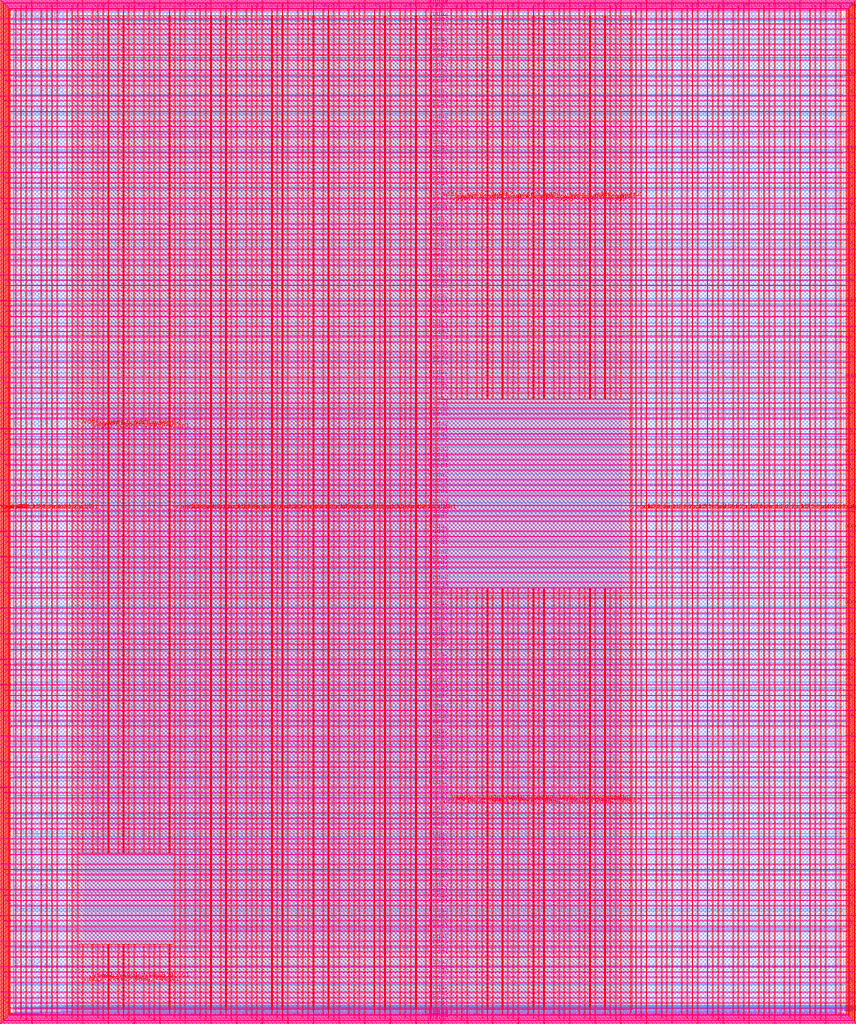
<source format=lef>
VERSION 5.7 ;
  NOWIREEXTENSIONATPIN ON ;
  DIVIDERCHAR "/" ;
  BUSBITCHARS "[]" ;
MACRO user_project_wrapper
  CLASS BLOCK ;
  FOREIGN user_project_wrapper ;
  ORIGIN 0.000 0.000 ;
  SIZE 2920.000 BY 3520.000 ;
  PIN analog_io[0]
    DIRECTION INOUT ;
    USE SIGNAL ;
    PORT
      LAYER met3 ;
        RECT 2917.600 1426.380 2924.800 1427.580 ;
    END
  END analog_io[0]
  PIN analog_io[10]
    DIRECTION INOUT ;
    USE SIGNAL ;
    PORT
      LAYER met2 ;
        RECT 2230.490 3517.600 2231.050 3524.800 ;
    END
  END analog_io[10]
  PIN analog_io[11]
    DIRECTION INOUT ;
    USE SIGNAL ;
    PORT
      LAYER met2 ;
        RECT 1905.730 3517.600 1906.290 3524.800 ;
    END
  END analog_io[11]
  PIN analog_io[12]
    DIRECTION INOUT ;
    USE SIGNAL ;
    PORT
      LAYER met2 ;
        RECT 1581.430 3517.600 1581.990 3524.800 ;
    END
  END analog_io[12]
  PIN analog_io[13]
    DIRECTION INOUT ;
    USE SIGNAL ;
    PORT
      LAYER met2 ;
        RECT 1257.130 3517.600 1257.690 3524.800 ;
    END
  END analog_io[13]
  PIN analog_io[14]
    DIRECTION INOUT ;
    USE SIGNAL ;
    PORT
      LAYER met2 ;
        RECT 932.370 3517.600 932.930 3524.800 ;
    END
  END analog_io[14]
  PIN analog_io[15]
    DIRECTION INOUT ;
    USE SIGNAL ;
    PORT
      LAYER met2 ;
        RECT 608.070 3517.600 608.630 3524.800 ;
    END
  END analog_io[15]
  PIN analog_io[16]
    DIRECTION INOUT ;
    USE SIGNAL ;
    PORT
      LAYER met2 ;
        RECT 283.770 3517.600 284.330 3524.800 ;
    END
  END analog_io[16]
  PIN analog_io[17]
    DIRECTION INOUT ;
    USE SIGNAL ;
    PORT
      LAYER met3 ;
        RECT -4.800 3486.100 2.400 3487.300 ;
    END
  END analog_io[17]
  PIN analog_io[18]
    DIRECTION INOUT ;
    USE SIGNAL ;
    PORT
      LAYER met3 ;
        RECT -4.800 3224.980 2.400 3226.180 ;
    END
  END analog_io[18]
  PIN analog_io[19]
    DIRECTION INOUT ;
    USE SIGNAL ;
    PORT
      LAYER met3 ;
        RECT -4.800 2964.540 2.400 2965.740 ;
    END
  END analog_io[19]
  PIN analog_io[1]
    DIRECTION INOUT ;
    USE SIGNAL ;
    PORT
      LAYER met3 ;
        RECT 2917.600 1692.260 2924.800 1693.460 ;
    END
  END analog_io[1]
  PIN analog_io[20]
    DIRECTION INOUT ;
    USE SIGNAL ;
    PORT
      LAYER met3 ;
        RECT -4.800 2703.420 2.400 2704.620 ;
    END
  END analog_io[20]
  PIN analog_io[21]
    DIRECTION INOUT ;
    USE SIGNAL ;
    PORT
      LAYER met3 ;
        RECT -4.800 2442.980 2.400 2444.180 ;
    END
  END analog_io[21]
  PIN analog_io[22]
    DIRECTION INOUT ;
    USE SIGNAL ;
    PORT
      LAYER met3 ;
        RECT -4.800 2182.540 2.400 2183.740 ;
    END
  END analog_io[22]
  PIN analog_io[23]
    DIRECTION INOUT ;
    USE SIGNAL ;
    PORT
      LAYER met3 ;
        RECT -4.800 1921.420 2.400 1922.620 ;
    END
  END analog_io[23]
  PIN analog_io[24]
    DIRECTION INOUT ;
    USE SIGNAL ;
    PORT
      LAYER met3 ;
        RECT -4.800 1660.980 2.400 1662.180 ;
    END
  END analog_io[24]
  PIN analog_io[25]
    DIRECTION INOUT ;
    USE SIGNAL ;
    PORT
      LAYER met3 ;
        RECT -4.800 1399.860 2.400 1401.060 ;
    END
  END analog_io[25]
  PIN analog_io[26]
    DIRECTION INOUT ;
    USE SIGNAL ;
    PORT
      LAYER met3 ;
        RECT -4.800 1139.420 2.400 1140.620 ;
    END
  END analog_io[26]
  PIN analog_io[27]
    DIRECTION INOUT ;
    USE SIGNAL ;
    PORT
      LAYER met3 ;
        RECT -4.800 878.980 2.400 880.180 ;
    END
  END analog_io[27]
  PIN analog_io[28]
    DIRECTION INOUT ;
    USE SIGNAL ;
    PORT
      LAYER met3 ;
        RECT -4.800 617.860 2.400 619.060 ;
    END
  END analog_io[28]
  PIN analog_io[2]
    DIRECTION INOUT ;
    USE SIGNAL ;
    PORT
      LAYER met3 ;
        RECT 2917.600 1958.140 2924.800 1959.340 ;
    END
  END analog_io[2]
  PIN analog_io[3]
    DIRECTION INOUT ;
    USE SIGNAL ;
    PORT
      LAYER met3 ;
        RECT 2917.600 2223.340 2924.800 2224.540 ;
    END
  END analog_io[3]
  PIN analog_io[4]
    DIRECTION INOUT ;
    USE SIGNAL ;
    PORT
      LAYER met3 ;
        RECT 2917.600 2489.220 2924.800 2490.420 ;
    END
  END analog_io[4]
  PIN analog_io[5]
    DIRECTION INOUT ;
    USE SIGNAL ;
    PORT
      LAYER met3 ;
        RECT 2917.600 2755.100 2924.800 2756.300 ;
    END
  END analog_io[5]
  PIN analog_io[6]
    DIRECTION INOUT ;
    USE SIGNAL ;
    PORT
      LAYER met3 ;
        RECT 2917.600 3020.300 2924.800 3021.500 ;
    END
  END analog_io[6]
  PIN analog_io[7]
    DIRECTION INOUT ;
    USE SIGNAL ;
    PORT
      LAYER met3 ;
        RECT 2917.600 3286.180 2924.800 3287.380 ;
    END
  END analog_io[7]
  PIN analog_io[8]
    DIRECTION INOUT ;
    USE SIGNAL ;
    PORT
      LAYER met2 ;
        RECT 2879.090 3517.600 2879.650 3524.800 ;
    END
  END analog_io[8]
  PIN analog_io[9]
    DIRECTION INOUT ;
    USE SIGNAL ;
    PORT
      LAYER met2 ;
        RECT 2554.790 3517.600 2555.350 3524.800 ;
    END
  END analog_io[9]
  PIN io_in[0]
    DIRECTION INPUT ;
    USE SIGNAL ;
    PORT
      LAYER met3 ;
        RECT 2917.600 32.380 2924.800 33.580 ;
    END
  END io_in[0]
  PIN io_in[10]
    DIRECTION INPUT ;
    USE SIGNAL ;
    PORT
      LAYER met3 ;
        RECT 2917.600 2289.980 2924.800 2291.180 ;
    END
  END io_in[10]
  PIN io_in[11]
    DIRECTION INPUT ;
    USE SIGNAL ;
    PORT
      LAYER met3 ;
        RECT 2917.600 2555.860 2924.800 2557.060 ;
    END
  END io_in[11]
  PIN io_in[12]
    DIRECTION INPUT ;
    USE SIGNAL ;
    PORT
      LAYER met3 ;
        RECT 2917.600 2821.060 2924.800 2822.260 ;
    END
  END io_in[12]
  PIN io_in[13]
    DIRECTION INPUT ;
    USE SIGNAL ;
    PORT
      LAYER met3 ;
        RECT 2917.600 3086.940 2924.800 3088.140 ;
    END
  END io_in[13]
  PIN io_in[14]
    DIRECTION INPUT ;
    USE SIGNAL ;
    PORT
      LAYER met3 ;
        RECT 2917.600 3352.820 2924.800 3354.020 ;
    END
  END io_in[14]
  PIN io_in[15]
    DIRECTION INPUT ;
    USE SIGNAL ;
    PORT
      LAYER met2 ;
        RECT 2798.130 3517.600 2798.690 3524.800 ;
    END
  END io_in[15]
  PIN io_in[16]
    DIRECTION INPUT ;
    USE SIGNAL ;
    PORT
      LAYER met2 ;
        RECT 2473.830 3517.600 2474.390 3524.800 ;
    END
  END io_in[16]
  PIN io_in[17]
    DIRECTION INPUT ;
    USE SIGNAL ;
    PORT
      LAYER met2 ;
        RECT 2149.070 3517.600 2149.630 3524.800 ;
    END
  END io_in[17]
  PIN io_in[18]
    DIRECTION INPUT ;
    USE SIGNAL ;
    PORT
      LAYER met2 ;
        RECT 1824.770 3517.600 1825.330 3524.800 ;
    END
  END io_in[18]
  PIN io_in[19]
    DIRECTION INPUT ;
    USE SIGNAL ;
    PORT
      LAYER met2 ;
        RECT 1500.470 3517.600 1501.030 3524.800 ;
    END
  END io_in[19]
  PIN io_in[1]
    DIRECTION INPUT ;
    USE SIGNAL ;
    PORT
      LAYER met3 ;
        RECT 2917.600 230.940 2924.800 232.140 ;
    END
  END io_in[1]
  PIN io_in[20]
    DIRECTION INPUT ;
    USE SIGNAL ;
    PORT
      LAYER met2 ;
        RECT 1175.710 3517.600 1176.270 3524.800 ;
    END
  END io_in[20]
  PIN io_in[21]
    DIRECTION INPUT ;
    USE SIGNAL ;
    PORT
      LAYER met2 ;
        RECT 851.410 3517.600 851.970 3524.800 ;
    END
  END io_in[21]
  PIN io_in[22]
    DIRECTION INPUT ;
    USE SIGNAL ;
    PORT
      LAYER met2 ;
        RECT 527.110 3517.600 527.670 3524.800 ;
    END
  END io_in[22]
  PIN io_in[23]
    DIRECTION INPUT ;
    USE SIGNAL ;
    PORT
      LAYER met2 ;
        RECT 202.350 3517.600 202.910 3524.800 ;
    END
  END io_in[23]
  PIN io_in[24]
    DIRECTION INPUT ;
    USE SIGNAL ;
    PORT
      LAYER met3 ;
        RECT -4.800 3420.820 2.400 3422.020 ;
    END
  END io_in[24]
  PIN io_in[25]
    DIRECTION INPUT ;
    USE SIGNAL ;
    PORT
      LAYER met3 ;
        RECT -4.800 3159.700 2.400 3160.900 ;
    END
  END io_in[25]
  PIN io_in[26]
    DIRECTION INPUT ;
    USE SIGNAL ;
    PORT
      LAYER met3 ;
        RECT -4.800 2899.260 2.400 2900.460 ;
    END
  END io_in[26]
  PIN io_in[27]
    DIRECTION INPUT ;
    USE SIGNAL ;
    PORT
      LAYER met3 ;
        RECT -4.800 2638.820 2.400 2640.020 ;
    END
  END io_in[27]
  PIN io_in[28]
    DIRECTION INPUT ;
    USE SIGNAL ;
    PORT
      LAYER met3 ;
        RECT -4.800 2377.700 2.400 2378.900 ;
    END
  END io_in[28]
  PIN io_in[29]
    DIRECTION INPUT ;
    USE SIGNAL ;
    PORT
      LAYER met3 ;
        RECT -4.800 2117.260 2.400 2118.460 ;
    END
  END io_in[29]
  PIN io_in[2]
    DIRECTION INPUT ;
    USE SIGNAL ;
    PORT
      LAYER met3 ;
        RECT 2917.600 430.180 2924.800 431.380 ;
    END
  END io_in[2]
  PIN io_in[30]
    DIRECTION INPUT ;
    USE SIGNAL ;
    PORT
      LAYER met3 ;
        RECT -4.800 1856.140 2.400 1857.340 ;
    END
  END io_in[30]
  PIN io_in[31]
    DIRECTION INPUT ;
    USE SIGNAL ;
    PORT
      LAYER met3 ;
        RECT -4.800 1595.700 2.400 1596.900 ;
    END
  END io_in[31]
  PIN io_in[32]
    DIRECTION INPUT ;
    USE SIGNAL ;
    PORT
      LAYER met3 ;
        RECT -4.800 1335.260 2.400 1336.460 ;
    END
  END io_in[32]
  PIN io_in[33]
    DIRECTION INPUT ;
    USE SIGNAL ;
    PORT
      LAYER met3 ;
        RECT -4.800 1074.140 2.400 1075.340 ;
    END
  END io_in[33]
  PIN io_in[34]
    DIRECTION INPUT ;
    USE SIGNAL ;
    PORT
      LAYER met3 ;
        RECT -4.800 813.700 2.400 814.900 ;
    END
  END io_in[34]
  PIN io_in[35]
    DIRECTION INPUT ;
    USE SIGNAL ;
    PORT
      LAYER met3 ;
        RECT -4.800 552.580 2.400 553.780 ;
    END
  END io_in[35]
  PIN io_in[36]
    DIRECTION INPUT ;
    USE SIGNAL ;
    PORT
      LAYER met3 ;
        RECT -4.800 357.420 2.400 358.620 ;
    END
  END io_in[36]
  PIN io_in[37]
    DIRECTION INPUT ;
    USE SIGNAL ;
    PORT
      LAYER met3 ;
        RECT -4.800 161.580 2.400 162.780 ;
    END
  END io_in[37]
  PIN io_in[3]
    DIRECTION INPUT ;
    USE SIGNAL ;
    PORT
      LAYER met3 ;
        RECT 2917.600 629.420 2924.800 630.620 ;
    END
  END io_in[3]
  PIN io_in[4]
    DIRECTION INPUT ;
    USE SIGNAL ;
    PORT
      LAYER met3 ;
        RECT 2917.600 828.660 2924.800 829.860 ;
    END
  END io_in[4]
  PIN io_in[5]
    DIRECTION INPUT ;
    USE SIGNAL ;
    PORT
      LAYER met3 ;
        RECT 2917.600 1027.900 2924.800 1029.100 ;
    END
  END io_in[5]
  PIN io_in[6]
    DIRECTION INPUT ;
    USE SIGNAL ;
    PORT
      LAYER met3 ;
        RECT 2917.600 1227.140 2924.800 1228.340 ;
    END
  END io_in[6]
  PIN io_in[7]
    DIRECTION INPUT ;
    USE SIGNAL ;
    PORT
      LAYER met3 ;
        RECT 2917.600 1493.020 2924.800 1494.220 ;
    END
  END io_in[7]
  PIN io_in[8]
    DIRECTION INPUT ;
    USE SIGNAL ;
    PORT
      LAYER met3 ;
        RECT 2917.600 1758.900 2924.800 1760.100 ;
    END
  END io_in[8]
  PIN io_in[9]
    DIRECTION INPUT ;
    USE SIGNAL ;
    PORT
      LAYER met3 ;
        RECT 2917.600 2024.100 2924.800 2025.300 ;
    END
  END io_in[9]
  PIN io_oeb[0]
    DIRECTION OUTPUT TRISTATE ;
    USE SIGNAL ;
    PORT
      LAYER met3 ;
        RECT 2917.600 164.980 2924.800 166.180 ;
    END
  END io_oeb[0]
  PIN io_oeb[10]
    DIRECTION OUTPUT TRISTATE ;
    USE SIGNAL ;
    PORT
      LAYER met3 ;
        RECT 2917.600 2422.580 2924.800 2423.780 ;
    END
  END io_oeb[10]
  PIN io_oeb[11]
    DIRECTION OUTPUT TRISTATE ;
    USE SIGNAL ;
    PORT
      LAYER met3 ;
        RECT 2917.600 2688.460 2924.800 2689.660 ;
    END
  END io_oeb[11]
  PIN io_oeb[12]
    DIRECTION OUTPUT TRISTATE ;
    USE SIGNAL ;
    PORT
      LAYER met3 ;
        RECT 2917.600 2954.340 2924.800 2955.540 ;
    END
  END io_oeb[12]
  PIN io_oeb[13]
    DIRECTION OUTPUT TRISTATE ;
    USE SIGNAL ;
    PORT
      LAYER met3 ;
        RECT 2917.600 3219.540 2924.800 3220.740 ;
    END
  END io_oeb[13]
  PIN io_oeb[14]
    DIRECTION OUTPUT TRISTATE ;
    USE SIGNAL ;
    PORT
      LAYER met3 ;
        RECT 2917.600 3485.420 2924.800 3486.620 ;
    END
  END io_oeb[14]
  PIN io_oeb[15]
    DIRECTION OUTPUT TRISTATE ;
    USE SIGNAL ;
    PORT
      LAYER met2 ;
        RECT 2635.750 3517.600 2636.310 3524.800 ;
    END
  END io_oeb[15]
  PIN io_oeb[16]
    DIRECTION OUTPUT TRISTATE ;
    USE SIGNAL ;
    PORT
      LAYER met2 ;
        RECT 2311.450 3517.600 2312.010 3524.800 ;
    END
  END io_oeb[16]
  PIN io_oeb[17]
    DIRECTION OUTPUT TRISTATE ;
    USE SIGNAL ;
    PORT
      LAYER met2 ;
        RECT 1987.150 3517.600 1987.710 3524.800 ;
    END
  END io_oeb[17]
  PIN io_oeb[18]
    DIRECTION OUTPUT TRISTATE ;
    USE SIGNAL ;
    PORT
      LAYER met2 ;
        RECT 1662.390 3517.600 1662.950 3524.800 ;
    END
  END io_oeb[18]
  PIN io_oeb[19]
    DIRECTION OUTPUT TRISTATE ;
    USE SIGNAL ;
    PORT
      LAYER met2 ;
        RECT 1338.090 3517.600 1338.650 3524.800 ;
    END
  END io_oeb[19]
  PIN io_oeb[1]
    DIRECTION OUTPUT TRISTATE ;
    USE SIGNAL ;
    PORT
      LAYER met3 ;
        RECT 2917.600 364.220 2924.800 365.420 ;
    END
  END io_oeb[1]
  PIN io_oeb[20]
    DIRECTION OUTPUT TRISTATE ;
    USE SIGNAL ;
    PORT
      LAYER met2 ;
        RECT 1013.790 3517.600 1014.350 3524.800 ;
    END
  END io_oeb[20]
  PIN io_oeb[21]
    DIRECTION OUTPUT TRISTATE ;
    USE SIGNAL ;
    PORT
      LAYER met2 ;
        RECT 689.030 3517.600 689.590 3524.800 ;
    END
  END io_oeb[21]
  PIN io_oeb[22]
    DIRECTION OUTPUT TRISTATE ;
    USE SIGNAL ;
    PORT
      LAYER met2 ;
        RECT 364.730 3517.600 365.290 3524.800 ;
    END
  END io_oeb[22]
  PIN io_oeb[23]
    DIRECTION OUTPUT TRISTATE ;
    USE SIGNAL ;
    PORT
      LAYER met2 ;
        RECT 40.430 3517.600 40.990 3524.800 ;
    END
  END io_oeb[23]
  PIN io_oeb[24]
    DIRECTION OUTPUT TRISTATE ;
    USE SIGNAL ;
    PORT
      LAYER met3 ;
        RECT -4.800 3290.260 2.400 3291.460 ;
    END
  END io_oeb[24]
  PIN io_oeb[25]
    DIRECTION OUTPUT TRISTATE ;
    USE SIGNAL ;
    PORT
      LAYER met3 ;
        RECT -4.800 3029.820 2.400 3031.020 ;
    END
  END io_oeb[25]
  PIN io_oeb[26]
    DIRECTION OUTPUT TRISTATE ;
    USE SIGNAL ;
    PORT
      LAYER met3 ;
        RECT -4.800 2768.700 2.400 2769.900 ;
    END
  END io_oeb[26]
  PIN io_oeb[27]
    DIRECTION OUTPUT TRISTATE ;
    USE SIGNAL ;
    PORT
      LAYER met3 ;
        RECT -4.800 2508.260 2.400 2509.460 ;
    END
  END io_oeb[27]
  PIN io_oeb[28]
    DIRECTION OUTPUT TRISTATE ;
    USE SIGNAL ;
    PORT
      LAYER met3 ;
        RECT -4.800 2247.140 2.400 2248.340 ;
    END
  END io_oeb[28]
  PIN io_oeb[29]
    DIRECTION OUTPUT TRISTATE ;
    USE SIGNAL ;
    PORT
      LAYER met3 ;
        RECT -4.800 1986.700 2.400 1987.900 ;
    END
  END io_oeb[29]
  PIN io_oeb[2]
    DIRECTION OUTPUT TRISTATE ;
    USE SIGNAL ;
    PORT
      LAYER met3 ;
        RECT 2917.600 563.460 2924.800 564.660 ;
    END
  END io_oeb[2]
  PIN io_oeb[30]
    DIRECTION OUTPUT TRISTATE ;
    USE SIGNAL ;
    PORT
      LAYER met3 ;
        RECT -4.800 1726.260 2.400 1727.460 ;
    END
  END io_oeb[30]
  PIN io_oeb[31]
    DIRECTION OUTPUT TRISTATE ;
    USE SIGNAL ;
    PORT
      LAYER met3 ;
        RECT -4.800 1465.140 2.400 1466.340 ;
    END
  END io_oeb[31]
  PIN io_oeb[32]
    DIRECTION OUTPUT TRISTATE ;
    USE SIGNAL ;
    PORT
      LAYER met3 ;
        RECT -4.800 1204.700 2.400 1205.900 ;
    END
  END io_oeb[32]
  PIN io_oeb[33]
    DIRECTION OUTPUT TRISTATE ;
    USE SIGNAL ;
    PORT
      LAYER met3 ;
        RECT -4.800 943.580 2.400 944.780 ;
    END
  END io_oeb[33]
  PIN io_oeb[34]
    DIRECTION OUTPUT TRISTATE ;
    USE SIGNAL ;
    PORT
      LAYER met3 ;
        RECT -4.800 683.140 2.400 684.340 ;
    END
  END io_oeb[34]
  PIN io_oeb[35]
    DIRECTION OUTPUT TRISTATE ;
    USE SIGNAL ;
    PORT
      LAYER met3 ;
        RECT -4.800 422.700 2.400 423.900 ;
    END
  END io_oeb[35]
  PIN io_oeb[36]
    DIRECTION OUTPUT TRISTATE ;
    USE SIGNAL ;
    PORT
      LAYER met3 ;
        RECT -4.800 226.860 2.400 228.060 ;
    END
  END io_oeb[36]
  PIN io_oeb[37]
    DIRECTION OUTPUT TRISTATE ;
    USE SIGNAL ;
    PORT
      LAYER met3 ;
        RECT -4.800 31.700 2.400 32.900 ;
    END
  END io_oeb[37]
  PIN io_oeb[3]
    DIRECTION OUTPUT TRISTATE ;
    USE SIGNAL ;
    PORT
      LAYER met3 ;
        RECT 2917.600 762.700 2924.800 763.900 ;
    END
  END io_oeb[3]
  PIN io_oeb[4]
    DIRECTION OUTPUT TRISTATE ;
    USE SIGNAL ;
    PORT
      LAYER met3 ;
        RECT 2917.600 961.940 2924.800 963.140 ;
    END
  END io_oeb[4]
  PIN io_oeb[5]
    DIRECTION OUTPUT TRISTATE ;
    USE SIGNAL ;
    PORT
      LAYER met3 ;
        RECT 2917.600 1161.180 2924.800 1162.380 ;
    END
  END io_oeb[5]
  PIN io_oeb[6]
    DIRECTION OUTPUT TRISTATE ;
    USE SIGNAL ;
    PORT
      LAYER met3 ;
        RECT 2917.600 1360.420 2924.800 1361.620 ;
    END
  END io_oeb[6]
  PIN io_oeb[7]
    DIRECTION OUTPUT TRISTATE ;
    USE SIGNAL ;
    PORT
      LAYER met3 ;
        RECT 2917.600 1625.620 2924.800 1626.820 ;
    END
  END io_oeb[7]
  PIN io_oeb[8]
    DIRECTION OUTPUT TRISTATE ;
    USE SIGNAL ;
    PORT
      LAYER met3 ;
        RECT 2917.600 1891.500 2924.800 1892.700 ;
    END
  END io_oeb[8]
  PIN io_oeb[9]
    DIRECTION OUTPUT TRISTATE ;
    USE SIGNAL ;
    PORT
      LAYER met3 ;
        RECT 2917.600 2157.380 2924.800 2158.580 ;
    END
  END io_oeb[9]
  PIN io_out[0]
    DIRECTION OUTPUT TRISTATE ;
    USE SIGNAL ;
    PORT
      LAYER met3 ;
        RECT 2917.600 98.340 2924.800 99.540 ;
    END
  END io_out[0]
  PIN io_out[10]
    DIRECTION OUTPUT TRISTATE ;
    USE SIGNAL ;
    PORT
      LAYER met3 ;
        RECT 2917.600 2356.620 2924.800 2357.820 ;
    END
  END io_out[10]
  PIN io_out[11]
    DIRECTION OUTPUT TRISTATE ;
    USE SIGNAL ;
    PORT
      LAYER met3 ;
        RECT 2917.600 2621.820 2924.800 2623.020 ;
    END
  END io_out[11]
  PIN io_out[12]
    DIRECTION OUTPUT TRISTATE ;
    USE SIGNAL ;
    PORT
      LAYER met3 ;
        RECT 2917.600 2887.700 2924.800 2888.900 ;
    END
  END io_out[12]
  PIN io_out[13]
    DIRECTION OUTPUT TRISTATE ;
    USE SIGNAL ;
    PORT
      LAYER met3 ;
        RECT 2917.600 3153.580 2924.800 3154.780 ;
    END
  END io_out[13]
  PIN io_out[14]
    DIRECTION OUTPUT TRISTATE ;
    USE SIGNAL ;
    PORT
      LAYER met3 ;
        RECT 2917.600 3418.780 2924.800 3419.980 ;
    END
  END io_out[14]
  PIN io_out[15]
    DIRECTION OUTPUT TRISTATE ;
    USE SIGNAL ;
    PORT
      LAYER met2 ;
        RECT 2717.170 3517.600 2717.730 3524.800 ;
    END
  END io_out[15]
  PIN io_out[16]
    DIRECTION OUTPUT TRISTATE ;
    USE SIGNAL ;
    PORT
      LAYER met2 ;
        RECT 2392.410 3517.600 2392.970 3524.800 ;
    END
  END io_out[16]
  PIN io_out[17]
    DIRECTION OUTPUT TRISTATE ;
    USE SIGNAL ;
    PORT
      LAYER met2 ;
        RECT 2068.110 3517.600 2068.670 3524.800 ;
    END
  END io_out[17]
  PIN io_out[18]
    DIRECTION OUTPUT TRISTATE ;
    USE SIGNAL ;
    PORT
      LAYER met2 ;
        RECT 1743.810 3517.600 1744.370 3524.800 ;
    END
  END io_out[18]
  PIN io_out[19]
    DIRECTION OUTPUT TRISTATE ;
    USE SIGNAL ;
    PORT
      LAYER met2 ;
        RECT 1419.050 3517.600 1419.610 3524.800 ;
    END
  END io_out[19]
  PIN io_out[1]
    DIRECTION OUTPUT TRISTATE ;
    USE SIGNAL ;
    PORT
      LAYER met3 ;
        RECT 2917.600 297.580 2924.800 298.780 ;
    END
  END io_out[1]
  PIN io_out[20]
    DIRECTION OUTPUT TRISTATE ;
    USE SIGNAL ;
    PORT
      LAYER met2 ;
        RECT 1094.750 3517.600 1095.310 3524.800 ;
    END
  END io_out[20]
  PIN io_out[21]
    DIRECTION OUTPUT TRISTATE ;
    USE SIGNAL ;
    PORT
      LAYER met2 ;
        RECT 770.450 3517.600 771.010 3524.800 ;
    END
  END io_out[21]
  PIN io_out[22]
    DIRECTION OUTPUT TRISTATE ;
    USE SIGNAL ;
    PORT
      LAYER met2 ;
        RECT 445.690 3517.600 446.250 3524.800 ;
    END
  END io_out[22]
  PIN io_out[23]
    DIRECTION OUTPUT TRISTATE ;
    USE SIGNAL ;
    PORT
      LAYER met2 ;
        RECT 121.390 3517.600 121.950 3524.800 ;
    END
  END io_out[23]
  PIN io_out[24]
    DIRECTION OUTPUT TRISTATE ;
    USE SIGNAL ;
    PORT
      LAYER met3 ;
        RECT -4.800 3355.540 2.400 3356.740 ;
    END
  END io_out[24]
  PIN io_out[25]
    DIRECTION OUTPUT TRISTATE ;
    USE SIGNAL ;
    PORT
      LAYER met3 ;
        RECT -4.800 3095.100 2.400 3096.300 ;
    END
  END io_out[25]
  PIN io_out[26]
    DIRECTION OUTPUT TRISTATE ;
    USE SIGNAL ;
    PORT
      LAYER met3 ;
        RECT -4.800 2833.980 2.400 2835.180 ;
    END
  END io_out[26]
  PIN io_out[27]
    DIRECTION OUTPUT TRISTATE ;
    USE SIGNAL ;
    PORT
      LAYER met3 ;
        RECT -4.800 2573.540 2.400 2574.740 ;
    END
  END io_out[27]
  PIN io_out[28]
    DIRECTION OUTPUT TRISTATE ;
    USE SIGNAL ;
    PORT
      LAYER met3 ;
        RECT -4.800 2312.420 2.400 2313.620 ;
    END
  END io_out[28]
  PIN io_out[29]
    DIRECTION OUTPUT TRISTATE ;
    USE SIGNAL ;
    PORT
      LAYER met3 ;
        RECT -4.800 2051.980 2.400 2053.180 ;
    END
  END io_out[29]
  PIN io_out[2]
    DIRECTION OUTPUT TRISTATE ;
    USE SIGNAL ;
    PORT
      LAYER met3 ;
        RECT 2917.600 496.820 2924.800 498.020 ;
    END
  END io_out[2]
  PIN io_out[30]
    DIRECTION OUTPUT TRISTATE ;
    USE SIGNAL ;
    PORT
      LAYER met3 ;
        RECT -4.800 1791.540 2.400 1792.740 ;
    END
  END io_out[30]
  PIN io_out[31]
    DIRECTION OUTPUT TRISTATE ;
    USE SIGNAL ;
    PORT
      LAYER met3 ;
        RECT -4.800 1530.420 2.400 1531.620 ;
    END
  END io_out[31]
  PIN io_out[32]
    DIRECTION OUTPUT TRISTATE ;
    USE SIGNAL ;
    PORT
      LAYER met3 ;
        RECT -4.800 1269.980 2.400 1271.180 ;
    END
  END io_out[32]
  PIN io_out[33]
    DIRECTION OUTPUT TRISTATE ;
    USE SIGNAL ;
    PORT
      LAYER met3 ;
        RECT -4.800 1008.860 2.400 1010.060 ;
    END
  END io_out[33]
  PIN io_out[34]
    DIRECTION OUTPUT TRISTATE ;
    USE SIGNAL ;
    PORT
      LAYER met3 ;
        RECT -4.800 748.420 2.400 749.620 ;
    END
  END io_out[34]
  PIN io_out[35]
    DIRECTION OUTPUT TRISTATE ;
    USE SIGNAL ;
    PORT
      LAYER met3 ;
        RECT -4.800 487.300 2.400 488.500 ;
    END
  END io_out[35]
  PIN io_out[36]
    DIRECTION OUTPUT TRISTATE ;
    USE SIGNAL ;
    PORT
      LAYER met3 ;
        RECT -4.800 292.140 2.400 293.340 ;
    END
  END io_out[36]
  PIN io_out[37]
    DIRECTION OUTPUT TRISTATE ;
    USE SIGNAL ;
    PORT
      LAYER met3 ;
        RECT -4.800 96.300 2.400 97.500 ;
    END
  END io_out[37]
  PIN io_out[3]
    DIRECTION OUTPUT TRISTATE ;
    USE SIGNAL ;
    PORT
      LAYER met3 ;
        RECT 2917.600 696.060 2924.800 697.260 ;
    END
  END io_out[3]
  PIN io_out[4]
    DIRECTION OUTPUT TRISTATE ;
    USE SIGNAL ;
    PORT
      LAYER met3 ;
        RECT 2917.600 895.300 2924.800 896.500 ;
    END
  END io_out[4]
  PIN io_out[5]
    DIRECTION OUTPUT TRISTATE ;
    USE SIGNAL ;
    PORT
      LAYER met3 ;
        RECT 2917.600 1094.540 2924.800 1095.740 ;
    END
  END io_out[5]
  PIN io_out[6]
    DIRECTION OUTPUT TRISTATE ;
    USE SIGNAL ;
    PORT
      LAYER met3 ;
        RECT 2917.600 1293.780 2924.800 1294.980 ;
    END
  END io_out[6]
  PIN io_out[7]
    DIRECTION OUTPUT TRISTATE ;
    USE SIGNAL ;
    PORT
      LAYER met3 ;
        RECT 2917.600 1559.660 2924.800 1560.860 ;
    END
  END io_out[7]
  PIN io_out[8]
    DIRECTION OUTPUT TRISTATE ;
    USE SIGNAL ;
    PORT
      LAYER met3 ;
        RECT 2917.600 1824.860 2924.800 1826.060 ;
    END
  END io_out[8]
  PIN io_out[9]
    DIRECTION OUTPUT TRISTATE ;
    USE SIGNAL ;
    PORT
      LAYER met3 ;
        RECT 2917.600 2090.740 2924.800 2091.940 ;
    END
  END io_out[9]
  PIN la_data_in[0]
    DIRECTION INPUT ;
    USE SIGNAL ;
    PORT
      LAYER met2 ;
        RECT 629.230 -4.800 629.790 2.400 ;
    END
  END la_data_in[0]
  PIN la_data_in[100]
    DIRECTION INPUT ;
    USE SIGNAL ;
    PORT
      LAYER met2 ;
        RECT 2402.530 -4.800 2403.090 2.400 ;
    END
  END la_data_in[100]
  PIN la_data_in[101]
    DIRECTION INPUT ;
    USE SIGNAL ;
    PORT
      LAYER met2 ;
        RECT 2420.010 -4.800 2420.570 2.400 ;
    END
  END la_data_in[101]
  PIN la_data_in[102]
    DIRECTION INPUT ;
    USE SIGNAL ;
    PORT
      LAYER met2 ;
        RECT 2437.950 -4.800 2438.510 2.400 ;
    END
  END la_data_in[102]
  PIN la_data_in[103]
    DIRECTION INPUT ;
    USE SIGNAL ;
    PORT
      LAYER met2 ;
        RECT 2455.430 -4.800 2455.990 2.400 ;
    END
  END la_data_in[103]
  PIN la_data_in[104]
    DIRECTION INPUT ;
    USE SIGNAL ;
    PORT
      LAYER met2 ;
        RECT 2473.370 -4.800 2473.930 2.400 ;
    END
  END la_data_in[104]
  PIN la_data_in[105]
    DIRECTION INPUT ;
    USE SIGNAL ;
    PORT
      LAYER met2 ;
        RECT 2490.850 -4.800 2491.410 2.400 ;
    END
  END la_data_in[105]
  PIN la_data_in[106]
    DIRECTION INPUT ;
    USE SIGNAL ;
    PORT
      LAYER met2 ;
        RECT 2508.790 -4.800 2509.350 2.400 ;
    END
  END la_data_in[106]
  PIN la_data_in[107]
    DIRECTION INPUT ;
    USE SIGNAL ;
    PORT
      LAYER met2 ;
        RECT 2526.730 -4.800 2527.290 2.400 ;
    END
  END la_data_in[107]
  PIN la_data_in[108]
    DIRECTION INPUT ;
    USE SIGNAL ;
    PORT
      LAYER met2 ;
        RECT 2544.210 -4.800 2544.770 2.400 ;
    END
  END la_data_in[108]
  PIN la_data_in[109]
    DIRECTION INPUT ;
    USE SIGNAL ;
    PORT
      LAYER met2 ;
        RECT 2562.150 -4.800 2562.710 2.400 ;
    END
  END la_data_in[109]
  PIN la_data_in[10]
    DIRECTION INPUT ;
    USE SIGNAL ;
    PORT
      LAYER met2 ;
        RECT 806.330 -4.800 806.890 2.400 ;
    END
  END la_data_in[10]
  PIN la_data_in[110]
    DIRECTION INPUT ;
    USE SIGNAL ;
    PORT
      LAYER met2 ;
        RECT 2579.630 -4.800 2580.190 2.400 ;
    END
  END la_data_in[110]
  PIN la_data_in[111]
    DIRECTION INPUT ;
    USE SIGNAL ;
    PORT
      LAYER met2 ;
        RECT 2597.570 -4.800 2598.130 2.400 ;
    END
  END la_data_in[111]
  PIN la_data_in[112]
    DIRECTION INPUT ;
    USE SIGNAL ;
    PORT
      LAYER met2 ;
        RECT 2615.050 -4.800 2615.610 2.400 ;
    END
  END la_data_in[112]
  PIN la_data_in[113]
    DIRECTION INPUT ;
    USE SIGNAL ;
    PORT
      LAYER met2 ;
        RECT 2632.990 -4.800 2633.550 2.400 ;
    END
  END la_data_in[113]
  PIN la_data_in[114]
    DIRECTION INPUT ;
    USE SIGNAL ;
    PORT
      LAYER met2 ;
        RECT 2650.470 -4.800 2651.030 2.400 ;
    END
  END la_data_in[114]
  PIN la_data_in[115]
    DIRECTION INPUT ;
    USE SIGNAL ;
    PORT
      LAYER met2 ;
        RECT 2668.410 -4.800 2668.970 2.400 ;
    END
  END la_data_in[115]
  PIN la_data_in[116]
    DIRECTION INPUT ;
    USE SIGNAL ;
    PORT
      LAYER met2 ;
        RECT 2685.890 -4.800 2686.450 2.400 ;
    END
  END la_data_in[116]
  PIN la_data_in[117]
    DIRECTION INPUT ;
    USE SIGNAL ;
    PORT
      LAYER met2 ;
        RECT 2703.830 -4.800 2704.390 2.400 ;
    END
  END la_data_in[117]
  PIN la_data_in[118]
    DIRECTION INPUT ;
    USE SIGNAL ;
    PORT
      LAYER met2 ;
        RECT 2721.770 -4.800 2722.330 2.400 ;
    END
  END la_data_in[118]
  PIN la_data_in[119]
    DIRECTION INPUT ;
    USE SIGNAL ;
    PORT
      LAYER met2 ;
        RECT 2739.250 -4.800 2739.810 2.400 ;
    END
  END la_data_in[119]
  PIN la_data_in[11]
    DIRECTION INPUT ;
    USE SIGNAL ;
    PORT
      LAYER met2 ;
        RECT 824.270 -4.800 824.830 2.400 ;
    END
  END la_data_in[11]
  PIN la_data_in[120]
    DIRECTION INPUT ;
    USE SIGNAL ;
    PORT
      LAYER met2 ;
        RECT 2757.190 -4.800 2757.750 2.400 ;
    END
  END la_data_in[120]
  PIN la_data_in[121]
    DIRECTION INPUT ;
    USE SIGNAL ;
    PORT
      LAYER met2 ;
        RECT 2774.670 -4.800 2775.230 2.400 ;
    END
  END la_data_in[121]
  PIN la_data_in[122]
    DIRECTION INPUT ;
    USE SIGNAL ;
    PORT
      LAYER met2 ;
        RECT 2792.610 -4.800 2793.170 2.400 ;
    END
  END la_data_in[122]
  PIN la_data_in[123]
    DIRECTION INPUT ;
    USE SIGNAL ;
    PORT
      LAYER met2 ;
        RECT 2810.090 -4.800 2810.650 2.400 ;
    END
  END la_data_in[123]
  PIN la_data_in[124]
    DIRECTION INPUT ;
    USE SIGNAL ;
    PORT
      LAYER met2 ;
        RECT 2828.030 -4.800 2828.590 2.400 ;
    END
  END la_data_in[124]
  PIN la_data_in[125]
    DIRECTION INPUT ;
    USE SIGNAL ;
    PORT
      LAYER met2 ;
        RECT 2845.510 -4.800 2846.070 2.400 ;
    END
  END la_data_in[125]
  PIN la_data_in[126]
    DIRECTION INPUT ;
    USE SIGNAL ;
    PORT
      LAYER met2 ;
        RECT 2863.450 -4.800 2864.010 2.400 ;
    END
  END la_data_in[126]
  PIN la_data_in[127]
    DIRECTION INPUT ;
    USE SIGNAL ;
    PORT
      LAYER met2 ;
        RECT 2881.390 -4.800 2881.950 2.400 ;
    END
  END la_data_in[127]
  PIN la_data_in[12]
    DIRECTION INPUT ;
    USE SIGNAL ;
    PORT
      LAYER met2 ;
        RECT 841.750 -4.800 842.310 2.400 ;
    END
  END la_data_in[12]
  PIN la_data_in[13]
    DIRECTION INPUT ;
    USE SIGNAL ;
    PORT
      LAYER met2 ;
        RECT 859.690 -4.800 860.250 2.400 ;
    END
  END la_data_in[13]
  PIN la_data_in[14]
    DIRECTION INPUT ;
    USE SIGNAL ;
    PORT
      LAYER met2 ;
        RECT 877.170 -4.800 877.730 2.400 ;
    END
  END la_data_in[14]
  PIN la_data_in[15]
    DIRECTION INPUT ;
    USE SIGNAL ;
    PORT
      LAYER met2 ;
        RECT 895.110 -4.800 895.670 2.400 ;
    END
  END la_data_in[15]
  PIN la_data_in[16]
    DIRECTION INPUT ;
    USE SIGNAL ;
    PORT
      LAYER met2 ;
        RECT 912.590 -4.800 913.150 2.400 ;
    END
  END la_data_in[16]
  PIN la_data_in[17]
    DIRECTION INPUT ;
    USE SIGNAL ;
    PORT
      LAYER met2 ;
        RECT 930.530 -4.800 931.090 2.400 ;
    END
  END la_data_in[17]
  PIN la_data_in[18]
    DIRECTION INPUT ;
    USE SIGNAL ;
    PORT
      LAYER met2 ;
        RECT 948.470 -4.800 949.030 2.400 ;
    END
  END la_data_in[18]
  PIN la_data_in[19]
    DIRECTION INPUT ;
    USE SIGNAL ;
    PORT
      LAYER met2 ;
        RECT 965.950 -4.800 966.510 2.400 ;
    END
  END la_data_in[19]
  PIN la_data_in[1]
    DIRECTION INPUT ;
    USE SIGNAL ;
    PORT
      LAYER met2 ;
        RECT 646.710 -4.800 647.270 2.400 ;
    END
  END la_data_in[1]
  PIN la_data_in[20]
    DIRECTION INPUT ;
    USE SIGNAL ;
    PORT
      LAYER met2 ;
        RECT 983.890 -4.800 984.450 2.400 ;
    END
  END la_data_in[20]
  PIN la_data_in[21]
    DIRECTION INPUT ;
    USE SIGNAL ;
    PORT
      LAYER met2 ;
        RECT 1001.370 -4.800 1001.930 2.400 ;
    END
  END la_data_in[21]
  PIN la_data_in[22]
    DIRECTION INPUT ;
    USE SIGNAL ;
    PORT
      LAYER met2 ;
        RECT 1019.310 -4.800 1019.870 2.400 ;
    END
  END la_data_in[22]
  PIN la_data_in[23]
    DIRECTION INPUT ;
    USE SIGNAL ;
    PORT
      LAYER met2 ;
        RECT 1036.790 -4.800 1037.350 2.400 ;
    END
  END la_data_in[23]
  PIN la_data_in[24]
    DIRECTION INPUT ;
    USE SIGNAL ;
    PORT
      LAYER met2 ;
        RECT 1054.730 -4.800 1055.290 2.400 ;
    END
  END la_data_in[24]
  PIN la_data_in[25]
    DIRECTION INPUT ;
    USE SIGNAL ;
    PORT
      LAYER met2 ;
        RECT 1072.210 -4.800 1072.770 2.400 ;
    END
  END la_data_in[25]
  PIN la_data_in[26]
    DIRECTION INPUT ;
    USE SIGNAL ;
    PORT
      LAYER met2 ;
        RECT 1090.150 -4.800 1090.710 2.400 ;
    END
  END la_data_in[26]
  PIN la_data_in[27]
    DIRECTION INPUT ;
    USE SIGNAL ;
    PORT
      LAYER met2 ;
        RECT 1107.630 -4.800 1108.190 2.400 ;
    END
  END la_data_in[27]
  PIN la_data_in[28]
    DIRECTION INPUT ;
    USE SIGNAL ;
    PORT
      LAYER met2 ;
        RECT 1125.570 -4.800 1126.130 2.400 ;
    END
  END la_data_in[28]
  PIN la_data_in[29]
    DIRECTION INPUT ;
    USE SIGNAL ;
    PORT
      LAYER met2 ;
        RECT 1143.510 -4.800 1144.070 2.400 ;
    END
  END la_data_in[29]
  PIN la_data_in[2]
    DIRECTION INPUT ;
    USE SIGNAL ;
    PORT
      LAYER met2 ;
        RECT 664.650 -4.800 665.210 2.400 ;
    END
  END la_data_in[2]
  PIN la_data_in[30]
    DIRECTION INPUT ;
    USE SIGNAL ;
    PORT
      LAYER met2 ;
        RECT 1160.990 -4.800 1161.550 2.400 ;
    END
  END la_data_in[30]
  PIN la_data_in[31]
    DIRECTION INPUT ;
    USE SIGNAL ;
    PORT
      LAYER met2 ;
        RECT 1178.930 -4.800 1179.490 2.400 ;
    END
  END la_data_in[31]
  PIN la_data_in[32]
    DIRECTION INPUT ;
    USE SIGNAL ;
    PORT
      LAYER met2 ;
        RECT 1196.410 -4.800 1196.970 2.400 ;
    END
  END la_data_in[32]
  PIN la_data_in[33]
    DIRECTION INPUT ;
    USE SIGNAL ;
    PORT
      LAYER met2 ;
        RECT 1214.350 -4.800 1214.910 2.400 ;
    END
  END la_data_in[33]
  PIN la_data_in[34]
    DIRECTION INPUT ;
    USE SIGNAL ;
    PORT
      LAYER met2 ;
        RECT 1231.830 -4.800 1232.390 2.400 ;
    END
  END la_data_in[34]
  PIN la_data_in[35]
    DIRECTION INPUT ;
    USE SIGNAL ;
    PORT
      LAYER met2 ;
        RECT 1249.770 -4.800 1250.330 2.400 ;
    END
  END la_data_in[35]
  PIN la_data_in[36]
    DIRECTION INPUT ;
    USE SIGNAL ;
    PORT
      LAYER met2 ;
        RECT 1267.250 -4.800 1267.810 2.400 ;
    END
  END la_data_in[36]
  PIN la_data_in[37]
    DIRECTION INPUT ;
    USE SIGNAL ;
    PORT
      LAYER met2 ;
        RECT 1285.190 -4.800 1285.750 2.400 ;
    END
  END la_data_in[37]
  PIN la_data_in[38]
    DIRECTION INPUT ;
    USE SIGNAL ;
    PORT
      LAYER met2 ;
        RECT 1303.130 -4.800 1303.690 2.400 ;
    END
  END la_data_in[38]
  PIN la_data_in[39]
    DIRECTION INPUT ;
    USE SIGNAL ;
    PORT
      LAYER met2 ;
        RECT 1320.610 -4.800 1321.170 2.400 ;
    END
  END la_data_in[39]
  PIN la_data_in[3]
    DIRECTION INPUT ;
    USE SIGNAL ;
    PORT
      LAYER met2 ;
        RECT 682.130 -4.800 682.690 2.400 ;
    END
  END la_data_in[3]
  PIN la_data_in[40]
    DIRECTION INPUT ;
    USE SIGNAL ;
    PORT
      LAYER met2 ;
        RECT 1338.550 -4.800 1339.110 2.400 ;
    END
  END la_data_in[40]
  PIN la_data_in[41]
    DIRECTION INPUT ;
    USE SIGNAL ;
    PORT
      LAYER met2 ;
        RECT 1356.030 -4.800 1356.590 2.400 ;
    END
  END la_data_in[41]
  PIN la_data_in[42]
    DIRECTION INPUT ;
    USE SIGNAL ;
    PORT
      LAYER met2 ;
        RECT 1373.970 -4.800 1374.530 2.400 ;
    END
  END la_data_in[42]
  PIN la_data_in[43]
    DIRECTION INPUT ;
    USE SIGNAL ;
    PORT
      LAYER met2 ;
        RECT 1391.450 -4.800 1392.010 2.400 ;
    END
  END la_data_in[43]
  PIN la_data_in[44]
    DIRECTION INPUT ;
    USE SIGNAL ;
    PORT
      LAYER met2 ;
        RECT 1409.390 -4.800 1409.950 2.400 ;
    END
  END la_data_in[44]
  PIN la_data_in[45]
    DIRECTION INPUT ;
    USE SIGNAL ;
    PORT
      LAYER met2 ;
        RECT 1426.870 -4.800 1427.430 2.400 ;
    END
  END la_data_in[45]
  PIN la_data_in[46]
    DIRECTION INPUT ;
    USE SIGNAL ;
    PORT
      LAYER met2 ;
        RECT 1444.810 -4.800 1445.370 2.400 ;
    END
  END la_data_in[46]
  PIN la_data_in[47]
    DIRECTION INPUT ;
    USE SIGNAL ;
    PORT
      LAYER met2 ;
        RECT 1462.750 -4.800 1463.310 2.400 ;
    END
  END la_data_in[47]
  PIN la_data_in[48]
    DIRECTION INPUT ;
    USE SIGNAL ;
    PORT
      LAYER met2 ;
        RECT 1480.230 -4.800 1480.790 2.400 ;
    END
  END la_data_in[48]
  PIN la_data_in[49]
    DIRECTION INPUT ;
    USE SIGNAL ;
    PORT
      LAYER met2 ;
        RECT 1498.170 -4.800 1498.730 2.400 ;
    END
  END la_data_in[49]
  PIN la_data_in[4]
    DIRECTION INPUT ;
    USE SIGNAL ;
    PORT
      LAYER met2 ;
        RECT 700.070 -4.800 700.630 2.400 ;
    END
  END la_data_in[4]
  PIN la_data_in[50]
    DIRECTION INPUT ;
    USE SIGNAL ;
    PORT
      LAYER met2 ;
        RECT 1515.650 -4.800 1516.210 2.400 ;
    END
  END la_data_in[50]
  PIN la_data_in[51]
    DIRECTION INPUT ;
    USE SIGNAL ;
    PORT
      LAYER met2 ;
        RECT 1533.590 -4.800 1534.150 2.400 ;
    END
  END la_data_in[51]
  PIN la_data_in[52]
    DIRECTION INPUT ;
    USE SIGNAL ;
    PORT
      LAYER met2 ;
        RECT 1551.070 -4.800 1551.630 2.400 ;
    END
  END la_data_in[52]
  PIN la_data_in[53]
    DIRECTION INPUT ;
    USE SIGNAL ;
    PORT
      LAYER met2 ;
        RECT 1569.010 -4.800 1569.570 2.400 ;
    END
  END la_data_in[53]
  PIN la_data_in[54]
    DIRECTION INPUT ;
    USE SIGNAL ;
    PORT
      LAYER met2 ;
        RECT 1586.490 -4.800 1587.050 2.400 ;
    END
  END la_data_in[54]
  PIN la_data_in[55]
    DIRECTION INPUT ;
    USE SIGNAL ;
    PORT
      LAYER met2 ;
        RECT 1604.430 -4.800 1604.990 2.400 ;
    END
  END la_data_in[55]
  PIN la_data_in[56]
    DIRECTION INPUT ;
    USE SIGNAL ;
    PORT
      LAYER met2 ;
        RECT 1621.910 -4.800 1622.470 2.400 ;
    END
  END la_data_in[56]
  PIN la_data_in[57]
    DIRECTION INPUT ;
    USE SIGNAL ;
    PORT
      LAYER met2 ;
        RECT 1639.850 -4.800 1640.410 2.400 ;
    END
  END la_data_in[57]
  PIN la_data_in[58]
    DIRECTION INPUT ;
    USE SIGNAL ;
    PORT
      LAYER met2 ;
        RECT 1657.790 -4.800 1658.350 2.400 ;
    END
  END la_data_in[58]
  PIN la_data_in[59]
    DIRECTION INPUT ;
    USE SIGNAL ;
    PORT
      LAYER met2 ;
        RECT 1675.270 -4.800 1675.830 2.400 ;
    END
  END la_data_in[59]
  PIN la_data_in[5]
    DIRECTION INPUT ;
    USE SIGNAL ;
    PORT
      LAYER met2 ;
        RECT 717.550 -4.800 718.110 2.400 ;
    END
  END la_data_in[5]
  PIN la_data_in[60]
    DIRECTION INPUT ;
    USE SIGNAL ;
    PORT
      LAYER met2 ;
        RECT 1693.210 -4.800 1693.770 2.400 ;
    END
  END la_data_in[60]
  PIN la_data_in[61]
    DIRECTION INPUT ;
    USE SIGNAL ;
    PORT
      LAYER met2 ;
        RECT 1710.690 -4.800 1711.250 2.400 ;
    END
  END la_data_in[61]
  PIN la_data_in[62]
    DIRECTION INPUT ;
    USE SIGNAL ;
    PORT
      LAYER met2 ;
        RECT 1728.630 -4.800 1729.190 2.400 ;
    END
  END la_data_in[62]
  PIN la_data_in[63]
    DIRECTION INPUT ;
    USE SIGNAL ;
    PORT
      LAYER met2 ;
        RECT 1746.110 -4.800 1746.670 2.400 ;
    END
  END la_data_in[63]
  PIN la_data_in[64]
    DIRECTION INPUT ;
    USE SIGNAL ;
    PORT
      LAYER met2 ;
        RECT 1764.050 -4.800 1764.610 2.400 ;
    END
  END la_data_in[64]
  PIN la_data_in[65]
    DIRECTION INPUT ;
    USE SIGNAL ;
    PORT
      LAYER met2 ;
        RECT 1781.530 -4.800 1782.090 2.400 ;
    END
  END la_data_in[65]
  PIN la_data_in[66]
    DIRECTION INPUT ;
    USE SIGNAL ;
    PORT
      LAYER met2 ;
        RECT 1799.470 -4.800 1800.030 2.400 ;
    END
  END la_data_in[66]
  PIN la_data_in[67]
    DIRECTION INPUT ;
    USE SIGNAL ;
    PORT
      LAYER met2 ;
        RECT 1817.410 -4.800 1817.970 2.400 ;
    END
  END la_data_in[67]
  PIN la_data_in[68]
    DIRECTION INPUT ;
    USE SIGNAL ;
    PORT
      LAYER met2 ;
        RECT 1834.890 -4.800 1835.450 2.400 ;
    END
  END la_data_in[68]
  PIN la_data_in[69]
    DIRECTION INPUT ;
    USE SIGNAL ;
    PORT
      LAYER met2 ;
        RECT 1852.830 -4.800 1853.390 2.400 ;
    END
  END la_data_in[69]
  PIN la_data_in[6]
    DIRECTION INPUT ;
    USE SIGNAL ;
    PORT
      LAYER met2 ;
        RECT 735.490 -4.800 736.050 2.400 ;
    END
  END la_data_in[6]
  PIN la_data_in[70]
    DIRECTION INPUT ;
    USE SIGNAL ;
    PORT
      LAYER met2 ;
        RECT 1870.310 -4.800 1870.870 2.400 ;
    END
  END la_data_in[70]
  PIN la_data_in[71]
    DIRECTION INPUT ;
    USE SIGNAL ;
    PORT
      LAYER met2 ;
        RECT 1888.250 -4.800 1888.810 2.400 ;
    END
  END la_data_in[71]
  PIN la_data_in[72]
    DIRECTION INPUT ;
    USE SIGNAL ;
    PORT
      LAYER met2 ;
        RECT 1905.730 -4.800 1906.290 2.400 ;
    END
  END la_data_in[72]
  PIN la_data_in[73]
    DIRECTION INPUT ;
    USE SIGNAL ;
    PORT
      LAYER met2 ;
        RECT 1923.670 -4.800 1924.230 2.400 ;
    END
  END la_data_in[73]
  PIN la_data_in[74]
    DIRECTION INPUT ;
    USE SIGNAL ;
    PORT
      LAYER met2 ;
        RECT 1941.150 -4.800 1941.710 2.400 ;
    END
  END la_data_in[74]
  PIN la_data_in[75]
    DIRECTION INPUT ;
    USE SIGNAL ;
    PORT
      LAYER met2 ;
        RECT 1959.090 -4.800 1959.650 2.400 ;
    END
  END la_data_in[75]
  PIN la_data_in[76]
    DIRECTION INPUT ;
    USE SIGNAL ;
    PORT
      LAYER met2 ;
        RECT 1976.570 -4.800 1977.130 2.400 ;
    END
  END la_data_in[76]
  PIN la_data_in[77]
    DIRECTION INPUT ;
    USE SIGNAL ;
    PORT
      LAYER met2 ;
        RECT 1994.510 -4.800 1995.070 2.400 ;
    END
  END la_data_in[77]
  PIN la_data_in[78]
    DIRECTION INPUT ;
    USE SIGNAL ;
    PORT
      LAYER met2 ;
        RECT 2012.450 -4.800 2013.010 2.400 ;
    END
  END la_data_in[78]
  PIN la_data_in[79]
    DIRECTION INPUT ;
    USE SIGNAL ;
    PORT
      LAYER met2 ;
        RECT 2029.930 -4.800 2030.490 2.400 ;
    END
  END la_data_in[79]
  PIN la_data_in[7]
    DIRECTION INPUT ;
    USE SIGNAL ;
    PORT
      LAYER met2 ;
        RECT 752.970 -4.800 753.530 2.400 ;
    END
  END la_data_in[7]
  PIN la_data_in[80]
    DIRECTION INPUT ;
    USE SIGNAL ;
    PORT
      LAYER met2 ;
        RECT 2047.870 -4.800 2048.430 2.400 ;
    END
  END la_data_in[80]
  PIN la_data_in[81]
    DIRECTION INPUT ;
    USE SIGNAL ;
    PORT
      LAYER met2 ;
        RECT 2065.350 -4.800 2065.910 2.400 ;
    END
  END la_data_in[81]
  PIN la_data_in[82]
    DIRECTION INPUT ;
    USE SIGNAL ;
    PORT
      LAYER met2 ;
        RECT 2083.290 -4.800 2083.850 2.400 ;
    END
  END la_data_in[82]
  PIN la_data_in[83]
    DIRECTION INPUT ;
    USE SIGNAL ;
    PORT
      LAYER met2 ;
        RECT 2100.770 -4.800 2101.330 2.400 ;
    END
  END la_data_in[83]
  PIN la_data_in[84]
    DIRECTION INPUT ;
    USE SIGNAL ;
    PORT
      LAYER met2 ;
        RECT 2118.710 -4.800 2119.270 2.400 ;
    END
  END la_data_in[84]
  PIN la_data_in[85]
    DIRECTION INPUT ;
    USE SIGNAL ;
    PORT
      LAYER met2 ;
        RECT 2136.190 -4.800 2136.750 2.400 ;
    END
  END la_data_in[85]
  PIN la_data_in[86]
    DIRECTION INPUT ;
    USE SIGNAL ;
    PORT
      LAYER met2 ;
        RECT 2154.130 -4.800 2154.690 2.400 ;
    END
  END la_data_in[86]
  PIN la_data_in[87]
    DIRECTION INPUT ;
    USE SIGNAL ;
    PORT
      LAYER met2 ;
        RECT 2172.070 -4.800 2172.630 2.400 ;
    END
  END la_data_in[87]
  PIN la_data_in[88]
    DIRECTION INPUT ;
    USE SIGNAL ;
    PORT
      LAYER met2 ;
        RECT 2189.550 -4.800 2190.110 2.400 ;
    END
  END la_data_in[88]
  PIN la_data_in[89]
    DIRECTION INPUT ;
    USE SIGNAL ;
    PORT
      LAYER met2 ;
        RECT 2207.490 -4.800 2208.050 2.400 ;
    END
  END la_data_in[89]
  PIN la_data_in[8]
    DIRECTION INPUT ;
    USE SIGNAL ;
    PORT
      LAYER met2 ;
        RECT 770.910 -4.800 771.470 2.400 ;
    END
  END la_data_in[8]
  PIN la_data_in[90]
    DIRECTION INPUT ;
    USE SIGNAL ;
    PORT
      LAYER met2 ;
        RECT 2224.970 -4.800 2225.530 2.400 ;
    END
  END la_data_in[90]
  PIN la_data_in[91]
    DIRECTION INPUT ;
    USE SIGNAL ;
    PORT
      LAYER met2 ;
        RECT 2242.910 -4.800 2243.470 2.400 ;
    END
  END la_data_in[91]
  PIN la_data_in[92]
    DIRECTION INPUT ;
    USE SIGNAL ;
    PORT
      LAYER met2 ;
        RECT 2260.390 -4.800 2260.950 2.400 ;
    END
  END la_data_in[92]
  PIN la_data_in[93]
    DIRECTION INPUT ;
    USE SIGNAL ;
    PORT
      LAYER met2 ;
        RECT 2278.330 -4.800 2278.890 2.400 ;
    END
  END la_data_in[93]
  PIN la_data_in[94]
    DIRECTION INPUT ;
    USE SIGNAL ;
    PORT
      LAYER met2 ;
        RECT 2295.810 -4.800 2296.370 2.400 ;
    END
  END la_data_in[94]
  PIN la_data_in[95]
    DIRECTION INPUT ;
    USE SIGNAL ;
    PORT
      LAYER met2 ;
        RECT 2313.750 -4.800 2314.310 2.400 ;
    END
  END la_data_in[95]
  PIN la_data_in[96]
    DIRECTION INPUT ;
    USE SIGNAL ;
    PORT
      LAYER met2 ;
        RECT 2331.230 -4.800 2331.790 2.400 ;
    END
  END la_data_in[96]
  PIN la_data_in[97]
    DIRECTION INPUT ;
    USE SIGNAL ;
    PORT
      LAYER met2 ;
        RECT 2349.170 -4.800 2349.730 2.400 ;
    END
  END la_data_in[97]
  PIN la_data_in[98]
    DIRECTION INPUT ;
    USE SIGNAL ;
    PORT
      LAYER met2 ;
        RECT 2367.110 -4.800 2367.670 2.400 ;
    END
  END la_data_in[98]
  PIN la_data_in[99]
    DIRECTION INPUT ;
    USE SIGNAL ;
    PORT
      LAYER met2 ;
        RECT 2384.590 -4.800 2385.150 2.400 ;
    END
  END la_data_in[99]
  PIN la_data_in[9]
    DIRECTION INPUT ;
    USE SIGNAL ;
    PORT
      LAYER met2 ;
        RECT 788.850 -4.800 789.410 2.400 ;
    END
  END la_data_in[9]
  PIN la_data_out[0]
    DIRECTION OUTPUT TRISTATE ;
    USE SIGNAL ;
    PORT
      LAYER met2 ;
        RECT 634.750 -4.800 635.310 2.400 ;
    END
  END la_data_out[0]
  PIN la_data_out[100]
    DIRECTION OUTPUT TRISTATE ;
    USE SIGNAL ;
    PORT
      LAYER met2 ;
        RECT 2408.510 -4.800 2409.070 2.400 ;
    END
  END la_data_out[100]
  PIN la_data_out[101]
    DIRECTION OUTPUT TRISTATE ;
    USE SIGNAL ;
    PORT
      LAYER met2 ;
        RECT 2425.990 -4.800 2426.550 2.400 ;
    END
  END la_data_out[101]
  PIN la_data_out[102]
    DIRECTION OUTPUT TRISTATE ;
    USE SIGNAL ;
    PORT
      LAYER met2 ;
        RECT 2443.930 -4.800 2444.490 2.400 ;
    END
  END la_data_out[102]
  PIN la_data_out[103]
    DIRECTION OUTPUT TRISTATE ;
    USE SIGNAL ;
    PORT
      LAYER met2 ;
        RECT 2461.410 -4.800 2461.970 2.400 ;
    END
  END la_data_out[103]
  PIN la_data_out[104]
    DIRECTION OUTPUT TRISTATE ;
    USE SIGNAL ;
    PORT
      LAYER met2 ;
        RECT 2479.350 -4.800 2479.910 2.400 ;
    END
  END la_data_out[104]
  PIN la_data_out[105]
    DIRECTION OUTPUT TRISTATE ;
    USE SIGNAL ;
    PORT
      LAYER met2 ;
        RECT 2496.830 -4.800 2497.390 2.400 ;
    END
  END la_data_out[105]
  PIN la_data_out[106]
    DIRECTION OUTPUT TRISTATE ;
    USE SIGNAL ;
    PORT
      LAYER met2 ;
        RECT 2514.770 -4.800 2515.330 2.400 ;
    END
  END la_data_out[106]
  PIN la_data_out[107]
    DIRECTION OUTPUT TRISTATE ;
    USE SIGNAL ;
    PORT
      LAYER met2 ;
        RECT 2532.250 -4.800 2532.810 2.400 ;
    END
  END la_data_out[107]
  PIN la_data_out[108]
    DIRECTION OUTPUT TRISTATE ;
    USE SIGNAL ;
    PORT
      LAYER met2 ;
        RECT 2550.190 -4.800 2550.750 2.400 ;
    END
  END la_data_out[108]
  PIN la_data_out[109]
    DIRECTION OUTPUT TRISTATE ;
    USE SIGNAL ;
    PORT
      LAYER met2 ;
        RECT 2567.670 -4.800 2568.230 2.400 ;
    END
  END la_data_out[109]
  PIN la_data_out[10]
    DIRECTION OUTPUT TRISTATE ;
    USE SIGNAL ;
    PORT
      LAYER met2 ;
        RECT 812.310 -4.800 812.870 2.400 ;
    END
  END la_data_out[10]
  PIN la_data_out[110]
    DIRECTION OUTPUT TRISTATE ;
    USE SIGNAL ;
    PORT
      LAYER met2 ;
        RECT 2585.610 -4.800 2586.170 2.400 ;
    END
  END la_data_out[110]
  PIN la_data_out[111]
    DIRECTION OUTPUT TRISTATE ;
    USE SIGNAL ;
    PORT
      LAYER met2 ;
        RECT 2603.550 -4.800 2604.110 2.400 ;
    END
  END la_data_out[111]
  PIN la_data_out[112]
    DIRECTION OUTPUT TRISTATE ;
    USE SIGNAL ;
    PORT
      LAYER met2 ;
        RECT 2621.030 -4.800 2621.590 2.400 ;
    END
  END la_data_out[112]
  PIN la_data_out[113]
    DIRECTION OUTPUT TRISTATE ;
    USE SIGNAL ;
    PORT
      LAYER met2 ;
        RECT 2638.970 -4.800 2639.530 2.400 ;
    END
  END la_data_out[113]
  PIN la_data_out[114]
    DIRECTION OUTPUT TRISTATE ;
    USE SIGNAL ;
    PORT
      LAYER met2 ;
        RECT 2656.450 -4.800 2657.010 2.400 ;
    END
  END la_data_out[114]
  PIN la_data_out[115]
    DIRECTION OUTPUT TRISTATE ;
    USE SIGNAL ;
    PORT
      LAYER met2 ;
        RECT 2674.390 -4.800 2674.950 2.400 ;
    END
  END la_data_out[115]
  PIN la_data_out[116]
    DIRECTION OUTPUT TRISTATE ;
    USE SIGNAL ;
    PORT
      LAYER met2 ;
        RECT 2691.870 -4.800 2692.430 2.400 ;
    END
  END la_data_out[116]
  PIN la_data_out[117]
    DIRECTION OUTPUT TRISTATE ;
    USE SIGNAL ;
    PORT
      LAYER met2 ;
        RECT 2709.810 -4.800 2710.370 2.400 ;
    END
  END la_data_out[117]
  PIN la_data_out[118]
    DIRECTION OUTPUT TRISTATE ;
    USE SIGNAL ;
    PORT
      LAYER met2 ;
        RECT 2727.290 -4.800 2727.850 2.400 ;
    END
  END la_data_out[118]
  PIN la_data_out[119]
    DIRECTION OUTPUT TRISTATE ;
    USE SIGNAL ;
    PORT
      LAYER met2 ;
        RECT 2745.230 -4.800 2745.790 2.400 ;
    END
  END la_data_out[119]
  PIN la_data_out[11]
    DIRECTION OUTPUT TRISTATE ;
    USE SIGNAL ;
    PORT
      LAYER met2 ;
        RECT 830.250 -4.800 830.810 2.400 ;
    END
  END la_data_out[11]
  PIN la_data_out[120]
    DIRECTION OUTPUT TRISTATE ;
    USE SIGNAL ;
    PORT
      LAYER met2 ;
        RECT 2763.170 -4.800 2763.730 2.400 ;
    END
  END la_data_out[120]
  PIN la_data_out[121]
    DIRECTION OUTPUT TRISTATE ;
    USE SIGNAL ;
    PORT
      LAYER met2 ;
        RECT 2780.650 -4.800 2781.210 2.400 ;
    END
  END la_data_out[121]
  PIN la_data_out[122]
    DIRECTION OUTPUT TRISTATE ;
    USE SIGNAL ;
    PORT
      LAYER met2 ;
        RECT 2798.590 -4.800 2799.150 2.400 ;
    END
  END la_data_out[122]
  PIN la_data_out[123]
    DIRECTION OUTPUT TRISTATE ;
    USE SIGNAL ;
    PORT
      LAYER met2 ;
        RECT 2816.070 -4.800 2816.630 2.400 ;
    END
  END la_data_out[123]
  PIN la_data_out[124]
    DIRECTION OUTPUT TRISTATE ;
    USE SIGNAL ;
    PORT
      LAYER met2 ;
        RECT 2834.010 -4.800 2834.570 2.400 ;
    END
  END la_data_out[124]
  PIN la_data_out[125]
    DIRECTION OUTPUT TRISTATE ;
    USE SIGNAL ;
    PORT
      LAYER met2 ;
        RECT 2851.490 -4.800 2852.050 2.400 ;
    END
  END la_data_out[125]
  PIN la_data_out[126]
    DIRECTION OUTPUT TRISTATE ;
    USE SIGNAL ;
    PORT
      LAYER met2 ;
        RECT 2869.430 -4.800 2869.990 2.400 ;
    END
  END la_data_out[126]
  PIN la_data_out[127]
    DIRECTION OUTPUT TRISTATE ;
    USE SIGNAL ;
    PORT
      LAYER met2 ;
        RECT 2886.910 -4.800 2887.470 2.400 ;
    END
  END la_data_out[127]
  PIN la_data_out[12]
    DIRECTION OUTPUT TRISTATE ;
    USE SIGNAL ;
    PORT
      LAYER met2 ;
        RECT 847.730 -4.800 848.290 2.400 ;
    END
  END la_data_out[12]
  PIN la_data_out[13]
    DIRECTION OUTPUT TRISTATE ;
    USE SIGNAL ;
    PORT
      LAYER met2 ;
        RECT 865.670 -4.800 866.230 2.400 ;
    END
  END la_data_out[13]
  PIN la_data_out[14]
    DIRECTION OUTPUT TRISTATE ;
    USE SIGNAL ;
    PORT
      LAYER met2 ;
        RECT 883.150 -4.800 883.710 2.400 ;
    END
  END la_data_out[14]
  PIN la_data_out[15]
    DIRECTION OUTPUT TRISTATE ;
    USE SIGNAL ;
    PORT
      LAYER met2 ;
        RECT 901.090 -4.800 901.650 2.400 ;
    END
  END la_data_out[15]
  PIN la_data_out[16]
    DIRECTION OUTPUT TRISTATE ;
    USE SIGNAL ;
    PORT
      LAYER met2 ;
        RECT 918.570 -4.800 919.130 2.400 ;
    END
  END la_data_out[16]
  PIN la_data_out[17]
    DIRECTION OUTPUT TRISTATE ;
    USE SIGNAL ;
    PORT
      LAYER met2 ;
        RECT 936.510 -4.800 937.070 2.400 ;
    END
  END la_data_out[17]
  PIN la_data_out[18]
    DIRECTION OUTPUT TRISTATE ;
    USE SIGNAL ;
    PORT
      LAYER met2 ;
        RECT 953.990 -4.800 954.550 2.400 ;
    END
  END la_data_out[18]
  PIN la_data_out[19]
    DIRECTION OUTPUT TRISTATE ;
    USE SIGNAL ;
    PORT
      LAYER met2 ;
        RECT 971.930 -4.800 972.490 2.400 ;
    END
  END la_data_out[19]
  PIN la_data_out[1]
    DIRECTION OUTPUT TRISTATE ;
    USE SIGNAL ;
    PORT
      LAYER met2 ;
        RECT 652.690 -4.800 653.250 2.400 ;
    END
  END la_data_out[1]
  PIN la_data_out[20]
    DIRECTION OUTPUT TRISTATE ;
    USE SIGNAL ;
    PORT
      LAYER met2 ;
        RECT 989.410 -4.800 989.970 2.400 ;
    END
  END la_data_out[20]
  PIN la_data_out[21]
    DIRECTION OUTPUT TRISTATE ;
    USE SIGNAL ;
    PORT
      LAYER met2 ;
        RECT 1007.350 -4.800 1007.910 2.400 ;
    END
  END la_data_out[21]
  PIN la_data_out[22]
    DIRECTION OUTPUT TRISTATE ;
    USE SIGNAL ;
    PORT
      LAYER met2 ;
        RECT 1025.290 -4.800 1025.850 2.400 ;
    END
  END la_data_out[22]
  PIN la_data_out[23]
    DIRECTION OUTPUT TRISTATE ;
    USE SIGNAL ;
    PORT
      LAYER met2 ;
        RECT 1042.770 -4.800 1043.330 2.400 ;
    END
  END la_data_out[23]
  PIN la_data_out[24]
    DIRECTION OUTPUT TRISTATE ;
    USE SIGNAL ;
    PORT
      LAYER met2 ;
        RECT 1060.710 -4.800 1061.270 2.400 ;
    END
  END la_data_out[24]
  PIN la_data_out[25]
    DIRECTION OUTPUT TRISTATE ;
    USE SIGNAL ;
    PORT
      LAYER met2 ;
        RECT 1078.190 -4.800 1078.750 2.400 ;
    END
  END la_data_out[25]
  PIN la_data_out[26]
    DIRECTION OUTPUT TRISTATE ;
    USE SIGNAL ;
    PORT
      LAYER met2 ;
        RECT 1096.130 -4.800 1096.690 2.400 ;
    END
  END la_data_out[26]
  PIN la_data_out[27]
    DIRECTION OUTPUT TRISTATE ;
    USE SIGNAL ;
    PORT
      LAYER met2 ;
        RECT 1113.610 -4.800 1114.170 2.400 ;
    END
  END la_data_out[27]
  PIN la_data_out[28]
    DIRECTION OUTPUT TRISTATE ;
    USE SIGNAL ;
    PORT
      LAYER met2 ;
        RECT 1131.550 -4.800 1132.110 2.400 ;
    END
  END la_data_out[28]
  PIN la_data_out[29]
    DIRECTION OUTPUT TRISTATE ;
    USE SIGNAL ;
    PORT
      LAYER met2 ;
        RECT 1149.030 -4.800 1149.590 2.400 ;
    END
  END la_data_out[29]
  PIN la_data_out[2]
    DIRECTION OUTPUT TRISTATE ;
    USE SIGNAL ;
    PORT
      LAYER met2 ;
        RECT 670.630 -4.800 671.190 2.400 ;
    END
  END la_data_out[2]
  PIN la_data_out[30]
    DIRECTION OUTPUT TRISTATE ;
    USE SIGNAL ;
    PORT
      LAYER met2 ;
        RECT 1166.970 -4.800 1167.530 2.400 ;
    END
  END la_data_out[30]
  PIN la_data_out[31]
    DIRECTION OUTPUT TRISTATE ;
    USE SIGNAL ;
    PORT
      LAYER met2 ;
        RECT 1184.910 -4.800 1185.470 2.400 ;
    END
  END la_data_out[31]
  PIN la_data_out[32]
    DIRECTION OUTPUT TRISTATE ;
    USE SIGNAL ;
    PORT
      LAYER met2 ;
        RECT 1202.390 -4.800 1202.950 2.400 ;
    END
  END la_data_out[32]
  PIN la_data_out[33]
    DIRECTION OUTPUT TRISTATE ;
    USE SIGNAL ;
    PORT
      LAYER met2 ;
        RECT 1220.330 -4.800 1220.890 2.400 ;
    END
  END la_data_out[33]
  PIN la_data_out[34]
    DIRECTION OUTPUT TRISTATE ;
    USE SIGNAL ;
    PORT
      LAYER met2 ;
        RECT 1237.810 -4.800 1238.370 2.400 ;
    END
  END la_data_out[34]
  PIN la_data_out[35]
    DIRECTION OUTPUT TRISTATE ;
    USE SIGNAL ;
    PORT
      LAYER met2 ;
        RECT 1255.750 -4.800 1256.310 2.400 ;
    END
  END la_data_out[35]
  PIN la_data_out[36]
    DIRECTION OUTPUT TRISTATE ;
    USE SIGNAL ;
    PORT
      LAYER met2 ;
        RECT 1273.230 -4.800 1273.790 2.400 ;
    END
  END la_data_out[36]
  PIN la_data_out[37]
    DIRECTION OUTPUT TRISTATE ;
    USE SIGNAL ;
    PORT
      LAYER met2 ;
        RECT 1291.170 -4.800 1291.730 2.400 ;
    END
  END la_data_out[37]
  PIN la_data_out[38]
    DIRECTION OUTPUT TRISTATE ;
    USE SIGNAL ;
    PORT
      LAYER met2 ;
        RECT 1308.650 -4.800 1309.210 2.400 ;
    END
  END la_data_out[38]
  PIN la_data_out[39]
    DIRECTION OUTPUT TRISTATE ;
    USE SIGNAL ;
    PORT
      LAYER met2 ;
        RECT 1326.590 -4.800 1327.150 2.400 ;
    END
  END la_data_out[39]
  PIN la_data_out[3]
    DIRECTION OUTPUT TRISTATE ;
    USE SIGNAL ;
    PORT
      LAYER met2 ;
        RECT 688.110 -4.800 688.670 2.400 ;
    END
  END la_data_out[3]
  PIN la_data_out[40]
    DIRECTION OUTPUT TRISTATE ;
    USE SIGNAL ;
    PORT
      LAYER met2 ;
        RECT 1344.070 -4.800 1344.630 2.400 ;
    END
  END la_data_out[40]
  PIN la_data_out[41]
    DIRECTION OUTPUT TRISTATE ;
    USE SIGNAL ;
    PORT
      LAYER met2 ;
        RECT 1362.010 -4.800 1362.570 2.400 ;
    END
  END la_data_out[41]
  PIN la_data_out[42]
    DIRECTION OUTPUT TRISTATE ;
    USE SIGNAL ;
    PORT
      LAYER met2 ;
        RECT 1379.950 -4.800 1380.510 2.400 ;
    END
  END la_data_out[42]
  PIN la_data_out[43]
    DIRECTION OUTPUT TRISTATE ;
    USE SIGNAL ;
    PORT
      LAYER met2 ;
        RECT 1397.430 -4.800 1397.990 2.400 ;
    END
  END la_data_out[43]
  PIN la_data_out[44]
    DIRECTION OUTPUT TRISTATE ;
    USE SIGNAL ;
    PORT
      LAYER met2 ;
        RECT 1415.370 -4.800 1415.930 2.400 ;
    END
  END la_data_out[44]
  PIN la_data_out[45]
    DIRECTION OUTPUT TRISTATE ;
    USE SIGNAL ;
    PORT
      LAYER met2 ;
        RECT 1432.850 -4.800 1433.410 2.400 ;
    END
  END la_data_out[45]
  PIN la_data_out[46]
    DIRECTION OUTPUT TRISTATE ;
    USE SIGNAL ;
    PORT
      LAYER met2 ;
        RECT 1450.790 -4.800 1451.350 2.400 ;
    END
  END la_data_out[46]
  PIN la_data_out[47]
    DIRECTION OUTPUT TRISTATE ;
    USE SIGNAL ;
    PORT
      LAYER met2 ;
        RECT 1468.270 -4.800 1468.830 2.400 ;
    END
  END la_data_out[47]
  PIN la_data_out[48]
    DIRECTION OUTPUT TRISTATE ;
    USE SIGNAL ;
    PORT
      LAYER met2 ;
        RECT 1486.210 -4.800 1486.770 2.400 ;
    END
  END la_data_out[48]
  PIN la_data_out[49]
    DIRECTION OUTPUT TRISTATE ;
    USE SIGNAL ;
    PORT
      LAYER met2 ;
        RECT 1503.690 -4.800 1504.250 2.400 ;
    END
  END la_data_out[49]
  PIN la_data_out[4]
    DIRECTION OUTPUT TRISTATE ;
    USE SIGNAL ;
    PORT
      LAYER met2 ;
        RECT 706.050 -4.800 706.610 2.400 ;
    END
  END la_data_out[4]
  PIN la_data_out[50]
    DIRECTION OUTPUT TRISTATE ;
    USE SIGNAL ;
    PORT
      LAYER met2 ;
        RECT 1521.630 -4.800 1522.190 2.400 ;
    END
  END la_data_out[50]
  PIN la_data_out[51]
    DIRECTION OUTPUT TRISTATE ;
    USE SIGNAL ;
    PORT
      LAYER met2 ;
        RECT 1539.570 -4.800 1540.130 2.400 ;
    END
  END la_data_out[51]
  PIN la_data_out[52]
    DIRECTION OUTPUT TRISTATE ;
    USE SIGNAL ;
    PORT
      LAYER met2 ;
        RECT 1557.050 -4.800 1557.610 2.400 ;
    END
  END la_data_out[52]
  PIN la_data_out[53]
    DIRECTION OUTPUT TRISTATE ;
    USE SIGNAL ;
    PORT
      LAYER met2 ;
        RECT 1574.990 -4.800 1575.550 2.400 ;
    END
  END la_data_out[53]
  PIN la_data_out[54]
    DIRECTION OUTPUT TRISTATE ;
    USE SIGNAL ;
    PORT
      LAYER met2 ;
        RECT 1592.470 -4.800 1593.030 2.400 ;
    END
  END la_data_out[54]
  PIN la_data_out[55]
    DIRECTION OUTPUT TRISTATE ;
    USE SIGNAL ;
    PORT
      LAYER met2 ;
        RECT 1610.410 -4.800 1610.970 2.400 ;
    END
  END la_data_out[55]
  PIN la_data_out[56]
    DIRECTION OUTPUT TRISTATE ;
    USE SIGNAL ;
    PORT
      LAYER met2 ;
        RECT 1627.890 -4.800 1628.450 2.400 ;
    END
  END la_data_out[56]
  PIN la_data_out[57]
    DIRECTION OUTPUT TRISTATE ;
    USE SIGNAL ;
    PORT
      LAYER met2 ;
        RECT 1645.830 -4.800 1646.390 2.400 ;
    END
  END la_data_out[57]
  PIN la_data_out[58]
    DIRECTION OUTPUT TRISTATE ;
    USE SIGNAL ;
    PORT
      LAYER met2 ;
        RECT 1663.310 -4.800 1663.870 2.400 ;
    END
  END la_data_out[58]
  PIN la_data_out[59]
    DIRECTION OUTPUT TRISTATE ;
    USE SIGNAL ;
    PORT
      LAYER met2 ;
        RECT 1681.250 -4.800 1681.810 2.400 ;
    END
  END la_data_out[59]
  PIN la_data_out[5]
    DIRECTION OUTPUT TRISTATE ;
    USE SIGNAL ;
    PORT
      LAYER met2 ;
        RECT 723.530 -4.800 724.090 2.400 ;
    END
  END la_data_out[5]
  PIN la_data_out[60]
    DIRECTION OUTPUT TRISTATE ;
    USE SIGNAL ;
    PORT
      LAYER met2 ;
        RECT 1699.190 -4.800 1699.750 2.400 ;
    END
  END la_data_out[60]
  PIN la_data_out[61]
    DIRECTION OUTPUT TRISTATE ;
    USE SIGNAL ;
    PORT
      LAYER met2 ;
        RECT 1716.670 -4.800 1717.230 2.400 ;
    END
  END la_data_out[61]
  PIN la_data_out[62]
    DIRECTION OUTPUT TRISTATE ;
    USE SIGNAL ;
    PORT
      LAYER met2 ;
        RECT 1734.610 -4.800 1735.170 2.400 ;
    END
  END la_data_out[62]
  PIN la_data_out[63]
    DIRECTION OUTPUT TRISTATE ;
    USE SIGNAL ;
    PORT
      LAYER met2 ;
        RECT 1752.090 -4.800 1752.650 2.400 ;
    END
  END la_data_out[63]
  PIN la_data_out[64]
    DIRECTION OUTPUT TRISTATE ;
    USE SIGNAL ;
    PORT
      LAYER met2 ;
        RECT 1770.030 -4.800 1770.590 2.400 ;
    END
  END la_data_out[64]
  PIN la_data_out[65]
    DIRECTION OUTPUT TRISTATE ;
    USE SIGNAL ;
    PORT
      LAYER met2 ;
        RECT 1787.510 -4.800 1788.070 2.400 ;
    END
  END la_data_out[65]
  PIN la_data_out[66]
    DIRECTION OUTPUT TRISTATE ;
    USE SIGNAL ;
    PORT
      LAYER met2 ;
        RECT 1805.450 -4.800 1806.010 2.400 ;
    END
  END la_data_out[66]
  PIN la_data_out[67]
    DIRECTION OUTPUT TRISTATE ;
    USE SIGNAL ;
    PORT
      LAYER met2 ;
        RECT 1822.930 -4.800 1823.490 2.400 ;
    END
  END la_data_out[67]
  PIN la_data_out[68]
    DIRECTION OUTPUT TRISTATE ;
    USE SIGNAL ;
    PORT
      LAYER met2 ;
        RECT 1840.870 -4.800 1841.430 2.400 ;
    END
  END la_data_out[68]
  PIN la_data_out[69]
    DIRECTION OUTPUT TRISTATE ;
    USE SIGNAL ;
    PORT
      LAYER met2 ;
        RECT 1858.350 -4.800 1858.910 2.400 ;
    END
  END la_data_out[69]
  PIN la_data_out[6]
    DIRECTION OUTPUT TRISTATE ;
    USE SIGNAL ;
    PORT
      LAYER met2 ;
        RECT 741.470 -4.800 742.030 2.400 ;
    END
  END la_data_out[6]
  PIN la_data_out[70]
    DIRECTION OUTPUT TRISTATE ;
    USE SIGNAL ;
    PORT
      LAYER met2 ;
        RECT 1876.290 -4.800 1876.850 2.400 ;
    END
  END la_data_out[70]
  PIN la_data_out[71]
    DIRECTION OUTPUT TRISTATE ;
    USE SIGNAL ;
    PORT
      LAYER met2 ;
        RECT 1894.230 -4.800 1894.790 2.400 ;
    END
  END la_data_out[71]
  PIN la_data_out[72]
    DIRECTION OUTPUT TRISTATE ;
    USE SIGNAL ;
    PORT
      LAYER met2 ;
        RECT 1911.710 -4.800 1912.270 2.400 ;
    END
  END la_data_out[72]
  PIN la_data_out[73]
    DIRECTION OUTPUT TRISTATE ;
    USE SIGNAL ;
    PORT
      LAYER met2 ;
        RECT 1929.650 -4.800 1930.210 2.400 ;
    END
  END la_data_out[73]
  PIN la_data_out[74]
    DIRECTION OUTPUT TRISTATE ;
    USE SIGNAL ;
    PORT
      LAYER met2 ;
        RECT 1947.130 -4.800 1947.690 2.400 ;
    END
  END la_data_out[74]
  PIN la_data_out[75]
    DIRECTION OUTPUT TRISTATE ;
    USE SIGNAL ;
    PORT
      LAYER met2 ;
        RECT 1965.070 -4.800 1965.630 2.400 ;
    END
  END la_data_out[75]
  PIN la_data_out[76]
    DIRECTION OUTPUT TRISTATE ;
    USE SIGNAL ;
    PORT
      LAYER met2 ;
        RECT 1982.550 -4.800 1983.110 2.400 ;
    END
  END la_data_out[76]
  PIN la_data_out[77]
    DIRECTION OUTPUT TRISTATE ;
    USE SIGNAL ;
    PORT
      LAYER met2 ;
        RECT 2000.490 -4.800 2001.050 2.400 ;
    END
  END la_data_out[77]
  PIN la_data_out[78]
    DIRECTION OUTPUT TRISTATE ;
    USE SIGNAL ;
    PORT
      LAYER met2 ;
        RECT 2017.970 -4.800 2018.530 2.400 ;
    END
  END la_data_out[78]
  PIN la_data_out[79]
    DIRECTION OUTPUT TRISTATE ;
    USE SIGNAL ;
    PORT
      LAYER met2 ;
        RECT 2035.910 -4.800 2036.470 2.400 ;
    END
  END la_data_out[79]
  PIN la_data_out[7]
    DIRECTION OUTPUT TRISTATE ;
    USE SIGNAL ;
    PORT
      LAYER met2 ;
        RECT 758.950 -4.800 759.510 2.400 ;
    END
  END la_data_out[7]
  PIN la_data_out[80]
    DIRECTION OUTPUT TRISTATE ;
    USE SIGNAL ;
    PORT
      LAYER met2 ;
        RECT 2053.850 -4.800 2054.410 2.400 ;
    END
  END la_data_out[80]
  PIN la_data_out[81]
    DIRECTION OUTPUT TRISTATE ;
    USE SIGNAL ;
    PORT
      LAYER met2 ;
        RECT 2071.330 -4.800 2071.890 2.400 ;
    END
  END la_data_out[81]
  PIN la_data_out[82]
    DIRECTION OUTPUT TRISTATE ;
    USE SIGNAL ;
    PORT
      LAYER met2 ;
        RECT 2089.270 -4.800 2089.830 2.400 ;
    END
  END la_data_out[82]
  PIN la_data_out[83]
    DIRECTION OUTPUT TRISTATE ;
    USE SIGNAL ;
    PORT
      LAYER met2 ;
        RECT 2106.750 -4.800 2107.310 2.400 ;
    END
  END la_data_out[83]
  PIN la_data_out[84]
    DIRECTION OUTPUT TRISTATE ;
    USE SIGNAL ;
    PORT
      LAYER met2 ;
        RECT 2124.690 -4.800 2125.250 2.400 ;
    END
  END la_data_out[84]
  PIN la_data_out[85]
    DIRECTION OUTPUT TRISTATE ;
    USE SIGNAL ;
    PORT
      LAYER met2 ;
        RECT 2142.170 -4.800 2142.730 2.400 ;
    END
  END la_data_out[85]
  PIN la_data_out[86]
    DIRECTION OUTPUT TRISTATE ;
    USE SIGNAL ;
    PORT
      LAYER met2 ;
        RECT 2160.110 -4.800 2160.670 2.400 ;
    END
  END la_data_out[86]
  PIN la_data_out[87]
    DIRECTION OUTPUT TRISTATE ;
    USE SIGNAL ;
    PORT
      LAYER met2 ;
        RECT 2177.590 -4.800 2178.150 2.400 ;
    END
  END la_data_out[87]
  PIN la_data_out[88]
    DIRECTION OUTPUT TRISTATE ;
    USE SIGNAL ;
    PORT
      LAYER met2 ;
        RECT 2195.530 -4.800 2196.090 2.400 ;
    END
  END la_data_out[88]
  PIN la_data_out[89]
    DIRECTION OUTPUT TRISTATE ;
    USE SIGNAL ;
    PORT
      LAYER met2 ;
        RECT 2213.010 -4.800 2213.570 2.400 ;
    END
  END la_data_out[89]
  PIN la_data_out[8]
    DIRECTION OUTPUT TRISTATE ;
    USE SIGNAL ;
    PORT
      LAYER met2 ;
        RECT 776.890 -4.800 777.450 2.400 ;
    END
  END la_data_out[8]
  PIN la_data_out[90]
    DIRECTION OUTPUT TRISTATE ;
    USE SIGNAL ;
    PORT
      LAYER met2 ;
        RECT 2230.950 -4.800 2231.510 2.400 ;
    END
  END la_data_out[90]
  PIN la_data_out[91]
    DIRECTION OUTPUT TRISTATE ;
    USE SIGNAL ;
    PORT
      LAYER met2 ;
        RECT 2248.890 -4.800 2249.450 2.400 ;
    END
  END la_data_out[91]
  PIN la_data_out[92]
    DIRECTION OUTPUT TRISTATE ;
    USE SIGNAL ;
    PORT
      LAYER met2 ;
        RECT 2266.370 -4.800 2266.930 2.400 ;
    END
  END la_data_out[92]
  PIN la_data_out[93]
    DIRECTION OUTPUT TRISTATE ;
    USE SIGNAL ;
    PORT
      LAYER met2 ;
        RECT 2284.310 -4.800 2284.870 2.400 ;
    END
  END la_data_out[93]
  PIN la_data_out[94]
    DIRECTION OUTPUT TRISTATE ;
    USE SIGNAL ;
    PORT
      LAYER met2 ;
        RECT 2301.790 -4.800 2302.350 2.400 ;
    END
  END la_data_out[94]
  PIN la_data_out[95]
    DIRECTION OUTPUT TRISTATE ;
    USE SIGNAL ;
    PORT
      LAYER met2 ;
        RECT 2319.730 -4.800 2320.290 2.400 ;
    END
  END la_data_out[95]
  PIN la_data_out[96]
    DIRECTION OUTPUT TRISTATE ;
    USE SIGNAL ;
    PORT
      LAYER met2 ;
        RECT 2337.210 -4.800 2337.770 2.400 ;
    END
  END la_data_out[96]
  PIN la_data_out[97]
    DIRECTION OUTPUT TRISTATE ;
    USE SIGNAL ;
    PORT
      LAYER met2 ;
        RECT 2355.150 -4.800 2355.710 2.400 ;
    END
  END la_data_out[97]
  PIN la_data_out[98]
    DIRECTION OUTPUT TRISTATE ;
    USE SIGNAL ;
    PORT
      LAYER met2 ;
        RECT 2372.630 -4.800 2373.190 2.400 ;
    END
  END la_data_out[98]
  PIN la_data_out[99]
    DIRECTION OUTPUT TRISTATE ;
    USE SIGNAL ;
    PORT
      LAYER met2 ;
        RECT 2390.570 -4.800 2391.130 2.400 ;
    END
  END la_data_out[99]
  PIN la_data_out[9]
    DIRECTION OUTPUT TRISTATE ;
    USE SIGNAL ;
    PORT
      LAYER met2 ;
        RECT 794.370 -4.800 794.930 2.400 ;
    END
  END la_data_out[9]
  PIN la_oenb[0]
    DIRECTION INPUT ;
    USE SIGNAL ;
    PORT
      LAYER met2 ;
        RECT 640.730 -4.800 641.290 2.400 ;
    END
  END la_oenb[0]
  PIN la_oenb[100]
    DIRECTION INPUT ;
    USE SIGNAL ;
    PORT
      LAYER met2 ;
        RECT 2414.030 -4.800 2414.590 2.400 ;
    END
  END la_oenb[100]
  PIN la_oenb[101]
    DIRECTION INPUT ;
    USE SIGNAL ;
    PORT
      LAYER met2 ;
        RECT 2431.970 -4.800 2432.530 2.400 ;
    END
  END la_oenb[101]
  PIN la_oenb[102]
    DIRECTION INPUT ;
    USE SIGNAL ;
    PORT
      LAYER met2 ;
        RECT 2449.450 -4.800 2450.010 2.400 ;
    END
  END la_oenb[102]
  PIN la_oenb[103]
    DIRECTION INPUT ;
    USE SIGNAL ;
    PORT
      LAYER met2 ;
        RECT 2467.390 -4.800 2467.950 2.400 ;
    END
  END la_oenb[103]
  PIN la_oenb[104]
    DIRECTION INPUT ;
    USE SIGNAL ;
    PORT
      LAYER met2 ;
        RECT 2485.330 -4.800 2485.890 2.400 ;
    END
  END la_oenb[104]
  PIN la_oenb[105]
    DIRECTION INPUT ;
    USE SIGNAL ;
    PORT
      LAYER met2 ;
        RECT 2502.810 -4.800 2503.370 2.400 ;
    END
  END la_oenb[105]
  PIN la_oenb[106]
    DIRECTION INPUT ;
    USE SIGNAL ;
    PORT
      LAYER met2 ;
        RECT 2520.750 -4.800 2521.310 2.400 ;
    END
  END la_oenb[106]
  PIN la_oenb[107]
    DIRECTION INPUT ;
    USE SIGNAL ;
    PORT
      LAYER met2 ;
        RECT 2538.230 -4.800 2538.790 2.400 ;
    END
  END la_oenb[107]
  PIN la_oenb[108]
    DIRECTION INPUT ;
    USE SIGNAL ;
    PORT
      LAYER met2 ;
        RECT 2556.170 -4.800 2556.730 2.400 ;
    END
  END la_oenb[108]
  PIN la_oenb[109]
    DIRECTION INPUT ;
    USE SIGNAL ;
    PORT
      LAYER met2 ;
        RECT 2573.650 -4.800 2574.210 2.400 ;
    END
  END la_oenb[109]
  PIN la_oenb[10]
    DIRECTION INPUT ;
    USE SIGNAL ;
    PORT
      LAYER met2 ;
        RECT 818.290 -4.800 818.850 2.400 ;
    END
  END la_oenb[10]
  PIN la_oenb[110]
    DIRECTION INPUT ;
    USE SIGNAL ;
    PORT
      LAYER met2 ;
        RECT 2591.590 -4.800 2592.150 2.400 ;
    END
  END la_oenb[110]
  PIN la_oenb[111]
    DIRECTION INPUT ;
    USE SIGNAL ;
    PORT
      LAYER met2 ;
        RECT 2609.070 -4.800 2609.630 2.400 ;
    END
  END la_oenb[111]
  PIN la_oenb[112]
    DIRECTION INPUT ;
    USE SIGNAL ;
    PORT
      LAYER met2 ;
        RECT 2627.010 -4.800 2627.570 2.400 ;
    END
  END la_oenb[112]
  PIN la_oenb[113]
    DIRECTION INPUT ;
    USE SIGNAL ;
    PORT
      LAYER met2 ;
        RECT 2644.950 -4.800 2645.510 2.400 ;
    END
  END la_oenb[113]
  PIN la_oenb[114]
    DIRECTION INPUT ;
    USE SIGNAL ;
    PORT
      LAYER met2 ;
        RECT 2662.430 -4.800 2662.990 2.400 ;
    END
  END la_oenb[114]
  PIN la_oenb[115]
    DIRECTION INPUT ;
    USE SIGNAL ;
    PORT
      LAYER met2 ;
        RECT 2680.370 -4.800 2680.930 2.400 ;
    END
  END la_oenb[115]
  PIN la_oenb[116]
    DIRECTION INPUT ;
    USE SIGNAL ;
    PORT
      LAYER met2 ;
        RECT 2697.850 -4.800 2698.410 2.400 ;
    END
  END la_oenb[116]
  PIN la_oenb[117]
    DIRECTION INPUT ;
    USE SIGNAL ;
    PORT
      LAYER met2 ;
        RECT 2715.790 -4.800 2716.350 2.400 ;
    END
  END la_oenb[117]
  PIN la_oenb[118]
    DIRECTION INPUT ;
    USE SIGNAL ;
    PORT
      LAYER met2 ;
        RECT 2733.270 -4.800 2733.830 2.400 ;
    END
  END la_oenb[118]
  PIN la_oenb[119]
    DIRECTION INPUT ;
    USE SIGNAL ;
    PORT
      LAYER met2 ;
        RECT 2751.210 -4.800 2751.770 2.400 ;
    END
  END la_oenb[119]
  PIN la_oenb[11]
    DIRECTION INPUT ;
    USE SIGNAL ;
    PORT
      LAYER met2 ;
        RECT 835.770 -4.800 836.330 2.400 ;
    END
  END la_oenb[11]
  PIN la_oenb[120]
    DIRECTION INPUT ;
    USE SIGNAL ;
    PORT
      LAYER met2 ;
        RECT 2768.690 -4.800 2769.250 2.400 ;
    END
  END la_oenb[120]
  PIN la_oenb[121]
    DIRECTION INPUT ;
    USE SIGNAL ;
    PORT
      LAYER met2 ;
        RECT 2786.630 -4.800 2787.190 2.400 ;
    END
  END la_oenb[121]
  PIN la_oenb[122]
    DIRECTION INPUT ;
    USE SIGNAL ;
    PORT
      LAYER met2 ;
        RECT 2804.110 -4.800 2804.670 2.400 ;
    END
  END la_oenb[122]
  PIN la_oenb[123]
    DIRECTION INPUT ;
    USE SIGNAL ;
    PORT
      LAYER met2 ;
        RECT 2822.050 -4.800 2822.610 2.400 ;
    END
  END la_oenb[123]
  PIN la_oenb[124]
    DIRECTION INPUT ;
    USE SIGNAL ;
    PORT
      LAYER met2 ;
        RECT 2839.990 -4.800 2840.550 2.400 ;
    END
  END la_oenb[124]
  PIN la_oenb[125]
    DIRECTION INPUT ;
    USE SIGNAL ;
    PORT
      LAYER met2 ;
        RECT 2857.470 -4.800 2858.030 2.400 ;
    END
  END la_oenb[125]
  PIN la_oenb[126]
    DIRECTION INPUT ;
    USE SIGNAL ;
    PORT
      LAYER met2 ;
        RECT 2875.410 -4.800 2875.970 2.400 ;
    END
  END la_oenb[126]
  PIN la_oenb[127]
    DIRECTION INPUT ;
    USE SIGNAL ;
    PORT
      LAYER met2 ;
        RECT 2892.890 -4.800 2893.450 2.400 ;
    END
  END la_oenb[127]
  PIN la_oenb[12]
    DIRECTION INPUT ;
    USE SIGNAL ;
    PORT
      LAYER met2 ;
        RECT 853.710 -4.800 854.270 2.400 ;
    END
  END la_oenb[12]
  PIN la_oenb[13]
    DIRECTION INPUT ;
    USE SIGNAL ;
    PORT
      LAYER met2 ;
        RECT 871.190 -4.800 871.750 2.400 ;
    END
  END la_oenb[13]
  PIN la_oenb[14]
    DIRECTION INPUT ;
    USE SIGNAL ;
    PORT
      LAYER met2 ;
        RECT 889.130 -4.800 889.690 2.400 ;
    END
  END la_oenb[14]
  PIN la_oenb[15]
    DIRECTION INPUT ;
    USE SIGNAL ;
    PORT
      LAYER met2 ;
        RECT 907.070 -4.800 907.630 2.400 ;
    END
  END la_oenb[15]
  PIN la_oenb[16]
    DIRECTION INPUT ;
    USE SIGNAL ;
    PORT
      LAYER met2 ;
        RECT 924.550 -4.800 925.110 2.400 ;
    END
  END la_oenb[16]
  PIN la_oenb[17]
    DIRECTION INPUT ;
    USE SIGNAL ;
    PORT
      LAYER met2 ;
        RECT 942.490 -4.800 943.050 2.400 ;
    END
  END la_oenb[17]
  PIN la_oenb[18]
    DIRECTION INPUT ;
    USE SIGNAL ;
    PORT
      LAYER met2 ;
        RECT 959.970 -4.800 960.530 2.400 ;
    END
  END la_oenb[18]
  PIN la_oenb[19]
    DIRECTION INPUT ;
    USE SIGNAL ;
    PORT
      LAYER met2 ;
        RECT 977.910 -4.800 978.470 2.400 ;
    END
  END la_oenb[19]
  PIN la_oenb[1]
    DIRECTION INPUT ;
    USE SIGNAL ;
    PORT
      LAYER met2 ;
        RECT 658.670 -4.800 659.230 2.400 ;
    END
  END la_oenb[1]
  PIN la_oenb[20]
    DIRECTION INPUT ;
    USE SIGNAL ;
    PORT
      LAYER met2 ;
        RECT 995.390 -4.800 995.950 2.400 ;
    END
  END la_oenb[20]
  PIN la_oenb[21]
    DIRECTION INPUT ;
    USE SIGNAL ;
    PORT
      LAYER met2 ;
        RECT 1013.330 -4.800 1013.890 2.400 ;
    END
  END la_oenb[21]
  PIN la_oenb[22]
    DIRECTION INPUT ;
    USE SIGNAL ;
    PORT
      LAYER met2 ;
        RECT 1030.810 -4.800 1031.370 2.400 ;
    END
  END la_oenb[22]
  PIN la_oenb[23]
    DIRECTION INPUT ;
    USE SIGNAL ;
    PORT
      LAYER met2 ;
        RECT 1048.750 -4.800 1049.310 2.400 ;
    END
  END la_oenb[23]
  PIN la_oenb[24]
    DIRECTION INPUT ;
    USE SIGNAL ;
    PORT
      LAYER met2 ;
        RECT 1066.690 -4.800 1067.250 2.400 ;
    END
  END la_oenb[24]
  PIN la_oenb[25]
    DIRECTION INPUT ;
    USE SIGNAL ;
    PORT
      LAYER met2 ;
        RECT 1084.170 -4.800 1084.730 2.400 ;
    END
  END la_oenb[25]
  PIN la_oenb[26]
    DIRECTION INPUT ;
    USE SIGNAL ;
    PORT
      LAYER met2 ;
        RECT 1102.110 -4.800 1102.670 2.400 ;
    END
  END la_oenb[26]
  PIN la_oenb[27]
    DIRECTION INPUT ;
    USE SIGNAL ;
    PORT
      LAYER met2 ;
        RECT 1119.590 -4.800 1120.150 2.400 ;
    END
  END la_oenb[27]
  PIN la_oenb[28]
    DIRECTION INPUT ;
    USE SIGNAL ;
    PORT
      LAYER met2 ;
        RECT 1137.530 -4.800 1138.090 2.400 ;
    END
  END la_oenb[28]
  PIN la_oenb[29]
    DIRECTION INPUT ;
    USE SIGNAL ;
    PORT
      LAYER met2 ;
        RECT 1155.010 -4.800 1155.570 2.400 ;
    END
  END la_oenb[29]
  PIN la_oenb[2]
    DIRECTION INPUT ;
    USE SIGNAL ;
    PORT
      LAYER met2 ;
        RECT 676.150 -4.800 676.710 2.400 ;
    END
  END la_oenb[2]
  PIN la_oenb[30]
    DIRECTION INPUT ;
    USE SIGNAL ;
    PORT
      LAYER met2 ;
        RECT 1172.950 -4.800 1173.510 2.400 ;
    END
  END la_oenb[30]
  PIN la_oenb[31]
    DIRECTION INPUT ;
    USE SIGNAL ;
    PORT
      LAYER met2 ;
        RECT 1190.430 -4.800 1190.990 2.400 ;
    END
  END la_oenb[31]
  PIN la_oenb[32]
    DIRECTION INPUT ;
    USE SIGNAL ;
    PORT
      LAYER met2 ;
        RECT 1208.370 -4.800 1208.930 2.400 ;
    END
  END la_oenb[32]
  PIN la_oenb[33]
    DIRECTION INPUT ;
    USE SIGNAL ;
    PORT
      LAYER met2 ;
        RECT 1225.850 -4.800 1226.410 2.400 ;
    END
  END la_oenb[33]
  PIN la_oenb[34]
    DIRECTION INPUT ;
    USE SIGNAL ;
    PORT
      LAYER met2 ;
        RECT 1243.790 -4.800 1244.350 2.400 ;
    END
  END la_oenb[34]
  PIN la_oenb[35]
    DIRECTION INPUT ;
    USE SIGNAL ;
    PORT
      LAYER met2 ;
        RECT 1261.730 -4.800 1262.290 2.400 ;
    END
  END la_oenb[35]
  PIN la_oenb[36]
    DIRECTION INPUT ;
    USE SIGNAL ;
    PORT
      LAYER met2 ;
        RECT 1279.210 -4.800 1279.770 2.400 ;
    END
  END la_oenb[36]
  PIN la_oenb[37]
    DIRECTION INPUT ;
    USE SIGNAL ;
    PORT
      LAYER met2 ;
        RECT 1297.150 -4.800 1297.710 2.400 ;
    END
  END la_oenb[37]
  PIN la_oenb[38]
    DIRECTION INPUT ;
    USE SIGNAL ;
    PORT
      LAYER met2 ;
        RECT 1314.630 -4.800 1315.190 2.400 ;
    END
  END la_oenb[38]
  PIN la_oenb[39]
    DIRECTION INPUT ;
    USE SIGNAL ;
    PORT
      LAYER met2 ;
        RECT 1332.570 -4.800 1333.130 2.400 ;
    END
  END la_oenb[39]
  PIN la_oenb[3]
    DIRECTION INPUT ;
    USE SIGNAL ;
    PORT
      LAYER met2 ;
        RECT 694.090 -4.800 694.650 2.400 ;
    END
  END la_oenb[3]
  PIN la_oenb[40]
    DIRECTION INPUT ;
    USE SIGNAL ;
    PORT
      LAYER met2 ;
        RECT 1350.050 -4.800 1350.610 2.400 ;
    END
  END la_oenb[40]
  PIN la_oenb[41]
    DIRECTION INPUT ;
    USE SIGNAL ;
    PORT
      LAYER met2 ;
        RECT 1367.990 -4.800 1368.550 2.400 ;
    END
  END la_oenb[41]
  PIN la_oenb[42]
    DIRECTION INPUT ;
    USE SIGNAL ;
    PORT
      LAYER met2 ;
        RECT 1385.470 -4.800 1386.030 2.400 ;
    END
  END la_oenb[42]
  PIN la_oenb[43]
    DIRECTION INPUT ;
    USE SIGNAL ;
    PORT
      LAYER met2 ;
        RECT 1403.410 -4.800 1403.970 2.400 ;
    END
  END la_oenb[43]
  PIN la_oenb[44]
    DIRECTION INPUT ;
    USE SIGNAL ;
    PORT
      LAYER met2 ;
        RECT 1421.350 -4.800 1421.910 2.400 ;
    END
  END la_oenb[44]
  PIN la_oenb[45]
    DIRECTION INPUT ;
    USE SIGNAL ;
    PORT
      LAYER met2 ;
        RECT 1438.830 -4.800 1439.390 2.400 ;
    END
  END la_oenb[45]
  PIN la_oenb[46]
    DIRECTION INPUT ;
    USE SIGNAL ;
    PORT
      LAYER met2 ;
        RECT 1456.770 -4.800 1457.330 2.400 ;
    END
  END la_oenb[46]
  PIN la_oenb[47]
    DIRECTION INPUT ;
    USE SIGNAL ;
    PORT
      LAYER met2 ;
        RECT 1474.250 -4.800 1474.810 2.400 ;
    END
  END la_oenb[47]
  PIN la_oenb[48]
    DIRECTION INPUT ;
    USE SIGNAL ;
    PORT
      LAYER met2 ;
        RECT 1492.190 -4.800 1492.750 2.400 ;
    END
  END la_oenb[48]
  PIN la_oenb[49]
    DIRECTION INPUT ;
    USE SIGNAL ;
    PORT
      LAYER met2 ;
        RECT 1509.670 -4.800 1510.230 2.400 ;
    END
  END la_oenb[49]
  PIN la_oenb[4]
    DIRECTION INPUT ;
    USE SIGNAL ;
    PORT
      LAYER met2 ;
        RECT 712.030 -4.800 712.590 2.400 ;
    END
  END la_oenb[4]
  PIN la_oenb[50]
    DIRECTION INPUT ;
    USE SIGNAL ;
    PORT
      LAYER met2 ;
        RECT 1527.610 -4.800 1528.170 2.400 ;
    END
  END la_oenb[50]
  PIN la_oenb[51]
    DIRECTION INPUT ;
    USE SIGNAL ;
    PORT
      LAYER met2 ;
        RECT 1545.090 -4.800 1545.650 2.400 ;
    END
  END la_oenb[51]
  PIN la_oenb[52]
    DIRECTION INPUT ;
    USE SIGNAL ;
    PORT
      LAYER met2 ;
        RECT 1563.030 -4.800 1563.590 2.400 ;
    END
  END la_oenb[52]
  PIN la_oenb[53]
    DIRECTION INPUT ;
    USE SIGNAL ;
    PORT
      LAYER met2 ;
        RECT 1580.970 -4.800 1581.530 2.400 ;
    END
  END la_oenb[53]
  PIN la_oenb[54]
    DIRECTION INPUT ;
    USE SIGNAL ;
    PORT
      LAYER met2 ;
        RECT 1598.450 -4.800 1599.010 2.400 ;
    END
  END la_oenb[54]
  PIN la_oenb[55]
    DIRECTION INPUT ;
    USE SIGNAL ;
    PORT
      LAYER met2 ;
        RECT 1616.390 -4.800 1616.950 2.400 ;
    END
  END la_oenb[55]
  PIN la_oenb[56]
    DIRECTION INPUT ;
    USE SIGNAL ;
    PORT
      LAYER met2 ;
        RECT 1633.870 -4.800 1634.430 2.400 ;
    END
  END la_oenb[56]
  PIN la_oenb[57]
    DIRECTION INPUT ;
    USE SIGNAL ;
    PORT
      LAYER met2 ;
        RECT 1651.810 -4.800 1652.370 2.400 ;
    END
  END la_oenb[57]
  PIN la_oenb[58]
    DIRECTION INPUT ;
    USE SIGNAL ;
    PORT
      LAYER met2 ;
        RECT 1669.290 -4.800 1669.850 2.400 ;
    END
  END la_oenb[58]
  PIN la_oenb[59]
    DIRECTION INPUT ;
    USE SIGNAL ;
    PORT
      LAYER met2 ;
        RECT 1687.230 -4.800 1687.790 2.400 ;
    END
  END la_oenb[59]
  PIN la_oenb[5]
    DIRECTION INPUT ;
    USE SIGNAL ;
    PORT
      LAYER met2 ;
        RECT 729.510 -4.800 730.070 2.400 ;
    END
  END la_oenb[5]
  PIN la_oenb[60]
    DIRECTION INPUT ;
    USE SIGNAL ;
    PORT
      LAYER met2 ;
        RECT 1704.710 -4.800 1705.270 2.400 ;
    END
  END la_oenb[60]
  PIN la_oenb[61]
    DIRECTION INPUT ;
    USE SIGNAL ;
    PORT
      LAYER met2 ;
        RECT 1722.650 -4.800 1723.210 2.400 ;
    END
  END la_oenb[61]
  PIN la_oenb[62]
    DIRECTION INPUT ;
    USE SIGNAL ;
    PORT
      LAYER met2 ;
        RECT 1740.130 -4.800 1740.690 2.400 ;
    END
  END la_oenb[62]
  PIN la_oenb[63]
    DIRECTION INPUT ;
    USE SIGNAL ;
    PORT
      LAYER met2 ;
        RECT 1758.070 -4.800 1758.630 2.400 ;
    END
  END la_oenb[63]
  PIN la_oenb[64]
    DIRECTION INPUT ;
    USE SIGNAL ;
    PORT
      LAYER met2 ;
        RECT 1776.010 -4.800 1776.570 2.400 ;
    END
  END la_oenb[64]
  PIN la_oenb[65]
    DIRECTION INPUT ;
    USE SIGNAL ;
    PORT
      LAYER met2 ;
        RECT 1793.490 -4.800 1794.050 2.400 ;
    END
  END la_oenb[65]
  PIN la_oenb[66]
    DIRECTION INPUT ;
    USE SIGNAL ;
    PORT
      LAYER met2 ;
        RECT 1811.430 -4.800 1811.990 2.400 ;
    END
  END la_oenb[66]
  PIN la_oenb[67]
    DIRECTION INPUT ;
    USE SIGNAL ;
    PORT
      LAYER met2 ;
        RECT 1828.910 -4.800 1829.470 2.400 ;
    END
  END la_oenb[67]
  PIN la_oenb[68]
    DIRECTION INPUT ;
    USE SIGNAL ;
    PORT
      LAYER met2 ;
        RECT 1846.850 -4.800 1847.410 2.400 ;
    END
  END la_oenb[68]
  PIN la_oenb[69]
    DIRECTION INPUT ;
    USE SIGNAL ;
    PORT
      LAYER met2 ;
        RECT 1864.330 -4.800 1864.890 2.400 ;
    END
  END la_oenb[69]
  PIN la_oenb[6]
    DIRECTION INPUT ;
    USE SIGNAL ;
    PORT
      LAYER met2 ;
        RECT 747.450 -4.800 748.010 2.400 ;
    END
  END la_oenb[6]
  PIN la_oenb[70]
    DIRECTION INPUT ;
    USE SIGNAL ;
    PORT
      LAYER met2 ;
        RECT 1882.270 -4.800 1882.830 2.400 ;
    END
  END la_oenb[70]
  PIN la_oenb[71]
    DIRECTION INPUT ;
    USE SIGNAL ;
    PORT
      LAYER met2 ;
        RECT 1899.750 -4.800 1900.310 2.400 ;
    END
  END la_oenb[71]
  PIN la_oenb[72]
    DIRECTION INPUT ;
    USE SIGNAL ;
    PORT
      LAYER met2 ;
        RECT 1917.690 -4.800 1918.250 2.400 ;
    END
  END la_oenb[72]
  PIN la_oenb[73]
    DIRECTION INPUT ;
    USE SIGNAL ;
    PORT
      LAYER met2 ;
        RECT 1935.630 -4.800 1936.190 2.400 ;
    END
  END la_oenb[73]
  PIN la_oenb[74]
    DIRECTION INPUT ;
    USE SIGNAL ;
    PORT
      LAYER met2 ;
        RECT 1953.110 -4.800 1953.670 2.400 ;
    END
  END la_oenb[74]
  PIN la_oenb[75]
    DIRECTION INPUT ;
    USE SIGNAL ;
    PORT
      LAYER met2 ;
        RECT 1971.050 -4.800 1971.610 2.400 ;
    END
  END la_oenb[75]
  PIN la_oenb[76]
    DIRECTION INPUT ;
    USE SIGNAL ;
    PORT
      LAYER met2 ;
        RECT 1988.530 -4.800 1989.090 2.400 ;
    END
  END la_oenb[76]
  PIN la_oenb[77]
    DIRECTION INPUT ;
    USE SIGNAL ;
    PORT
      LAYER met2 ;
        RECT 2006.470 -4.800 2007.030 2.400 ;
    END
  END la_oenb[77]
  PIN la_oenb[78]
    DIRECTION INPUT ;
    USE SIGNAL ;
    PORT
      LAYER met2 ;
        RECT 2023.950 -4.800 2024.510 2.400 ;
    END
  END la_oenb[78]
  PIN la_oenb[79]
    DIRECTION INPUT ;
    USE SIGNAL ;
    PORT
      LAYER met2 ;
        RECT 2041.890 -4.800 2042.450 2.400 ;
    END
  END la_oenb[79]
  PIN la_oenb[7]
    DIRECTION INPUT ;
    USE SIGNAL ;
    PORT
      LAYER met2 ;
        RECT 764.930 -4.800 765.490 2.400 ;
    END
  END la_oenb[7]
  PIN la_oenb[80]
    DIRECTION INPUT ;
    USE SIGNAL ;
    PORT
      LAYER met2 ;
        RECT 2059.370 -4.800 2059.930 2.400 ;
    END
  END la_oenb[80]
  PIN la_oenb[81]
    DIRECTION INPUT ;
    USE SIGNAL ;
    PORT
      LAYER met2 ;
        RECT 2077.310 -4.800 2077.870 2.400 ;
    END
  END la_oenb[81]
  PIN la_oenb[82]
    DIRECTION INPUT ;
    USE SIGNAL ;
    PORT
      LAYER met2 ;
        RECT 2094.790 -4.800 2095.350 2.400 ;
    END
  END la_oenb[82]
  PIN la_oenb[83]
    DIRECTION INPUT ;
    USE SIGNAL ;
    PORT
      LAYER met2 ;
        RECT 2112.730 -4.800 2113.290 2.400 ;
    END
  END la_oenb[83]
  PIN la_oenb[84]
    DIRECTION INPUT ;
    USE SIGNAL ;
    PORT
      LAYER met2 ;
        RECT 2130.670 -4.800 2131.230 2.400 ;
    END
  END la_oenb[84]
  PIN la_oenb[85]
    DIRECTION INPUT ;
    USE SIGNAL ;
    PORT
      LAYER met2 ;
        RECT 2148.150 -4.800 2148.710 2.400 ;
    END
  END la_oenb[85]
  PIN la_oenb[86]
    DIRECTION INPUT ;
    USE SIGNAL ;
    PORT
      LAYER met2 ;
        RECT 2166.090 -4.800 2166.650 2.400 ;
    END
  END la_oenb[86]
  PIN la_oenb[87]
    DIRECTION INPUT ;
    USE SIGNAL ;
    PORT
      LAYER met2 ;
        RECT 2183.570 -4.800 2184.130 2.400 ;
    END
  END la_oenb[87]
  PIN la_oenb[88]
    DIRECTION INPUT ;
    USE SIGNAL ;
    PORT
      LAYER met2 ;
        RECT 2201.510 -4.800 2202.070 2.400 ;
    END
  END la_oenb[88]
  PIN la_oenb[89]
    DIRECTION INPUT ;
    USE SIGNAL ;
    PORT
      LAYER met2 ;
        RECT 2218.990 -4.800 2219.550 2.400 ;
    END
  END la_oenb[89]
  PIN la_oenb[8]
    DIRECTION INPUT ;
    USE SIGNAL ;
    PORT
      LAYER met2 ;
        RECT 782.870 -4.800 783.430 2.400 ;
    END
  END la_oenb[8]
  PIN la_oenb[90]
    DIRECTION INPUT ;
    USE SIGNAL ;
    PORT
      LAYER met2 ;
        RECT 2236.930 -4.800 2237.490 2.400 ;
    END
  END la_oenb[90]
  PIN la_oenb[91]
    DIRECTION INPUT ;
    USE SIGNAL ;
    PORT
      LAYER met2 ;
        RECT 2254.410 -4.800 2254.970 2.400 ;
    END
  END la_oenb[91]
  PIN la_oenb[92]
    DIRECTION INPUT ;
    USE SIGNAL ;
    PORT
      LAYER met2 ;
        RECT 2272.350 -4.800 2272.910 2.400 ;
    END
  END la_oenb[92]
  PIN la_oenb[93]
    DIRECTION INPUT ;
    USE SIGNAL ;
    PORT
      LAYER met2 ;
        RECT 2290.290 -4.800 2290.850 2.400 ;
    END
  END la_oenb[93]
  PIN la_oenb[94]
    DIRECTION INPUT ;
    USE SIGNAL ;
    PORT
      LAYER met2 ;
        RECT 2307.770 -4.800 2308.330 2.400 ;
    END
  END la_oenb[94]
  PIN la_oenb[95]
    DIRECTION INPUT ;
    USE SIGNAL ;
    PORT
      LAYER met2 ;
        RECT 2325.710 -4.800 2326.270 2.400 ;
    END
  END la_oenb[95]
  PIN la_oenb[96]
    DIRECTION INPUT ;
    USE SIGNAL ;
    PORT
      LAYER met2 ;
        RECT 2343.190 -4.800 2343.750 2.400 ;
    END
  END la_oenb[96]
  PIN la_oenb[97]
    DIRECTION INPUT ;
    USE SIGNAL ;
    PORT
      LAYER met2 ;
        RECT 2361.130 -4.800 2361.690 2.400 ;
    END
  END la_oenb[97]
  PIN la_oenb[98]
    DIRECTION INPUT ;
    USE SIGNAL ;
    PORT
      LAYER met2 ;
        RECT 2378.610 -4.800 2379.170 2.400 ;
    END
  END la_oenb[98]
  PIN la_oenb[99]
    DIRECTION INPUT ;
    USE SIGNAL ;
    PORT
      LAYER met2 ;
        RECT 2396.550 -4.800 2397.110 2.400 ;
    END
  END la_oenb[99]
  PIN la_oenb[9]
    DIRECTION INPUT ;
    USE SIGNAL ;
    PORT
      LAYER met2 ;
        RECT 800.350 -4.800 800.910 2.400 ;
    END
  END la_oenb[9]
  PIN user_clock2
    DIRECTION INPUT ;
    USE SIGNAL ;
    PORT
      LAYER met2 ;
        RECT 2898.870 -4.800 2899.430 2.400 ;
    END
  END user_clock2
  PIN user_irq[0]
    DIRECTION OUTPUT TRISTATE ;
    USE SIGNAL ;
    PORT
      LAYER met2 ;
        RECT 2904.850 -4.800 2905.410 2.400 ;
    END
  END user_irq[0]
  PIN user_irq[1]
    DIRECTION OUTPUT TRISTATE ;
    USE SIGNAL ;
    PORT
      LAYER met2 ;
        RECT 2910.830 -4.800 2911.390 2.400 ;
    END
  END user_irq[1]
  PIN user_irq[2]
    DIRECTION OUTPUT TRISTATE ;
    USE SIGNAL ;
    PORT
      LAYER met2 ;
        RECT 2916.810 -4.800 2917.370 2.400 ;
    END
  END user_irq[2]
  PIN vccd1
    DIRECTION INPUT ;
    USE POWER ;
    PORT
      LAYER met5 ;
        RECT -10.030 -4.670 2929.650 -1.570 ;
    END
    PORT
      LAYER met5 ;
        RECT -14.830 14.330 2934.450 17.430 ;
    END
    PORT
      LAYER met5 ;
        RECT -14.830 194.330 2934.450 197.430 ;
    END
    PORT
      LAYER met5 ;
        RECT -14.830 374.330 2934.450 377.430 ;
    END
    PORT
      LAYER met5 ;
        RECT -14.830 554.330 2934.450 557.430 ;
    END
    PORT
      LAYER met5 ;
        RECT -14.830 734.330 2934.450 737.430 ;
    END
    PORT
      LAYER met5 ;
        RECT -14.830 914.330 2934.450 917.430 ;
    END
    PORT
      LAYER met5 ;
        RECT -14.830 1094.330 2934.450 1097.430 ;
    END
    PORT
      LAYER met5 ;
        RECT -14.830 1274.330 2934.450 1277.430 ;
    END
    PORT
      LAYER met5 ;
        RECT -14.830 1454.330 2934.450 1457.430 ;
    END
    PORT
      LAYER met5 ;
        RECT -14.830 1634.330 2934.450 1637.430 ;
    END
    PORT
      LAYER met5 ;
        RECT -14.830 1814.330 2934.450 1817.430 ;
    END
    PORT
      LAYER met5 ;
        RECT -14.830 1994.330 2934.450 1997.430 ;
    END
    PORT
      LAYER met5 ;
        RECT -14.830 2174.330 2934.450 2177.430 ;
    END
    PORT
      LAYER met5 ;
        RECT -14.830 2354.330 2934.450 2357.430 ;
    END
    PORT
      LAYER met5 ;
        RECT -14.830 2534.330 2934.450 2537.430 ;
    END
    PORT
      LAYER met5 ;
        RECT -14.830 2714.330 2934.450 2717.430 ;
    END
    PORT
      LAYER met5 ;
        RECT -14.830 2894.330 2934.450 2897.430 ;
    END
    PORT
      LAYER met5 ;
        RECT -14.830 3074.330 2934.450 3077.430 ;
    END
    PORT
      LAYER met5 ;
        RECT -14.830 3254.330 2934.450 3257.430 ;
    END
    PORT
      LAYER met5 ;
        RECT -14.830 3434.330 2934.450 3437.430 ;
    END
    PORT
      LAYER met5 ;
        RECT -10.030 3521.250 2929.650 3524.350 ;
    END
    PORT
      LAYER met4 ;
        RECT 368.970 -9.470 372.070 240.000 ;
    END
    PORT
      LAYER met4 ;
        RECT 548.970 -9.470 552.070 240.000 ;
    END
    PORT
      LAYER met4 ;
        RECT 1628.970 -9.470 1632.070 1490.000 ;
    END
    PORT
      LAYER met4 ;
        RECT 1808.970 -9.470 1812.070 1490.000 ;
    END
    PORT
      LAYER met4 ;
        RECT 1988.970 -9.470 1992.070 1490.000 ;
    END
    PORT
      LAYER met4 ;
        RECT -10.030 -4.670 -6.930 3524.350 ;
    END
    PORT
      LAYER met4 ;
        RECT 2926.550 -4.670 2929.650 3524.350 ;
    END
    PORT
      LAYER met4 ;
        RECT 8.970 -9.470 12.070 3529.150 ;
    END
    PORT
      LAYER met4 ;
        RECT 188.970 -9.470 192.070 3529.150 ;
    END
    PORT
      LAYER met4 ;
        RECT 368.970 560.000 372.070 3529.150 ;
    END
    PORT
      LAYER met4 ;
        RECT 548.970 560.000 552.070 3529.150 ;
    END
    PORT
      LAYER met4 ;
        RECT 728.970 -9.470 732.070 3529.150 ;
    END
    PORT
      LAYER met4 ;
        RECT 908.970 -9.470 912.070 3529.150 ;
    END
    PORT
      LAYER met4 ;
        RECT 1088.970 -9.470 1092.070 3529.150 ;
    END
    PORT
      LAYER met4 ;
        RECT 1268.970 -9.470 1272.070 3529.150 ;
    END
    PORT
      LAYER met4 ;
        RECT 1448.970 -9.470 1452.070 3529.150 ;
    END
    PORT
      LAYER met4 ;
        RECT 1628.970 2155.510 1632.070 3529.150 ;
    END
    PORT
      LAYER met4 ;
        RECT 1808.970 2155.510 1812.070 3529.150 ;
    END
    PORT
      LAYER met4 ;
        RECT 1988.970 2155.510 1992.070 3529.150 ;
    END
    PORT
      LAYER met4 ;
        RECT 2168.970 -9.470 2172.070 3529.150 ;
    END
    PORT
      LAYER met4 ;
        RECT 2348.970 -9.470 2352.070 3529.150 ;
    END
    PORT
      LAYER met4 ;
        RECT 2528.970 -9.470 2532.070 3529.150 ;
    END
    PORT
      LAYER met4 ;
        RECT 2708.970 -9.470 2712.070 3529.150 ;
    END
    PORT
      LAYER met4 ;
        RECT 2888.970 -9.470 2892.070 3529.150 ;
    END
  END vccd1
  PIN vccd2
    DIRECTION INPUT ;
    USE POWER ;
    PORT
      LAYER met5 ;
        RECT -19.630 -14.270 2939.250 -11.170 ;
    END
    PORT
      LAYER met5 ;
        RECT -24.430 32.930 2944.050 36.030 ;
    END
    PORT
      LAYER met5 ;
        RECT -24.430 212.930 2944.050 216.030 ;
    END
    PORT
      LAYER met5 ;
        RECT -24.430 392.930 2944.050 396.030 ;
    END
    PORT
      LAYER met5 ;
        RECT -24.430 572.930 2944.050 576.030 ;
    END
    PORT
      LAYER met5 ;
        RECT -24.430 752.930 2944.050 756.030 ;
    END
    PORT
      LAYER met5 ;
        RECT -24.430 932.930 2944.050 936.030 ;
    END
    PORT
      LAYER met5 ;
        RECT -24.430 1112.930 2944.050 1116.030 ;
    END
    PORT
      LAYER met5 ;
        RECT -24.430 1292.930 2944.050 1296.030 ;
    END
    PORT
      LAYER met5 ;
        RECT -24.430 1472.930 2944.050 1476.030 ;
    END
    PORT
      LAYER met5 ;
        RECT -24.430 1652.930 2944.050 1656.030 ;
    END
    PORT
      LAYER met5 ;
        RECT -24.430 1832.930 2944.050 1836.030 ;
    END
    PORT
      LAYER met5 ;
        RECT -24.430 2012.930 2944.050 2016.030 ;
    END
    PORT
      LAYER met5 ;
        RECT -24.430 2192.930 2944.050 2196.030 ;
    END
    PORT
      LAYER met5 ;
        RECT -24.430 2372.930 2944.050 2376.030 ;
    END
    PORT
      LAYER met5 ;
        RECT -24.430 2552.930 2944.050 2556.030 ;
    END
    PORT
      LAYER met5 ;
        RECT -24.430 2732.930 2944.050 2736.030 ;
    END
    PORT
      LAYER met5 ;
        RECT -24.430 2912.930 2944.050 2916.030 ;
    END
    PORT
      LAYER met5 ;
        RECT -24.430 3092.930 2944.050 3096.030 ;
    END
    PORT
      LAYER met5 ;
        RECT -24.430 3272.930 2944.050 3276.030 ;
    END
    PORT
      LAYER met5 ;
        RECT -24.430 3452.930 2944.050 3456.030 ;
    END
    PORT
      LAYER met5 ;
        RECT -19.630 3530.850 2939.250 3533.950 ;
    END
    PORT
      LAYER met4 ;
        RECT 387.570 -19.070 390.670 240.000 ;
    END
    PORT
      LAYER met4 ;
        RECT 1647.570 -19.070 1650.670 1490.000 ;
    END
    PORT
      LAYER met4 ;
        RECT 1827.570 -19.070 1830.670 1490.000 ;
    END
    PORT
      LAYER met4 ;
        RECT 2007.570 -19.070 2010.670 1490.000 ;
    END
    PORT
      LAYER met4 ;
        RECT -19.630 -14.270 -16.530 3533.950 ;
    END
    PORT
      LAYER met4 ;
        RECT 2936.150 -14.270 2939.250 3533.950 ;
    END
    PORT
      LAYER met4 ;
        RECT 27.570 -19.070 30.670 3538.750 ;
    END
    PORT
      LAYER met4 ;
        RECT 207.570 -19.070 210.670 3538.750 ;
    END
    PORT
      LAYER met4 ;
        RECT 387.570 560.000 390.670 3538.750 ;
    END
    PORT
      LAYER met4 ;
        RECT 567.570 -19.070 570.670 3538.750 ;
    END
    PORT
      LAYER met4 ;
        RECT 747.570 -19.070 750.670 3538.750 ;
    END
    PORT
      LAYER met4 ;
        RECT 927.570 -19.070 930.670 3538.750 ;
    END
    PORT
      LAYER met4 ;
        RECT 1107.570 -19.070 1110.670 3538.750 ;
    END
    PORT
      LAYER met4 ;
        RECT 1287.570 -19.070 1290.670 3538.750 ;
    END
    PORT
      LAYER met4 ;
        RECT 1467.570 -19.070 1470.670 3538.750 ;
    END
    PORT
      LAYER met4 ;
        RECT 1647.570 2155.510 1650.670 3538.750 ;
    END
    PORT
      LAYER met4 ;
        RECT 1827.570 2155.510 1830.670 3538.750 ;
    END
    PORT
      LAYER met4 ;
        RECT 2007.570 2155.510 2010.670 3538.750 ;
    END
    PORT
      LAYER met4 ;
        RECT 2187.570 -19.070 2190.670 3538.750 ;
    END
    PORT
      LAYER met4 ;
        RECT 2367.570 -19.070 2370.670 3538.750 ;
    END
    PORT
      LAYER met4 ;
        RECT 2547.570 -19.070 2550.670 3538.750 ;
    END
    PORT
      LAYER met4 ;
        RECT 2727.570 -19.070 2730.670 3538.750 ;
    END
    PORT
      LAYER met4 ;
        RECT 2907.570 -19.070 2910.670 3538.750 ;
    END
  END vccd2
  PIN vdda1
    DIRECTION INPUT ;
    USE POWER ;
    PORT
      LAYER met5 ;
        RECT -29.230 -23.870 2948.850 -20.770 ;
    END
    PORT
      LAYER met5 ;
        RECT -34.030 51.530 2953.650 54.630 ;
    END
    PORT
      LAYER met5 ;
        RECT -34.030 231.530 2953.650 234.630 ;
    END
    PORT
      LAYER met5 ;
        RECT -34.030 411.530 2953.650 414.630 ;
    END
    PORT
      LAYER met5 ;
        RECT -34.030 591.530 2953.650 594.630 ;
    END
    PORT
      LAYER met5 ;
        RECT -34.030 771.530 2953.650 774.630 ;
    END
    PORT
      LAYER met5 ;
        RECT -34.030 951.530 2953.650 954.630 ;
    END
    PORT
      LAYER met5 ;
        RECT -34.030 1131.530 2953.650 1134.630 ;
    END
    PORT
      LAYER met5 ;
        RECT -34.030 1311.530 2953.650 1314.630 ;
    END
    PORT
      LAYER met5 ;
        RECT -34.030 1491.530 2953.650 1494.630 ;
    END
    PORT
      LAYER met5 ;
        RECT -34.030 1671.530 2953.650 1674.630 ;
    END
    PORT
      LAYER met5 ;
        RECT -34.030 1851.530 2953.650 1854.630 ;
    END
    PORT
      LAYER met5 ;
        RECT -34.030 2031.530 2953.650 2034.630 ;
    END
    PORT
      LAYER met5 ;
        RECT -34.030 2211.530 2953.650 2214.630 ;
    END
    PORT
      LAYER met5 ;
        RECT -34.030 2391.530 2953.650 2394.630 ;
    END
    PORT
      LAYER met5 ;
        RECT -34.030 2571.530 2953.650 2574.630 ;
    END
    PORT
      LAYER met5 ;
        RECT -34.030 2751.530 2953.650 2754.630 ;
    END
    PORT
      LAYER met5 ;
        RECT -34.030 2931.530 2953.650 2934.630 ;
    END
    PORT
      LAYER met5 ;
        RECT -34.030 3111.530 2953.650 3114.630 ;
    END
    PORT
      LAYER met5 ;
        RECT -34.030 3291.530 2953.650 3294.630 ;
    END
    PORT
      LAYER met5 ;
        RECT -34.030 3471.530 2953.650 3474.630 ;
    END
    PORT
      LAYER met5 ;
        RECT -29.230 3540.450 2948.850 3543.550 ;
    END
    PORT
      LAYER met4 ;
        RECT 406.170 -28.670 409.270 240.000 ;
    END
    PORT
      LAYER met4 ;
        RECT 1666.170 -28.670 1669.270 1490.000 ;
    END
    PORT
      LAYER met4 ;
        RECT 1846.170 -28.670 1849.270 1490.000 ;
    END
    PORT
      LAYER met4 ;
        RECT 2026.170 -28.670 2029.270 1490.000 ;
    END
    PORT
      LAYER met4 ;
        RECT -29.230 -23.870 -26.130 3543.550 ;
    END
    PORT
      LAYER met4 ;
        RECT 2945.750 -23.870 2948.850 3543.550 ;
    END
    PORT
      LAYER met4 ;
        RECT 46.170 -28.670 49.270 3548.350 ;
    END
    PORT
      LAYER met4 ;
        RECT 226.170 -28.670 229.270 3548.350 ;
    END
    PORT
      LAYER met4 ;
        RECT 406.170 560.000 409.270 3548.350 ;
    END
    PORT
      LAYER met4 ;
        RECT 586.170 -28.670 589.270 3548.350 ;
    END
    PORT
      LAYER met4 ;
        RECT 766.170 -28.670 769.270 3548.350 ;
    END
    PORT
      LAYER met4 ;
        RECT 946.170 -28.670 949.270 3548.350 ;
    END
    PORT
      LAYER met4 ;
        RECT 1126.170 -28.670 1129.270 3548.350 ;
    END
    PORT
      LAYER met4 ;
        RECT 1306.170 -28.670 1309.270 3548.350 ;
    END
    PORT
      LAYER met4 ;
        RECT 1486.170 -28.670 1489.270 3548.350 ;
    END
    PORT
      LAYER met4 ;
        RECT 1666.170 2155.510 1669.270 3548.350 ;
    END
    PORT
      LAYER met4 ;
        RECT 1846.170 2155.510 1849.270 3548.350 ;
    END
    PORT
      LAYER met4 ;
        RECT 2026.170 2155.510 2029.270 3548.350 ;
    END
    PORT
      LAYER met4 ;
        RECT 2206.170 -28.670 2209.270 3548.350 ;
    END
    PORT
      LAYER met4 ;
        RECT 2386.170 -28.670 2389.270 3548.350 ;
    END
    PORT
      LAYER met4 ;
        RECT 2566.170 -28.670 2569.270 3548.350 ;
    END
    PORT
      LAYER met4 ;
        RECT 2746.170 -28.670 2749.270 3548.350 ;
    END
  END vdda1
  PIN vdda2
    DIRECTION INPUT ;
    USE POWER ;
    PORT
      LAYER met5 ;
        RECT -38.830 -33.470 2958.450 -30.370 ;
    END
    PORT
      LAYER met5 ;
        RECT -43.630 70.130 2963.250 73.230 ;
    END
    PORT
      LAYER met5 ;
        RECT -43.630 250.130 2963.250 253.230 ;
    END
    PORT
      LAYER met5 ;
        RECT -43.630 430.130 2963.250 433.230 ;
    END
    PORT
      LAYER met5 ;
        RECT -43.630 610.130 2963.250 613.230 ;
    END
    PORT
      LAYER met5 ;
        RECT -43.630 790.130 2963.250 793.230 ;
    END
    PORT
      LAYER met5 ;
        RECT -43.630 970.130 2963.250 973.230 ;
    END
    PORT
      LAYER met5 ;
        RECT -43.630 1150.130 2963.250 1153.230 ;
    END
    PORT
      LAYER met5 ;
        RECT -43.630 1330.130 2963.250 1333.230 ;
    END
    PORT
      LAYER met5 ;
        RECT -43.630 1510.130 2963.250 1513.230 ;
    END
    PORT
      LAYER met5 ;
        RECT -43.630 1690.130 2963.250 1693.230 ;
    END
    PORT
      LAYER met5 ;
        RECT -43.630 1870.130 2963.250 1873.230 ;
    END
    PORT
      LAYER met5 ;
        RECT -43.630 2050.130 2963.250 2053.230 ;
    END
    PORT
      LAYER met5 ;
        RECT -43.630 2230.130 2963.250 2233.230 ;
    END
    PORT
      LAYER met5 ;
        RECT -43.630 2410.130 2963.250 2413.230 ;
    END
    PORT
      LAYER met5 ;
        RECT -43.630 2590.130 2963.250 2593.230 ;
    END
    PORT
      LAYER met5 ;
        RECT -43.630 2770.130 2963.250 2773.230 ;
    END
    PORT
      LAYER met5 ;
        RECT -43.630 2950.130 2963.250 2953.230 ;
    END
    PORT
      LAYER met5 ;
        RECT -43.630 3130.130 2963.250 3133.230 ;
    END
    PORT
      LAYER met5 ;
        RECT -43.630 3310.130 2963.250 3313.230 ;
    END
    PORT
      LAYER met5 ;
        RECT -43.630 3490.130 2963.250 3493.230 ;
    END
    PORT
      LAYER met5 ;
        RECT -38.830 3550.050 2958.450 3553.150 ;
    END
    PORT
      LAYER met4 ;
        RECT 244.770 -38.270 247.870 240.000 ;
    END
    PORT
      LAYER met4 ;
        RECT 424.770 -38.270 427.870 240.000 ;
    END
    PORT
      LAYER met4 ;
        RECT 1504.770 -38.270 1507.870 1490.000 ;
    END
    PORT
      LAYER met4 ;
        RECT 1684.770 -38.270 1687.870 1490.000 ;
    END
    PORT
      LAYER met4 ;
        RECT 1864.770 -38.270 1867.870 1490.000 ;
    END
    PORT
      LAYER met4 ;
        RECT 2044.770 -38.270 2047.870 1490.000 ;
    END
    PORT
      LAYER met4 ;
        RECT -38.830 -33.470 -35.730 3553.150 ;
    END
    PORT
      LAYER met4 ;
        RECT 2955.350 -33.470 2958.450 3553.150 ;
    END
    PORT
      LAYER met4 ;
        RECT 64.770 -38.270 67.870 3557.950 ;
    END
    PORT
      LAYER met4 ;
        RECT 244.770 560.000 247.870 3557.950 ;
    END
    PORT
      LAYER met4 ;
        RECT 424.770 560.000 427.870 3557.950 ;
    END
    PORT
      LAYER met4 ;
        RECT 604.770 -38.270 607.870 3557.950 ;
    END
    PORT
      LAYER met4 ;
        RECT 784.770 -38.270 787.870 3557.950 ;
    END
    PORT
      LAYER met4 ;
        RECT 964.770 -38.270 967.870 3557.950 ;
    END
    PORT
      LAYER met4 ;
        RECT 1144.770 -38.270 1147.870 3557.950 ;
    END
    PORT
      LAYER met4 ;
        RECT 1324.770 -38.270 1327.870 3557.950 ;
    END
    PORT
      LAYER met4 ;
        RECT 1504.770 2155.510 1507.870 3557.950 ;
    END
    PORT
      LAYER met4 ;
        RECT 1684.770 2155.510 1687.870 3557.950 ;
    END
    PORT
      LAYER met4 ;
        RECT 1864.770 2155.510 1867.870 3557.950 ;
    END
    PORT
      LAYER met4 ;
        RECT 2044.770 2155.510 2047.870 3557.950 ;
    END
    PORT
      LAYER met4 ;
        RECT 2224.770 -38.270 2227.870 3557.950 ;
    END
    PORT
      LAYER met4 ;
        RECT 2404.770 -38.270 2407.870 3557.950 ;
    END
    PORT
      LAYER met4 ;
        RECT 2584.770 -38.270 2587.870 3557.950 ;
    END
    PORT
      LAYER met4 ;
        RECT 2764.770 -38.270 2767.870 3557.950 ;
    END
  END vdda2
  PIN vssa1
    DIRECTION INPUT ;
    USE GROUND ;
    PORT
      LAYER met5 ;
        RECT -34.030 -28.670 2953.650 -25.570 ;
    END
    PORT
      LAYER met5 ;
        RECT -34.030 141.530 2953.650 144.630 ;
    END
    PORT
      LAYER met5 ;
        RECT -34.030 321.530 2953.650 324.630 ;
    END
    PORT
      LAYER met5 ;
        RECT -34.030 501.530 2953.650 504.630 ;
    END
    PORT
      LAYER met5 ;
        RECT -34.030 681.530 2953.650 684.630 ;
    END
    PORT
      LAYER met5 ;
        RECT -34.030 861.530 2953.650 864.630 ;
    END
    PORT
      LAYER met5 ;
        RECT -34.030 1041.530 2953.650 1044.630 ;
    END
    PORT
      LAYER met5 ;
        RECT -34.030 1221.530 2953.650 1224.630 ;
    END
    PORT
      LAYER met5 ;
        RECT -34.030 1401.530 2953.650 1404.630 ;
    END
    PORT
      LAYER met5 ;
        RECT -34.030 1581.530 2953.650 1584.630 ;
    END
    PORT
      LAYER met5 ;
        RECT -34.030 1761.530 2953.650 1764.630 ;
    END
    PORT
      LAYER met5 ;
        RECT -34.030 1941.530 2953.650 1944.630 ;
    END
    PORT
      LAYER met5 ;
        RECT -34.030 2121.530 2953.650 2124.630 ;
    END
    PORT
      LAYER met5 ;
        RECT -34.030 2301.530 2953.650 2304.630 ;
    END
    PORT
      LAYER met5 ;
        RECT -34.030 2481.530 2953.650 2484.630 ;
    END
    PORT
      LAYER met5 ;
        RECT -34.030 2661.530 2953.650 2664.630 ;
    END
    PORT
      LAYER met5 ;
        RECT -34.030 2841.530 2953.650 2844.630 ;
    END
    PORT
      LAYER met5 ;
        RECT -34.030 3021.530 2953.650 3024.630 ;
    END
    PORT
      LAYER met5 ;
        RECT -34.030 3201.530 2953.650 3204.630 ;
    END
    PORT
      LAYER met5 ;
        RECT -34.030 3381.530 2953.650 3384.630 ;
    END
    PORT
      LAYER met5 ;
        RECT -34.030 3545.250 2953.650 3548.350 ;
    END
    PORT
      LAYER met4 ;
        RECT 316.170 -28.670 319.270 240.000 ;
    END
    PORT
      LAYER met4 ;
        RECT 496.170 -28.670 499.270 240.000 ;
    END
    PORT
      LAYER met4 ;
        RECT 1576.170 -28.670 1579.270 1490.000 ;
    END
    PORT
      LAYER met4 ;
        RECT 1756.170 -28.670 1759.270 1490.000 ;
    END
    PORT
      LAYER met4 ;
        RECT 1936.170 -28.670 1939.270 1490.000 ;
    END
    PORT
      LAYER met4 ;
        RECT 2116.170 -28.670 2119.270 1490.000 ;
    END
    PORT
      LAYER met4 ;
        RECT -34.030 -28.670 -30.930 3548.350 ;
    END
    PORT
      LAYER met4 ;
        RECT 136.170 -28.670 139.270 3548.350 ;
    END
    PORT
      LAYER met4 ;
        RECT 316.170 560.000 319.270 3548.350 ;
    END
    PORT
      LAYER met4 ;
        RECT 496.170 560.000 499.270 3548.350 ;
    END
    PORT
      LAYER met4 ;
        RECT 676.170 -28.670 679.270 3548.350 ;
    END
    PORT
      LAYER met4 ;
        RECT 856.170 -28.670 859.270 3548.350 ;
    END
    PORT
      LAYER met4 ;
        RECT 1036.170 -28.670 1039.270 3548.350 ;
    END
    PORT
      LAYER met4 ;
        RECT 1216.170 -28.670 1219.270 3548.350 ;
    END
    PORT
      LAYER met4 ;
        RECT 1396.170 -28.670 1399.270 3548.350 ;
    END
    PORT
      LAYER met4 ;
        RECT 1576.170 2155.510 1579.270 3548.350 ;
    END
    PORT
      LAYER met4 ;
        RECT 1756.170 2155.510 1759.270 3548.350 ;
    END
    PORT
      LAYER met4 ;
        RECT 1936.170 2155.510 1939.270 3548.350 ;
    END
    PORT
      LAYER met4 ;
        RECT 2116.170 2155.510 2119.270 3548.350 ;
    END
    PORT
      LAYER met4 ;
        RECT 2296.170 -28.670 2299.270 3548.350 ;
    END
    PORT
      LAYER met4 ;
        RECT 2476.170 -28.670 2479.270 3548.350 ;
    END
    PORT
      LAYER met4 ;
        RECT 2656.170 -28.670 2659.270 3548.350 ;
    END
    PORT
      LAYER met4 ;
        RECT 2836.170 -28.670 2839.270 3548.350 ;
    END
    PORT
      LAYER met4 ;
        RECT 2950.550 -28.670 2953.650 3548.350 ;
    END
  END vssa1
  PIN vssa2
    DIRECTION INPUT ;
    USE GROUND ;
    PORT
      LAYER met5 ;
        RECT -43.630 -38.270 2963.250 -35.170 ;
    END
    PORT
      LAYER met5 ;
        RECT -43.630 160.130 2963.250 163.230 ;
    END
    PORT
      LAYER met5 ;
        RECT -43.630 340.130 2963.250 343.230 ;
    END
    PORT
      LAYER met5 ;
        RECT -43.630 520.130 2963.250 523.230 ;
    END
    PORT
      LAYER met5 ;
        RECT -43.630 700.130 2963.250 703.230 ;
    END
    PORT
      LAYER met5 ;
        RECT -43.630 880.130 2963.250 883.230 ;
    END
    PORT
      LAYER met5 ;
        RECT -43.630 1060.130 2963.250 1063.230 ;
    END
    PORT
      LAYER met5 ;
        RECT -43.630 1240.130 2963.250 1243.230 ;
    END
    PORT
      LAYER met5 ;
        RECT -43.630 1420.130 2963.250 1423.230 ;
    END
    PORT
      LAYER met5 ;
        RECT -43.630 1600.130 2963.250 1603.230 ;
    END
    PORT
      LAYER met5 ;
        RECT -43.630 1780.130 2963.250 1783.230 ;
    END
    PORT
      LAYER met5 ;
        RECT -43.630 1960.130 2963.250 1963.230 ;
    END
    PORT
      LAYER met5 ;
        RECT -43.630 2140.130 2963.250 2143.230 ;
    END
    PORT
      LAYER met5 ;
        RECT -43.630 2320.130 2963.250 2323.230 ;
    END
    PORT
      LAYER met5 ;
        RECT -43.630 2500.130 2963.250 2503.230 ;
    END
    PORT
      LAYER met5 ;
        RECT -43.630 2680.130 2963.250 2683.230 ;
    END
    PORT
      LAYER met5 ;
        RECT -43.630 2860.130 2963.250 2863.230 ;
    END
    PORT
      LAYER met5 ;
        RECT -43.630 3040.130 2963.250 3043.230 ;
    END
    PORT
      LAYER met5 ;
        RECT -43.630 3220.130 2963.250 3223.230 ;
    END
    PORT
      LAYER met5 ;
        RECT -43.630 3400.130 2963.250 3403.230 ;
    END
    PORT
      LAYER met5 ;
        RECT -43.630 3554.850 2963.250 3557.950 ;
    END
    PORT
      LAYER met4 ;
        RECT 334.770 -38.270 337.870 240.000 ;
    END
    PORT
      LAYER met4 ;
        RECT 514.770 -38.270 517.870 240.000 ;
    END
    PORT
      LAYER met4 ;
        RECT 1594.770 -38.270 1597.870 1490.000 ;
    END
    PORT
      LAYER met4 ;
        RECT 1774.770 -38.270 1777.870 1490.000 ;
    END
    PORT
      LAYER met4 ;
        RECT 1954.770 -38.270 1957.870 1490.000 ;
    END
    PORT
      LAYER met4 ;
        RECT 2134.770 -38.270 2137.870 1490.000 ;
    END
    PORT
      LAYER met4 ;
        RECT -43.630 -38.270 -40.530 3557.950 ;
    END
    PORT
      LAYER met4 ;
        RECT 154.770 -38.270 157.870 3557.950 ;
    END
    PORT
      LAYER met4 ;
        RECT 334.770 560.000 337.870 3557.950 ;
    END
    PORT
      LAYER met4 ;
        RECT 514.770 560.000 517.870 3557.950 ;
    END
    PORT
      LAYER met4 ;
        RECT 694.770 -38.270 697.870 3557.950 ;
    END
    PORT
      LAYER met4 ;
        RECT 874.770 -38.270 877.870 3557.950 ;
    END
    PORT
      LAYER met4 ;
        RECT 1054.770 -38.270 1057.870 3557.950 ;
    END
    PORT
      LAYER met4 ;
        RECT 1234.770 -38.270 1237.870 3557.950 ;
    END
    PORT
      LAYER met4 ;
        RECT 1414.770 -38.270 1417.870 3557.950 ;
    END
    PORT
      LAYER met4 ;
        RECT 1594.770 2155.510 1597.870 3557.950 ;
    END
    PORT
      LAYER met4 ;
        RECT 1774.770 2155.510 1777.870 3557.950 ;
    END
    PORT
      LAYER met4 ;
        RECT 1954.770 2155.510 1957.870 3557.950 ;
    END
    PORT
      LAYER met4 ;
        RECT 2134.770 2155.510 2137.870 3557.950 ;
    END
    PORT
      LAYER met4 ;
        RECT 2314.770 -38.270 2317.870 3557.950 ;
    END
    PORT
      LAYER met4 ;
        RECT 2494.770 -38.270 2497.870 3557.950 ;
    END
    PORT
      LAYER met4 ;
        RECT 2674.770 -38.270 2677.870 3557.950 ;
    END
    PORT
      LAYER met4 ;
        RECT 2854.770 -38.270 2857.870 3557.950 ;
    END
    PORT
      LAYER met4 ;
        RECT 2960.150 -38.270 2963.250 3557.950 ;
    END
  END vssa2
  PIN vssd1
    DIRECTION INPUT ;
    USE GROUND ;
    PORT
      LAYER met5 ;
        RECT -14.830 -9.470 2934.450 -6.370 ;
    END
    PORT
      LAYER met5 ;
        RECT -14.830 104.330 2934.450 107.430 ;
    END
    PORT
      LAYER met5 ;
        RECT -14.830 284.330 2934.450 287.430 ;
    END
    PORT
      LAYER met5 ;
        RECT -14.830 464.330 2934.450 467.430 ;
    END
    PORT
      LAYER met5 ;
        RECT -14.830 644.330 2934.450 647.430 ;
    END
    PORT
      LAYER met5 ;
        RECT -14.830 824.330 2934.450 827.430 ;
    END
    PORT
      LAYER met5 ;
        RECT -14.830 1004.330 2934.450 1007.430 ;
    END
    PORT
      LAYER met5 ;
        RECT -14.830 1184.330 2934.450 1187.430 ;
    END
    PORT
      LAYER met5 ;
        RECT -14.830 1364.330 2934.450 1367.430 ;
    END
    PORT
      LAYER met5 ;
        RECT -14.830 1544.330 2934.450 1547.430 ;
    END
    PORT
      LAYER met5 ;
        RECT -14.830 1724.330 2934.450 1727.430 ;
    END
    PORT
      LAYER met5 ;
        RECT -14.830 1904.330 2934.450 1907.430 ;
    END
    PORT
      LAYER met5 ;
        RECT -14.830 2084.330 2934.450 2087.430 ;
    END
    PORT
      LAYER met5 ;
        RECT -14.830 2264.330 2934.450 2267.430 ;
    END
    PORT
      LAYER met5 ;
        RECT -14.830 2444.330 2934.450 2447.430 ;
    END
    PORT
      LAYER met5 ;
        RECT -14.830 2624.330 2934.450 2627.430 ;
    END
    PORT
      LAYER met5 ;
        RECT -14.830 2804.330 2934.450 2807.430 ;
    END
    PORT
      LAYER met5 ;
        RECT -14.830 2984.330 2934.450 2987.430 ;
    END
    PORT
      LAYER met5 ;
        RECT -14.830 3164.330 2934.450 3167.430 ;
    END
    PORT
      LAYER met5 ;
        RECT -14.830 3344.330 2934.450 3347.430 ;
    END
    PORT
      LAYER met5 ;
        RECT -14.830 3526.050 2934.450 3529.150 ;
    END
    PORT
      LAYER met4 ;
        RECT 278.970 -9.470 282.070 240.000 ;
    END
    PORT
      LAYER met4 ;
        RECT 458.970 -9.470 462.070 240.000 ;
    END
    PORT
      LAYER met4 ;
        RECT 1538.970 -9.470 1542.070 1490.000 ;
    END
    PORT
      LAYER met4 ;
        RECT 1718.970 -9.470 1722.070 1490.000 ;
    END
    PORT
      LAYER met4 ;
        RECT 1898.970 -9.470 1902.070 1490.000 ;
    END
    PORT
      LAYER met4 ;
        RECT 2078.970 -9.470 2082.070 1490.000 ;
    END
    PORT
      LAYER met4 ;
        RECT -14.830 -9.470 -11.730 3529.150 ;
    END
    PORT
      LAYER met4 ;
        RECT 98.970 -9.470 102.070 3529.150 ;
    END
    PORT
      LAYER met4 ;
        RECT 278.970 560.000 282.070 3529.150 ;
    END
    PORT
      LAYER met4 ;
        RECT 458.970 560.000 462.070 3529.150 ;
    END
    PORT
      LAYER met4 ;
        RECT 638.970 -9.470 642.070 3529.150 ;
    END
    PORT
      LAYER met4 ;
        RECT 818.970 -9.470 822.070 3529.150 ;
    END
    PORT
      LAYER met4 ;
        RECT 998.970 -9.470 1002.070 3529.150 ;
    END
    PORT
      LAYER met4 ;
        RECT 1178.970 -9.470 1182.070 3529.150 ;
    END
    PORT
      LAYER met4 ;
        RECT 1358.970 -9.470 1362.070 3529.150 ;
    END
    PORT
      LAYER met4 ;
        RECT 1538.970 2155.510 1542.070 3529.150 ;
    END
    PORT
      LAYER met4 ;
        RECT 1718.970 2155.510 1722.070 3529.150 ;
    END
    PORT
      LAYER met4 ;
        RECT 1898.970 2155.510 1902.070 3529.150 ;
    END
    PORT
      LAYER met4 ;
        RECT 2078.970 2155.510 2082.070 3529.150 ;
    END
    PORT
      LAYER met4 ;
        RECT 2258.970 -9.470 2262.070 3529.150 ;
    END
    PORT
      LAYER met4 ;
        RECT 2438.970 -9.470 2442.070 3529.150 ;
    END
    PORT
      LAYER met4 ;
        RECT 2618.970 -9.470 2622.070 3529.150 ;
    END
    PORT
      LAYER met4 ;
        RECT 2798.970 -9.470 2802.070 3529.150 ;
    END
    PORT
      LAYER met4 ;
        RECT 2931.350 -9.470 2934.450 3529.150 ;
    END
  END vssd1
  PIN vssd2
    DIRECTION INPUT ;
    USE GROUND ;
    PORT
      LAYER met5 ;
        RECT -24.430 -19.070 2944.050 -15.970 ;
    END
    PORT
      LAYER met5 ;
        RECT -24.430 122.930 2944.050 126.030 ;
    END
    PORT
      LAYER met5 ;
        RECT -24.430 302.930 2944.050 306.030 ;
    END
    PORT
      LAYER met5 ;
        RECT -24.430 482.930 2944.050 486.030 ;
    END
    PORT
      LAYER met5 ;
        RECT -24.430 662.930 2944.050 666.030 ;
    END
    PORT
      LAYER met5 ;
        RECT -24.430 842.930 2944.050 846.030 ;
    END
    PORT
      LAYER met5 ;
        RECT -24.430 1022.930 2944.050 1026.030 ;
    END
    PORT
      LAYER met5 ;
        RECT -24.430 1202.930 2944.050 1206.030 ;
    END
    PORT
      LAYER met5 ;
        RECT -24.430 1382.930 2944.050 1386.030 ;
    END
    PORT
      LAYER met5 ;
        RECT -24.430 1562.930 2944.050 1566.030 ;
    END
    PORT
      LAYER met5 ;
        RECT -24.430 1742.930 2944.050 1746.030 ;
    END
    PORT
      LAYER met5 ;
        RECT -24.430 1922.930 2944.050 1926.030 ;
    END
    PORT
      LAYER met5 ;
        RECT -24.430 2102.930 2944.050 2106.030 ;
    END
    PORT
      LAYER met5 ;
        RECT -24.430 2282.930 2944.050 2286.030 ;
    END
    PORT
      LAYER met5 ;
        RECT -24.430 2462.930 2944.050 2466.030 ;
    END
    PORT
      LAYER met5 ;
        RECT -24.430 2642.930 2944.050 2646.030 ;
    END
    PORT
      LAYER met5 ;
        RECT -24.430 2822.930 2944.050 2826.030 ;
    END
    PORT
      LAYER met5 ;
        RECT -24.430 3002.930 2944.050 3006.030 ;
    END
    PORT
      LAYER met5 ;
        RECT -24.430 3182.930 2944.050 3186.030 ;
    END
    PORT
      LAYER met5 ;
        RECT -24.430 3362.930 2944.050 3366.030 ;
    END
    PORT
      LAYER met5 ;
        RECT -24.430 3535.650 2944.050 3538.750 ;
    END
    PORT
      LAYER met4 ;
        RECT 297.570 -19.070 300.670 240.000 ;
    END
    PORT
      LAYER met4 ;
        RECT 477.570 -19.070 480.670 240.000 ;
    END
    PORT
      LAYER met4 ;
        RECT 1557.570 -19.070 1560.670 1490.000 ;
    END
    PORT
      LAYER met4 ;
        RECT 1737.570 -19.070 1740.670 1490.000 ;
    END
    PORT
      LAYER met4 ;
        RECT 1917.570 -19.070 1920.670 1490.000 ;
    END
    PORT
      LAYER met4 ;
        RECT 2097.570 -19.070 2100.670 1490.000 ;
    END
    PORT
      LAYER met4 ;
        RECT -24.430 -19.070 -21.330 3538.750 ;
    END
    PORT
      LAYER met4 ;
        RECT 117.570 -19.070 120.670 3538.750 ;
    END
    PORT
      LAYER met4 ;
        RECT 297.570 560.000 300.670 3538.750 ;
    END
    PORT
      LAYER met4 ;
        RECT 477.570 560.000 480.670 3538.750 ;
    END
    PORT
      LAYER met4 ;
        RECT 657.570 -19.070 660.670 3538.750 ;
    END
    PORT
      LAYER met4 ;
        RECT 837.570 -19.070 840.670 3538.750 ;
    END
    PORT
      LAYER met4 ;
        RECT 1017.570 -19.070 1020.670 3538.750 ;
    END
    PORT
      LAYER met4 ;
        RECT 1197.570 -19.070 1200.670 3538.750 ;
    END
    PORT
      LAYER met4 ;
        RECT 1377.570 -19.070 1380.670 3538.750 ;
    END
    PORT
      LAYER met4 ;
        RECT 1557.570 2155.510 1560.670 3538.750 ;
    END
    PORT
      LAYER met4 ;
        RECT 1737.570 2155.510 1740.670 3538.750 ;
    END
    PORT
      LAYER met4 ;
        RECT 1917.570 2155.510 1920.670 3538.750 ;
    END
    PORT
      LAYER met4 ;
        RECT 2097.570 2155.510 2100.670 3538.750 ;
    END
    PORT
      LAYER met4 ;
        RECT 2277.570 -19.070 2280.670 3538.750 ;
    END
    PORT
      LAYER met4 ;
        RECT 2457.570 -19.070 2460.670 3538.750 ;
    END
    PORT
      LAYER met4 ;
        RECT 2637.570 -19.070 2640.670 3538.750 ;
    END
    PORT
      LAYER met4 ;
        RECT 2817.570 -19.070 2820.670 3538.750 ;
    END
    PORT
      LAYER met4 ;
        RECT 2940.950 -19.070 2944.050 3538.750 ;
    END
  END vssd2
  PIN wb_clk_i
    DIRECTION INPUT ;
    USE SIGNAL ;
    PORT
      LAYER met2 ;
        RECT 2.710 -4.800 3.270 2.400 ;
    END
  END wb_clk_i
  PIN wb_rst_i
    DIRECTION INPUT ;
    USE SIGNAL ;
    PORT
      LAYER met2 ;
        RECT 8.230 -4.800 8.790 2.400 ;
    END
  END wb_rst_i
  PIN wbs_ack_o
    DIRECTION OUTPUT TRISTATE ;
    USE SIGNAL ;
    PORT
      LAYER met2 ;
        RECT 14.210 -4.800 14.770 2.400 ;
    END
  END wbs_ack_o
  PIN wbs_adr_i[0]
    DIRECTION INPUT ;
    USE SIGNAL ;
    PORT
      LAYER met2 ;
        RECT 38.130 -4.800 38.690 2.400 ;
    END
  END wbs_adr_i[0]
  PIN wbs_adr_i[10]
    DIRECTION INPUT ;
    USE SIGNAL ;
    PORT
      LAYER met2 ;
        RECT 239.150 -4.800 239.710 2.400 ;
    END
  END wbs_adr_i[10]
  PIN wbs_adr_i[11]
    DIRECTION INPUT ;
    USE SIGNAL ;
    PORT
      LAYER met2 ;
        RECT 256.630 -4.800 257.190 2.400 ;
    END
  END wbs_adr_i[11]
  PIN wbs_adr_i[12]
    DIRECTION INPUT ;
    USE SIGNAL ;
    PORT
      LAYER met2 ;
        RECT 274.570 -4.800 275.130 2.400 ;
    END
  END wbs_adr_i[12]
  PIN wbs_adr_i[13]
    DIRECTION INPUT ;
    USE SIGNAL ;
    PORT
      LAYER met2 ;
        RECT 292.050 -4.800 292.610 2.400 ;
    END
  END wbs_adr_i[13]
  PIN wbs_adr_i[14]
    DIRECTION INPUT ;
    USE SIGNAL ;
    PORT
      LAYER met2 ;
        RECT 309.990 -4.800 310.550 2.400 ;
    END
  END wbs_adr_i[14]
  PIN wbs_adr_i[15]
    DIRECTION INPUT ;
    USE SIGNAL ;
    PORT
      LAYER met2 ;
        RECT 327.470 -4.800 328.030 2.400 ;
    END
  END wbs_adr_i[15]
  PIN wbs_adr_i[16]
    DIRECTION INPUT ;
    USE SIGNAL ;
    PORT
      LAYER met2 ;
        RECT 345.410 -4.800 345.970 2.400 ;
    END
  END wbs_adr_i[16]
  PIN wbs_adr_i[17]
    DIRECTION INPUT ;
    USE SIGNAL ;
    PORT
      LAYER met2 ;
        RECT 362.890 -4.800 363.450 2.400 ;
    END
  END wbs_adr_i[17]
  PIN wbs_adr_i[18]
    DIRECTION INPUT ;
    USE SIGNAL ;
    PORT
      LAYER met2 ;
        RECT 380.830 -4.800 381.390 2.400 ;
    END
  END wbs_adr_i[18]
  PIN wbs_adr_i[19]
    DIRECTION INPUT ;
    USE SIGNAL ;
    PORT
      LAYER met2 ;
        RECT 398.310 -4.800 398.870 2.400 ;
    END
  END wbs_adr_i[19]
  PIN wbs_adr_i[1]
    DIRECTION INPUT ;
    USE SIGNAL ;
    PORT
      LAYER met2 ;
        RECT 61.590 -4.800 62.150 2.400 ;
    END
  END wbs_adr_i[1]
  PIN wbs_adr_i[20]
    DIRECTION INPUT ;
    USE SIGNAL ;
    PORT
      LAYER met2 ;
        RECT 416.250 -4.800 416.810 2.400 ;
    END
  END wbs_adr_i[20]
  PIN wbs_adr_i[21]
    DIRECTION INPUT ;
    USE SIGNAL ;
    PORT
      LAYER met2 ;
        RECT 434.190 -4.800 434.750 2.400 ;
    END
  END wbs_adr_i[21]
  PIN wbs_adr_i[22]
    DIRECTION INPUT ;
    USE SIGNAL ;
    PORT
      LAYER met2 ;
        RECT 451.670 -4.800 452.230 2.400 ;
    END
  END wbs_adr_i[22]
  PIN wbs_adr_i[23]
    DIRECTION INPUT ;
    USE SIGNAL ;
    PORT
      LAYER met2 ;
        RECT 469.610 -4.800 470.170 2.400 ;
    END
  END wbs_adr_i[23]
  PIN wbs_adr_i[24]
    DIRECTION INPUT ;
    USE SIGNAL ;
    PORT
      LAYER met2 ;
        RECT 487.090 -4.800 487.650 2.400 ;
    END
  END wbs_adr_i[24]
  PIN wbs_adr_i[25]
    DIRECTION INPUT ;
    USE SIGNAL ;
    PORT
      LAYER met2 ;
        RECT 505.030 -4.800 505.590 2.400 ;
    END
  END wbs_adr_i[25]
  PIN wbs_adr_i[26]
    DIRECTION INPUT ;
    USE SIGNAL ;
    PORT
      LAYER met2 ;
        RECT 522.510 -4.800 523.070 2.400 ;
    END
  END wbs_adr_i[26]
  PIN wbs_adr_i[27]
    DIRECTION INPUT ;
    USE SIGNAL ;
    PORT
      LAYER met2 ;
        RECT 540.450 -4.800 541.010 2.400 ;
    END
  END wbs_adr_i[27]
  PIN wbs_adr_i[28]
    DIRECTION INPUT ;
    USE SIGNAL ;
    PORT
      LAYER met2 ;
        RECT 557.930 -4.800 558.490 2.400 ;
    END
  END wbs_adr_i[28]
  PIN wbs_adr_i[29]
    DIRECTION INPUT ;
    USE SIGNAL ;
    PORT
      LAYER met2 ;
        RECT 575.870 -4.800 576.430 2.400 ;
    END
  END wbs_adr_i[29]
  PIN wbs_adr_i[2]
    DIRECTION INPUT ;
    USE SIGNAL ;
    PORT
      LAYER met2 ;
        RECT 85.050 -4.800 85.610 2.400 ;
    END
  END wbs_adr_i[2]
  PIN wbs_adr_i[30]
    DIRECTION INPUT ;
    USE SIGNAL ;
    PORT
      LAYER met2 ;
        RECT 593.810 -4.800 594.370 2.400 ;
    END
  END wbs_adr_i[30]
  PIN wbs_adr_i[31]
    DIRECTION INPUT ;
    USE SIGNAL ;
    PORT
      LAYER met2 ;
        RECT 611.290 -4.800 611.850 2.400 ;
    END
  END wbs_adr_i[31]
  PIN wbs_adr_i[3]
    DIRECTION INPUT ;
    USE SIGNAL ;
    PORT
      LAYER met2 ;
        RECT 108.970 -4.800 109.530 2.400 ;
    END
  END wbs_adr_i[3]
  PIN wbs_adr_i[4]
    DIRECTION INPUT ;
    USE SIGNAL ;
    PORT
      LAYER met2 ;
        RECT 132.430 -4.800 132.990 2.400 ;
    END
  END wbs_adr_i[4]
  PIN wbs_adr_i[5]
    DIRECTION INPUT ;
    USE SIGNAL ;
    PORT
      LAYER met2 ;
        RECT 150.370 -4.800 150.930 2.400 ;
    END
  END wbs_adr_i[5]
  PIN wbs_adr_i[6]
    DIRECTION INPUT ;
    USE SIGNAL ;
    PORT
      LAYER met2 ;
        RECT 167.850 -4.800 168.410 2.400 ;
    END
  END wbs_adr_i[6]
  PIN wbs_adr_i[7]
    DIRECTION INPUT ;
    USE SIGNAL ;
    PORT
      LAYER met2 ;
        RECT 185.790 -4.800 186.350 2.400 ;
    END
  END wbs_adr_i[7]
  PIN wbs_adr_i[8]
    DIRECTION INPUT ;
    USE SIGNAL ;
    PORT
      LAYER met2 ;
        RECT 203.270 -4.800 203.830 2.400 ;
    END
  END wbs_adr_i[8]
  PIN wbs_adr_i[9]
    DIRECTION INPUT ;
    USE SIGNAL ;
    PORT
      LAYER met2 ;
        RECT 221.210 -4.800 221.770 2.400 ;
    END
  END wbs_adr_i[9]
  PIN wbs_cyc_i
    DIRECTION INPUT ;
    USE SIGNAL ;
    PORT
      LAYER met2 ;
        RECT 20.190 -4.800 20.750 2.400 ;
    END
  END wbs_cyc_i
  PIN wbs_dat_i[0]
    DIRECTION INPUT ;
    USE SIGNAL ;
    PORT
      LAYER met2 ;
        RECT 43.650 -4.800 44.210 2.400 ;
    END
  END wbs_dat_i[0]
  PIN wbs_dat_i[10]
    DIRECTION INPUT ;
    USE SIGNAL ;
    PORT
      LAYER met2 ;
        RECT 244.670 -4.800 245.230 2.400 ;
    END
  END wbs_dat_i[10]
  PIN wbs_dat_i[11]
    DIRECTION INPUT ;
    USE SIGNAL ;
    PORT
      LAYER met2 ;
        RECT 262.610 -4.800 263.170 2.400 ;
    END
  END wbs_dat_i[11]
  PIN wbs_dat_i[12]
    DIRECTION INPUT ;
    USE SIGNAL ;
    PORT
      LAYER met2 ;
        RECT 280.090 -4.800 280.650 2.400 ;
    END
  END wbs_dat_i[12]
  PIN wbs_dat_i[13]
    DIRECTION INPUT ;
    USE SIGNAL ;
    PORT
      LAYER met2 ;
        RECT 298.030 -4.800 298.590 2.400 ;
    END
  END wbs_dat_i[13]
  PIN wbs_dat_i[14]
    DIRECTION INPUT ;
    USE SIGNAL ;
    PORT
      LAYER met2 ;
        RECT 315.970 -4.800 316.530 2.400 ;
    END
  END wbs_dat_i[14]
  PIN wbs_dat_i[15]
    DIRECTION INPUT ;
    USE SIGNAL ;
    PORT
      LAYER met2 ;
        RECT 333.450 -4.800 334.010 2.400 ;
    END
  END wbs_dat_i[15]
  PIN wbs_dat_i[16]
    DIRECTION INPUT ;
    USE SIGNAL ;
    PORT
      LAYER met2 ;
        RECT 351.390 -4.800 351.950 2.400 ;
    END
  END wbs_dat_i[16]
  PIN wbs_dat_i[17]
    DIRECTION INPUT ;
    USE SIGNAL ;
    PORT
      LAYER met2 ;
        RECT 368.870 -4.800 369.430 2.400 ;
    END
  END wbs_dat_i[17]
  PIN wbs_dat_i[18]
    DIRECTION INPUT ;
    USE SIGNAL ;
    PORT
      LAYER met2 ;
        RECT 386.810 -4.800 387.370 2.400 ;
    END
  END wbs_dat_i[18]
  PIN wbs_dat_i[19]
    DIRECTION INPUT ;
    USE SIGNAL ;
    PORT
      LAYER met2 ;
        RECT 404.290 -4.800 404.850 2.400 ;
    END
  END wbs_dat_i[19]
  PIN wbs_dat_i[1]
    DIRECTION INPUT ;
    USE SIGNAL ;
    PORT
      LAYER met2 ;
        RECT 67.570 -4.800 68.130 2.400 ;
    END
  END wbs_dat_i[1]
  PIN wbs_dat_i[20]
    DIRECTION INPUT ;
    USE SIGNAL ;
    PORT
      LAYER met2 ;
        RECT 422.230 -4.800 422.790 2.400 ;
    END
  END wbs_dat_i[20]
  PIN wbs_dat_i[21]
    DIRECTION INPUT ;
    USE SIGNAL ;
    PORT
      LAYER met2 ;
        RECT 439.710 -4.800 440.270 2.400 ;
    END
  END wbs_dat_i[21]
  PIN wbs_dat_i[22]
    DIRECTION INPUT ;
    USE SIGNAL ;
    PORT
      LAYER met2 ;
        RECT 457.650 -4.800 458.210 2.400 ;
    END
  END wbs_dat_i[22]
  PIN wbs_dat_i[23]
    DIRECTION INPUT ;
    USE SIGNAL ;
    PORT
      LAYER met2 ;
        RECT 475.590 -4.800 476.150 2.400 ;
    END
  END wbs_dat_i[23]
  PIN wbs_dat_i[24]
    DIRECTION INPUT ;
    USE SIGNAL ;
    PORT
      LAYER met2 ;
        RECT 493.070 -4.800 493.630 2.400 ;
    END
  END wbs_dat_i[24]
  PIN wbs_dat_i[25]
    DIRECTION INPUT ;
    USE SIGNAL ;
    PORT
      LAYER met2 ;
        RECT 511.010 -4.800 511.570 2.400 ;
    END
  END wbs_dat_i[25]
  PIN wbs_dat_i[26]
    DIRECTION INPUT ;
    USE SIGNAL ;
    PORT
      LAYER met2 ;
        RECT 528.490 -4.800 529.050 2.400 ;
    END
  END wbs_dat_i[26]
  PIN wbs_dat_i[27]
    DIRECTION INPUT ;
    USE SIGNAL ;
    PORT
      LAYER met2 ;
        RECT 546.430 -4.800 546.990 2.400 ;
    END
  END wbs_dat_i[27]
  PIN wbs_dat_i[28]
    DIRECTION INPUT ;
    USE SIGNAL ;
    PORT
      LAYER met2 ;
        RECT 563.910 -4.800 564.470 2.400 ;
    END
  END wbs_dat_i[28]
  PIN wbs_dat_i[29]
    DIRECTION INPUT ;
    USE SIGNAL ;
    PORT
      LAYER met2 ;
        RECT 581.850 -4.800 582.410 2.400 ;
    END
  END wbs_dat_i[29]
  PIN wbs_dat_i[2]
    DIRECTION INPUT ;
    USE SIGNAL ;
    PORT
      LAYER met2 ;
        RECT 91.030 -4.800 91.590 2.400 ;
    END
  END wbs_dat_i[2]
  PIN wbs_dat_i[30]
    DIRECTION INPUT ;
    USE SIGNAL ;
    PORT
      LAYER met2 ;
        RECT 599.330 -4.800 599.890 2.400 ;
    END
  END wbs_dat_i[30]
  PIN wbs_dat_i[31]
    DIRECTION INPUT ;
    USE SIGNAL ;
    PORT
      LAYER met2 ;
        RECT 617.270 -4.800 617.830 2.400 ;
    END
  END wbs_dat_i[31]
  PIN wbs_dat_i[3]
    DIRECTION INPUT ;
    USE SIGNAL ;
    PORT
      LAYER met2 ;
        RECT 114.950 -4.800 115.510 2.400 ;
    END
  END wbs_dat_i[3]
  PIN wbs_dat_i[4]
    DIRECTION INPUT ;
    USE SIGNAL ;
    PORT
      LAYER met2 ;
        RECT 138.410 -4.800 138.970 2.400 ;
    END
  END wbs_dat_i[4]
  PIN wbs_dat_i[5]
    DIRECTION INPUT ;
    USE SIGNAL ;
    PORT
      LAYER met2 ;
        RECT 156.350 -4.800 156.910 2.400 ;
    END
  END wbs_dat_i[5]
  PIN wbs_dat_i[6]
    DIRECTION INPUT ;
    USE SIGNAL ;
    PORT
      LAYER met2 ;
        RECT 173.830 -4.800 174.390 2.400 ;
    END
  END wbs_dat_i[6]
  PIN wbs_dat_i[7]
    DIRECTION INPUT ;
    USE SIGNAL ;
    PORT
      LAYER met2 ;
        RECT 191.770 -4.800 192.330 2.400 ;
    END
  END wbs_dat_i[7]
  PIN wbs_dat_i[8]
    DIRECTION INPUT ;
    USE SIGNAL ;
    PORT
      LAYER met2 ;
        RECT 209.250 -4.800 209.810 2.400 ;
    END
  END wbs_dat_i[8]
  PIN wbs_dat_i[9]
    DIRECTION INPUT ;
    USE SIGNAL ;
    PORT
      LAYER met2 ;
        RECT 227.190 -4.800 227.750 2.400 ;
    END
  END wbs_dat_i[9]
  PIN wbs_dat_o[0]
    DIRECTION OUTPUT TRISTATE ;
    USE SIGNAL ;
    PORT
      LAYER met2 ;
        RECT 49.630 -4.800 50.190 2.400 ;
    END
  END wbs_dat_o[0]
  PIN wbs_dat_o[10]
    DIRECTION OUTPUT TRISTATE ;
    USE SIGNAL ;
    PORT
      LAYER met2 ;
        RECT 250.650 -4.800 251.210 2.400 ;
    END
  END wbs_dat_o[10]
  PIN wbs_dat_o[11]
    DIRECTION OUTPUT TRISTATE ;
    USE SIGNAL ;
    PORT
      LAYER met2 ;
        RECT 268.590 -4.800 269.150 2.400 ;
    END
  END wbs_dat_o[11]
  PIN wbs_dat_o[12]
    DIRECTION OUTPUT TRISTATE ;
    USE SIGNAL ;
    PORT
      LAYER met2 ;
        RECT 286.070 -4.800 286.630 2.400 ;
    END
  END wbs_dat_o[12]
  PIN wbs_dat_o[13]
    DIRECTION OUTPUT TRISTATE ;
    USE SIGNAL ;
    PORT
      LAYER met2 ;
        RECT 304.010 -4.800 304.570 2.400 ;
    END
  END wbs_dat_o[13]
  PIN wbs_dat_o[14]
    DIRECTION OUTPUT TRISTATE ;
    USE SIGNAL ;
    PORT
      LAYER met2 ;
        RECT 321.490 -4.800 322.050 2.400 ;
    END
  END wbs_dat_o[14]
  PIN wbs_dat_o[15]
    DIRECTION OUTPUT TRISTATE ;
    USE SIGNAL ;
    PORT
      LAYER met2 ;
        RECT 339.430 -4.800 339.990 2.400 ;
    END
  END wbs_dat_o[15]
  PIN wbs_dat_o[16]
    DIRECTION OUTPUT TRISTATE ;
    USE SIGNAL ;
    PORT
      LAYER met2 ;
        RECT 357.370 -4.800 357.930 2.400 ;
    END
  END wbs_dat_o[16]
  PIN wbs_dat_o[17]
    DIRECTION OUTPUT TRISTATE ;
    USE SIGNAL ;
    PORT
      LAYER met2 ;
        RECT 374.850 -4.800 375.410 2.400 ;
    END
  END wbs_dat_o[17]
  PIN wbs_dat_o[18]
    DIRECTION OUTPUT TRISTATE ;
    USE SIGNAL ;
    PORT
      LAYER met2 ;
        RECT 392.790 -4.800 393.350 2.400 ;
    END
  END wbs_dat_o[18]
  PIN wbs_dat_o[19]
    DIRECTION OUTPUT TRISTATE ;
    USE SIGNAL ;
    PORT
      LAYER met2 ;
        RECT 410.270 -4.800 410.830 2.400 ;
    END
  END wbs_dat_o[19]
  PIN wbs_dat_o[1]
    DIRECTION OUTPUT TRISTATE ;
    USE SIGNAL ;
    PORT
      LAYER met2 ;
        RECT 73.550 -4.800 74.110 2.400 ;
    END
  END wbs_dat_o[1]
  PIN wbs_dat_o[20]
    DIRECTION OUTPUT TRISTATE ;
    USE SIGNAL ;
    PORT
      LAYER met2 ;
        RECT 428.210 -4.800 428.770 2.400 ;
    END
  END wbs_dat_o[20]
  PIN wbs_dat_o[21]
    DIRECTION OUTPUT TRISTATE ;
    USE SIGNAL ;
    PORT
      LAYER met2 ;
        RECT 445.690 -4.800 446.250 2.400 ;
    END
  END wbs_dat_o[21]
  PIN wbs_dat_o[22]
    DIRECTION OUTPUT TRISTATE ;
    USE SIGNAL ;
    PORT
      LAYER met2 ;
        RECT 463.630 -4.800 464.190 2.400 ;
    END
  END wbs_dat_o[22]
  PIN wbs_dat_o[23]
    DIRECTION OUTPUT TRISTATE ;
    USE SIGNAL ;
    PORT
      LAYER met2 ;
        RECT 481.110 -4.800 481.670 2.400 ;
    END
  END wbs_dat_o[23]
  PIN wbs_dat_o[24]
    DIRECTION OUTPUT TRISTATE ;
    USE SIGNAL ;
    PORT
      LAYER met2 ;
        RECT 499.050 -4.800 499.610 2.400 ;
    END
  END wbs_dat_o[24]
  PIN wbs_dat_o[25]
    DIRECTION OUTPUT TRISTATE ;
    USE SIGNAL ;
    PORT
      LAYER met2 ;
        RECT 516.530 -4.800 517.090 2.400 ;
    END
  END wbs_dat_o[25]
  PIN wbs_dat_o[26]
    DIRECTION OUTPUT TRISTATE ;
    USE SIGNAL ;
    PORT
      LAYER met2 ;
        RECT 534.470 -4.800 535.030 2.400 ;
    END
  END wbs_dat_o[26]
  PIN wbs_dat_o[27]
    DIRECTION OUTPUT TRISTATE ;
    USE SIGNAL ;
    PORT
      LAYER met2 ;
        RECT 552.410 -4.800 552.970 2.400 ;
    END
  END wbs_dat_o[27]
  PIN wbs_dat_o[28]
    DIRECTION OUTPUT TRISTATE ;
    USE SIGNAL ;
    PORT
      LAYER met2 ;
        RECT 569.890 -4.800 570.450 2.400 ;
    END
  END wbs_dat_o[28]
  PIN wbs_dat_o[29]
    DIRECTION OUTPUT TRISTATE ;
    USE SIGNAL ;
    PORT
      LAYER met2 ;
        RECT 587.830 -4.800 588.390 2.400 ;
    END
  END wbs_dat_o[29]
  PIN wbs_dat_o[2]
    DIRECTION OUTPUT TRISTATE ;
    USE SIGNAL ;
    PORT
      LAYER met2 ;
        RECT 97.010 -4.800 97.570 2.400 ;
    END
  END wbs_dat_o[2]
  PIN wbs_dat_o[30]
    DIRECTION OUTPUT TRISTATE ;
    USE SIGNAL ;
    PORT
      LAYER met2 ;
        RECT 605.310 -4.800 605.870 2.400 ;
    END
  END wbs_dat_o[30]
  PIN wbs_dat_o[31]
    DIRECTION OUTPUT TRISTATE ;
    USE SIGNAL ;
    PORT
      LAYER met2 ;
        RECT 623.250 -4.800 623.810 2.400 ;
    END
  END wbs_dat_o[31]
  PIN wbs_dat_o[3]
    DIRECTION OUTPUT TRISTATE ;
    USE SIGNAL ;
    PORT
      LAYER met2 ;
        RECT 120.930 -4.800 121.490 2.400 ;
    END
  END wbs_dat_o[3]
  PIN wbs_dat_o[4]
    DIRECTION OUTPUT TRISTATE ;
    USE SIGNAL ;
    PORT
      LAYER met2 ;
        RECT 144.390 -4.800 144.950 2.400 ;
    END
  END wbs_dat_o[4]
  PIN wbs_dat_o[5]
    DIRECTION OUTPUT TRISTATE ;
    USE SIGNAL ;
    PORT
      LAYER met2 ;
        RECT 161.870 -4.800 162.430 2.400 ;
    END
  END wbs_dat_o[5]
  PIN wbs_dat_o[6]
    DIRECTION OUTPUT TRISTATE ;
    USE SIGNAL ;
    PORT
      LAYER met2 ;
        RECT 179.810 -4.800 180.370 2.400 ;
    END
  END wbs_dat_o[6]
  PIN wbs_dat_o[7]
    DIRECTION OUTPUT TRISTATE ;
    USE SIGNAL ;
    PORT
      LAYER met2 ;
        RECT 197.750 -4.800 198.310 2.400 ;
    END
  END wbs_dat_o[7]
  PIN wbs_dat_o[8]
    DIRECTION OUTPUT TRISTATE ;
    USE SIGNAL ;
    PORT
      LAYER met2 ;
        RECT 215.230 -4.800 215.790 2.400 ;
    END
  END wbs_dat_o[8]
  PIN wbs_dat_o[9]
    DIRECTION OUTPUT TRISTATE ;
    USE SIGNAL ;
    PORT
      LAYER met2 ;
        RECT 233.170 -4.800 233.730 2.400 ;
    END
  END wbs_dat_o[9]
  PIN wbs_sel_i[0]
    DIRECTION INPUT ;
    USE SIGNAL ;
    PORT
      LAYER met2 ;
        RECT 55.610 -4.800 56.170 2.400 ;
    END
  END wbs_sel_i[0]
  PIN wbs_sel_i[1]
    DIRECTION INPUT ;
    USE SIGNAL ;
    PORT
      LAYER met2 ;
        RECT 79.530 -4.800 80.090 2.400 ;
    END
  END wbs_sel_i[1]
  PIN wbs_sel_i[2]
    DIRECTION INPUT ;
    USE SIGNAL ;
    PORT
      LAYER met2 ;
        RECT 102.990 -4.800 103.550 2.400 ;
    END
  END wbs_sel_i[2]
  PIN wbs_sel_i[3]
    DIRECTION INPUT ;
    USE SIGNAL ;
    PORT
      LAYER met2 ;
        RECT 126.450 -4.800 127.010 2.400 ;
    END
  END wbs_sel_i[3]
  PIN wbs_stb_i
    DIRECTION INPUT ;
    USE SIGNAL ;
    PORT
      LAYER met2 ;
        RECT 26.170 -4.800 26.730 2.400 ;
    END
  END wbs_stb_i
  PIN wbs_we_i
    DIRECTION INPUT ;
    USE SIGNAL ;
    PORT
      LAYER met2 ;
        RECT 32.150 -4.800 32.710 2.400 ;
    END
  END wbs_we_i
  OBS
      LAYER li1 ;
        RECT 255.520 252.635 2137.100 2133.845 ;
      LAYER met1 ;
        RECT 2.830 15.340 2902.530 3515.220 ;
      LAYER met2 ;
        RECT 2.860 3517.320 40.150 3518.050 ;
        RECT 41.270 3517.320 121.110 3518.050 ;
        RECT 122.230 3517.320 202.070 3518.050 ;
        RECT 203.190 3517.320 283.490 3518.050 ;
        RECT 284.610 3517.320 364.450 3518.050 ;
        RECT 365.570 3517.320 445.410 3518.050 ;
        RECT 446.530 3517.320 526.830 3518.050 ;
        RECT 527.950 3517.320 607.790 3518.050 ;
        RECT 608.910 3517.320 688.750 3518.050 ;
        RECT 689.870 3517.320 770.170 3518.050 ;
        RECT 771.290 3517.320 851.130 3518.050 ;
        RECT 852.250 3517.320 932.090 3518.050 ;
        RECT 933.210 3517.320 1013.510 3518.050 ;
        RECT 1014.630 3517.320 1094.470 3518.050 ;
        RECT 1095.590 3517.320 1175.430 3518.050 ;
        RECT 1176.550 3517.320 1256.850 3518.050 ;
        RECT 1257.970 3517.320 1337.810 3518.050 ;
        RECT 1338.930 3517.320 1418.770 3518.050 ;
        RECT 1419.890 3517.320 1500.190 3518.050 ;
        RECT 1501.310 3517.320 1581.150 3518.050 ;
        RECT 1582.270 3517.320 1662.110 3518.050 ;
        RECT 1663.230 3517.320 1743.530 3518.050 ;
        RECT 1744.650 3517.320 1824.490 3518.050 ;
        RECT 1825.610 3517.320 1905.450 3518.050 ;
        RECT 1906.570 3517.320 1986.870 3518.050 ;
        RECT 1987.990 3517.320 2067.830 3518.050 ;
        RECT 2068.950 3517.320 2148.790 3518.050 ;
        RECT 2149.910 3517.320 2230.210 3518.050 ;
        RECT 2231.330 3517.320 2311.170 3518.050 ;
        RECT 2312.290 3517.320 2392.130 3518.050 ;
        RECT 2393.250 3517.320 2473.550 3518.050 ;
        RECT 2474.670 3517.320 2554.510 3518.050 ;
        RECT 2555.630 3517.320 2635.470 3518.050 ;
        RECT 2636.590 3517.320 2716.890 3518.050 ;
        RECT 2718.010 3517.320 2797.850 3518.050 ;
        RECT 2798.970 3517.320 2878.810 3518.050 ;
        RECT 2879.930 3517.320 2902.970 3518.050 ;
        RECT 2.860 2.680 2902.970 3517.320 ;
        RECT 3.550 1.630 7.950 2.680 ;
        RECT 9.070 1.630 13.930 2.680 ;
        RECT 15.050 1.630 19.910 2.680 ;
        RECT 21.030 1.630 25.890 2.680 ;
        RECT 27.010 1.630 31.870 2.680 ;
        RECT 32.990 1.630 37.850 2.680 ;
        RECT 38.970 1.630 43.370 2.680 ;
        RECT 44.490 1.630 49.350 2.680 ;
        RECT 50.470 1.630 55.330 2.680 ;
        RECT 56.450 1.630 61.310 2.680 ;
        RECT 62.430 1.630 67.290 2.680 ;
        RECT 68.410 1.630 73.270 2.680 ;
        RECT 74.390 1.630 79.250 2.680 ;
        RECT 80.370 1.630 84.770 2.680 ;
        RECT 85.890 1.630 90.750 2.680 ;
        RECT 91.870 1.630 96.730 2.680 ;
        RECT 97.850 1.630 102.710 2.680 ;
        RECT 103.830 1.630 108.690 2.680 ;
        RECT 109.810 1.630 114.670 2.680 ;
        RECT 115.790 1.630 120.650 2.680 ;
        RECT 121.770 1.630 126.170 2.680 ;
        RECT 127.290 1.630 132.150 2.680 ;
        RECT 133.270 1.630 138.130 2.680 ;
        RECT 139.250 1.630 144.110 2.680 ;
        RECT 145.230 1.630 150.090 2.680 ;
        RECT 151.210 1.630 156.070 2.680 ;
        RECT 157.190 1.630 161.590 2.680 ;
        RECT 162.710 1.630 167.570 2.680 ;
        RECT 168.690 1.630 173.550 2.680 ;
        RECT 174.670 1.630 179.530 2.680 ;
        RECT 180.650 1.630 185.510 2.680 ;
        RECT 186.630 1.630 191.490 2.680 ;
        RECT 192.610 1.630 197.470 2.680 ;
        RECT 198.590 1.630 202.990 2.680 ;
        RECT 204.110 1.630 208.970 2.680 ;
        RECT 210.090 1.630 214.950 2.680 ;
        RECT 216.070 1.630 220.930 2.680 ;
        RECT 222.050 1.630 226.910 2.680 ;
        RECT 228.030 1.630 232.890 2.680 ;
        RECT 234.010 1.630 238.870 2.680 ;
        RECT 239.990 1.630 244.390 2.680 ;
        RECT 245.510 1.630 250.370 2.680 ;
        RECT 251.490 1.630 256.350 2.680 ;
        RECT 257.470 1.630 262.330 2.680 ;
        RECT 263.450 1.630 268.310 2.680 ;
        RECT 269.430 1.630 274.290 2.680 ;
        RECT 275.410 1.630 279.810 2.680 ;
        RECT 280.930 1.630 285.790 2.680 ;
        RECT 286.910 1.630 291.770 2.680 ;
        RECT 292.890 1.630 297.750 2.680 ;
        RECT 298.870 1.630 303.730 2.680 ;
        RECT 304.850 1.630 309.710 2.680 ;
        RECT 310.830 1.630 315.690 2.680 ;
        RECT 316.810 1.630 321.210 2.680 ;
        RECT 322.330 1.630 327.190 2.680 ;
        RECT 328.310 1.630 333.170 2.680 ;
        RECT 334.290 1.630 339.150 2.680 ;
        RECT 340.270 1.630 345.130 2.680 ;
        RECT 346.250 1.630 351.110 2.680 ;
        RECT 352.230 1.630 357.090 2.680 ;
        RECT 358.210 1.630 362.610 2.680 ;
        RECT 363.730 1.630 368.590 2.680 ;
        RECT 369.710 1.630 374.570 2.680 ;
        RECT 375.690 1.630 380.550 2.680 ;
        RECT 381.670 1.630 386.530 2.680 ;
        RECT 387.650 1.630 392.510 2.680 ;
        RECT 393.630 1.630 398.030 2.680 ;
        RECT 399.150 1.630 404.010 2.680 ;
        RECT 405.130 1.630 409.990 2.680 ;
        RECT 411.110 1.630 415.970 2.680 ;
        RECT 417.090 1.630 421.950 2.680 ;
        RECT 423.070 1.630 427.930 2.680 ;
        RECT 429.050 1.630 433.910 2.680 ;
        RECT 435.030 1.630 439.430 2.680 ;
        RECT 440.550 1.630 445.410 2.680 ;
        RECT 446.530 1.630 451.390 2.680 ;
        RECT 452.510 1.630 457.370 2.680 ;
        RECT 458.490 1.630 463.350 2.680 ;
        RECT 464.470 1.630 469.330 2.680 ;
        RECT 470.450 1.630 475.310 2.680 ;
        RECT 476.430 1.630 480.830 2.680 ;
        RECT 481.950 1.630 486.810 2.680 ;
        RECT 487.930 1.630 492.790 2.680 ;
        RECT 493.910 1.630 498.770 2.680 ;
        RECT 499.890 1.630 504.750 2.680 ;
        RECT 505.870 1.630 510.730 2.680 ;
        RECT 511.850 1.630 516.250 2.680 ;
        RECT 517.370 1.630 522.230 2.680 ;
        RECT 523.350 1.630 528.210 2.680 ;
        RECT 529.330 1.630 534.190 2.680 ;
        RECT 535.310 1.630 540.170 2.680 ;
        RECT 541.290 1.630 546.150 2.680 ;
        RECT 547.270 1.630 552.130 2.680 ;
        RECT 553.250 1.630 557.650 2.680 ;
        RECT 558.770 1.630 563.630 2.680 ;
        RECT 564.750 1.630 569.610 2.680 ;
        RECT 570.730 1.630 575.590 2.680 ;
        RECT 576.710 1.630 581.570 2.680 ;
        RECT 582.690 1.630 587.550 2.680 ;
        RECT 588.670 1.630 593.530 2.680 ;
        RECT 594.650 1.630 599.050 2.680 ;
        RECT 600.170 1.630 605.030 2.680 ;
        RECT 606.150 1.630 611.010 2.680 ;
        RECT 612.130 1.630 616.990 2.680 ;
        RECT 618.110 1.630 622.970 2.680 ;
        RECT 624.090 1.630 628.950 2.680 ;
        RECT 630.070 1.630 634.470 2.680 ;
        RECT 635.590 1.630 640.450 2.680 ;
        RECT 641.570 1.630 646.430 2.680 ;
        RECT 647.550 1.630 652.410 2.680 ;
        RECT 653.530 1.630 658.390 2.680 ;
        RECT 659.510 1.630 664.370 2.680 ;
        RECT 665.490 1.630 670.350 2.680 ;
        RECT 671.470 1.630 675.870 2.680 ;
        RECT 676.990 1.630 681.850 2.680 ;
        RECT 682.970 1.630 687.830 2.680 ;
        RECT 688.950 1.630 693.810 2.680 ;
        RECT 694.930 1.630 699.790 2.680 ;
        RECT 700.910 1.630 705.770 2.680 ;
        RECT 706.890 1.630 711.750 2.680 ;
        RECT 712.870 1.630 717.270 2.680 ;
        RECT 718.390 1.630 723.250 2.680 ;
        RECT 724.370 1.630 729.230 2.680 ;
        RECT 730.350 1.630 735.210 2.680 ;
        RECT 736.330 1.630 741.190 2.680 ;
        RECT 742.310 1.630 747.170 2.680 ;
        RECT 748.290 1.630 752.690 2.680 ;
        RECT 753.810 1.630 758.670 2.680 ;
        RECT 759.790 1.630 764.650 2.680 ;
        RECT 765.770 1.630 770.630 2.680 ;
        RECT 771.750 1.630 776.610 2.680 ;
        RECT 777.730 1.630 782.590 2.680 ;
        RECT 783.710 1.630 788.570 2.680 ;
        RECT 789.690 1.630 794.090 2.680 ;
        RECT 795.210 1.630 800.070 2.680 ;
        RECT 801.190 1.630 806.050 2.680 ;
        RECT 807.170 1.630 812.030 2.680 ;
        RECT 813.150 1.630 818.010 2.680 ;
        RECT 819.130 1.630 823.990 2.680 ;
        RECT 825.110 1.630 829.970 2.680 ;
        RECT 831.090 1.630 835.490 2.680 ;
        RECT 836.610 1.630 841.470 2.680 ;
        RECT 842.590 1.630 847.450 2.680 ;
        RECT 848.570 1.630 853.430 2.680 ;
        RECT 854.550 1.630 859.410 2.680 ;
        RECT 860.530 1.630 865.390 2.680 ;
        RECT 866.510 1.630 870.910 2.680 ;
        RECT 872.030 1.630 876.890 2.680 ;
        RECT 878.010 1.630 882.870 2.680 ;
        RECT 883.990 1.630 888.850 2.680 ;
        RECT 889.970 1.630 894.830 2.680 ;
        RECT 895.950 1.630 900.810 2.680 ;
        RECT 901.930 1.630 906.790 2.680 ;
        RECT 907.910 1.630 912.310 2.680 ;
        RECT 913.430 1.630 918.290 2.680 ;
        RECT 919.410 1.630 924.270 2.680 ;
        RECT 925.390 1.630 930.250 2.680 ;
        RECT 931.370 1.630 936.230 2.680 ;
        RECT 937.350 1.630 942.210 2.680 ;
        RECT 943.330 1.630 948.190 2.680 ;
        RECT 949.310 1.630 953.710 2.680 ;
        RECT 954.830 1.630 959.690 2.680 ;
        RECT 960.810 1.630 965.670 2.680 ;
        RECT 966.790 1.630 971.650 2.680 ;
        RECT 972.770 1.630 977.630 2.680 ;
        RECT 978.750 1.630 983.610 2.680 ;
        RECT 984.730 1.630 989.130 2.680 ;
        RECT 990.250 1.630 995.110 2.680 ;
        RECT 996.230 1.630 1001.090 2.680 ;
        RECT 1002.210 1.630 1007.070 2.680 ;
        RECT 1008.190 1.630 1013.050 2.680 ;
        RECT 1014.170 1.630 1019.030 2.680 ;
        RECT 1020.150 1.630 1025.010 2.680 ;
        RECT 1026.130 1.630 1030.530 2.680 ;
        RECT 1031.650 1.630 1036.510 2.680 ;
        RECT 1037.630 1.630 1042.490 2.680 ;
        RECT 1043.610 1.630 1048.470 2.680 ;
        RECT 1049.590 1.630 1054.450 2.680 ;
        RECT 1055.570 1.630 1060.430 2.680 ;
        RECT 1061.550 1.630 1066.410 2.680 ;
        RECT 1067.530 1.630 1071.930 2.680 ;
        RECT 1073.050 1.630 1077.910 2.680 ;
        RECT 1079.030 1.630 1083.890 2.680 ;
        RECT 1085.010 1.630 1089.870 2.680 ;
        RECT 1090.990 1.630 1095.850 2.680 ;
        RECT 1096.970 1.630 1101.830 2.680 ;
        RECT 1102.950 1.630 1107.350 2.680 ;
        RECT 1108.470 1.630 1113.330 2.680 ;
        RECT 1114.450 1.630 1119.310 2.680 ;
        RECT 1120.430 1.630 1125.290 2.680 ;
        RECT 1126.410 1.630 1131.270 2.680 ;
        RECT 1132.390 1.630 1137.250 2.680 ;
        RECT 1138.370 1.630 1143.230 2.680 ;
        RECT 1144.350 1.630 1148.750 2.680 ;
        RECT 1149.870 1.630 1154.730 2.680 ;
        RECT 1155.850 1.630 1160.710 2.680 ;
        RECT 1161.830 1.630 1166.690 2.680 ;
        RECT 1167.810 1.630 1172.670 2.680 ;
        RECT 1173.790 1.630 1178.650 2.680 ;
        RECT 1179.770 1.630 1184.630 2.680 ;
        RECT 1185.750 1.630 1190.150 2.680 ;
        RECT 1191.270 1.630 1196.130 2.680 ;
        RECT 1197.250 1.630 1202.110 2.680 ;
        RECT 1203.230 1.630 1208.090 2.680 ;
        RECT 1209.210 1.630 1214.070 2.680 ;
        RECT 1215.190 1.630 1220.050 2.680 ;
        RECT 1221.170 1.630 1225.570 2.680 ;
        RECT 1226.690 1.630 1231.550 2.680 ;
        RECT 1232.670 1.630 1237.530 2.680 ;
        RECT 1238.650 1.630 1243.510 2.680 ;
        RECT 1244.630 1.630 1249.490 2.680 ;
        RECT 1250.610 1.630 1255.470 2.680 ;
        RECT 1256.590 1.630 1261.450 2.680 ;
        RECT 1262.570 1.630 1266.970 2.680 ;
        RECT 1268.090 1.630 1272.950 2.680 ;
        RECT 1274.070 1.630 1278.930 2.680 ;
        RECT 1280.050 1.630 1284.910 2.680 ;
        RECT 1286.030 1.630 1290.890 2.680 ;
        RECT 1292.010 1.630 1296.870 2.680 ;
        RECT 1297.990 1.630 1302.850 2.680 ;
        RECT 1303.970 1.630 1308.370 2.680 ;
        RECT 1309.490 1.630 1314.350 2.680 ;
        RECT 1315.470 1.630 1320.330 2.680 ;
        RECT 1321.450 1.630 1326.310 2.680 ;
        RECT 1327.430 1.630 1332.290 2.680 ;
        RECT 1333.410 1.630 1338.270 2.680 ;
        RECT 1339.390 1.630 1343.790 2.680 ;
        RECT 1344.910 1.630 1349.770 2.680 ;
        RECT 1350.890 1.630 1355.750 2.680 ;
        RECT 1356.870 1.630 1361.730 2.680 ;
        RECT 1362.850 1.630 1367.710 2.680 ;
        RECT 1368.830 1.630 1373.690 2.680 ;
        RECT 1374.810 1.630 1379.670 2.680 ;
        RECT 1380.790 1.630 1385.190 2.680 ;
        RECT 1386.310 1.630 1391.170 2.680 ;
        RECT 1392.290 1.630 1397.150 2.680 ;
        RECT 1398.270 1.630 1403.130 2.680 ;
        RECT 1404.250 1.630 1409.110 2.680 ;
        RECT 1410.230 1.630 1415.090 2.680 ;
        RECT 1416.210 1.630 1421.070 2.680 ;
        RECT 1422.190 1.630 1426.590 2.680 ;
        RECT 1427.710 1.630 1432.570 2.680 ;
        RECT 1433.690 1.630 1438.550 2.680 ;
        RECT 1439.670 1.630 1444.530 2.680 ;
        RECT 1445.650 1.630 1450.510 2.680 ;
        RECT 1451.630 1.630 1456.490 2.680 ;
        RECT 1457.610 1.630 1462.470 2.680 ;
        RECT 1463.590 1.630 1467.990 2.680 ;
        RECT 1469.110 1.630 1473.970 2.680 ;
        RECT 1475.090 1.630 1479.950 2.680 ;
        RECT 1481.070 1.630 1485.930 2.680 ;
        RECT 1487.050 1.630 1491.910 2.680 ;
        RECT 1493.030 1.630 1497.890 2.680 ;
        RECT 1499.010 1.630 1503.410 2.680 ;
        RECT 1504.530 1.630 1509.390 2.680 ;
        RECT 1510.510 1.630 1515.370 2.680 ;
        RECT 1516.490 1.630 1521.350 2.680 ;
        RECT 1522.470 1.630 1527.330 2.680 ;
        RECT 1528.450 1.630 1533.310 2.680 ;
        RECT 1534.430 1.630 1539.290 2.680 ;
        RECT 1540.410 1.630 1544.810 2.680 ;
        RECT 1545.930 1.630 1550.790 2.680 ;
        RECT 1551.910 1.630 1556.770 2.680 ;
        RECT 1557.890 1.630 1562.750 2.680 ;
        RECT 1563.870 1.630 1568.730 2.680 ;
        RECT 1569.850 1.630 1574.710 2.680 ;
        RECT 1575.830 1.630 1580.690 2.680 ;
        RECT 1581.810 1.630 1586.210 2.680 ;
        RECT 1587.330 1.630 1592.190 2.680 ;
        RECT 1593.310 1.630 1598.170 2.680 ;
        RECT 1599.290 1.630 1604.150 2.680 ;
        RECT 1605.270 1.630 1610.130 2.680 ;
        RECT 1611.250 1.630 1616.110 2.680 ;
        RECT 1617.230 1.630 1621.630 2.680 ;
        RECT 1622.750 1.630 1627.610 2.680 ;
        RECT 1628.730 1.630 1633.590 2.680 ;
        RECT 1634.710 1.630 1639.570 2.680 ;
        RECT 1640.690 1.630 1645.550 2.680 ;
        RECT 1646.670 1.630 1651.530 2.680 ;
        RECT 1652.650 1.630 1657.510 2.680 ;
        RECT 1658.630 1.630 1663.030 2.680 ;
        RECT 1664.150 1.630 1669.010 2.680 ;
        RECT 1670.130 1.630 1674.990 2.680 ;
        RECT 1676.110 1.630 1680.970 2.680 ;
        RECT 1682.090 1.630 1686.950 2.680 ;
        RECT 1688.070 1.630 1692.930 2.680 ;
        RECT 1694.050 1.630 1698.910 2.680 ;
        RECT 1700.030 1.630 1704.430 2.680 ;
        RECT 1705.550 1.630 1710.410 2.680 ;
        RECT 1711.530 1.630 1716.390 2.680 ;
        RECT 1717.510 1.630 1722.370 2.680 ;
        RECT 1723.490 1.630 1728.350 2.680 ;
        RECT 1729.470 1.630 1734.330 2.680 ;
        RECT 1735.450 1.630 1739.850 2.680 ;
        RECT 1740.970 1.630 1745.830 2.680 ;
        RECT 1746.950 1.630 1751.810 2.680 ;
        RECT 1752.930 1.630 1757.790 2.680 ;
        RECT 1758.910 1.630 1763.770 2.680 ;
        RECT 1764.890 1.630 1769.750 2.680 ;
        RECT 1770.870 1.630 1775.730 2.680 ;
        RECT 1776.850 1.630 1781.250 2.680 ;
        RECT 1782.370 1.630 1787.230 2.680 ;
        RECT 1788.350 1.630 1793.210 2.680 ;
        RECT 1794.330 1.630 1799.190 2.680 ;
        RECT 1800.310 1.630 1805.170 2.680 ;
        RECT 1806.290 1.630 1811.150 2.680 ;
        RECT 1812.270 1.630 1817.130 2.680 ;
        RECT 1818.250 1.630 1822.650 2.680 ;
        RECT 1823.770 1.630 1828.630 2.680 ;
        RECT 1829.750 1.630 1834.610 2.680 ;
        RECT 1835.730 1.630 1840.590 2.680 ;
        RECT 1841.710 1.630 1846.570 2.680 ;
        RECT 1847.690 1.630 1852.550 2.680 ;
        RECT 1853.670 1.630 1858.070 2.680 ;
        RECT 1859.190 1.630 1864.050 2.680 ;
        RECT 1865.170 1.630 1870.030 2.680 ;
        RECT 1871.150 1.630 1876.010 2.680 ;
        RECT 1877.130 1.630 1881.990 2.680 ;
        RECT 1883.110 1.630 1887.970 2.680 ;
        RECT 1889.090 1.630 1893.950 2.680 ;
        RECT 1895.070 1.630 1899.470 2.680 ;
        RECT 1900.590 1.630 1905.450 2.680 ;
        RECT 1906.570 1.630 1911.430 2.680 ;
        RECT 1912.550 1.630 1917.410 2.680 ;
        RECT 1918.530 1.630 1923.390 2.680 ;
        RECT 1924.510 1.630 1929.370 2.680 ;
        RECT 1930.490 1.630 1935.350 2.680 ;
        RECT 1936.470 1.630 1940.870 2.680 ;
        RECT 1941.990 1.630 1946.850 2.680 ;
        RECT 1947.970 1.630 1952.830 2.680 ;
        RECT 1953.950 1.630 1958.810 2.680 ;
        RECT 1959.930 1.630 1964.790 2.680 ;
        RECT 1965.910 1.630 1970.770 2.680 ;
        RECT 1971.890 1.630 1976.290 2.680 ;
        RECT 1977.410 1.630 1982.270 2.680 ;
        RECT 1983.390 1.630 1988.250 2.680 ;
        RECT 1989.370 1.630 1994.230 2.680 ;
        RECT 1995.350 1.630 2000.210 2.680 ;
        RECT 2001.330 1.630 2006.190 2.680 ;
        RECT 2007.310 1.630 2012.170 2.680 ;
        RECT 2013.290 1.630 2017.690 2.680 ;
        RECT 2018.810 1.630 2023.670 2.680 ;
        RECT 2024.790 1.630 2029.650 2.680 ;
        RECT 2030.770 1.630 2035.630 2.680 ;
        RECT 2036.750 1.630 2041.610 2.680 ;
        RECT 2042.730 1.630 2047.590 2.680 ;
        RECT 2048.710 1.630 2053.570 2.680 ;
        RECT 2054.690 1.630 2059.090 2.680 ;
        RECT 2060.210 1.630 2065.070 2.680 ;
        RECT 2066.190 1.630 2071.050 2.680 ;
        RECT 2072.170 1.630 2077.030 2.680 ;
        RECT 2078.150 1.630 2083.010 2.680 ;
        RECT 2084.130 1.630 2088.990 2.680 ;
        RECT 2090.110 1.630 2094.510 2.680 ;
        RECT 2095.630 1.630 2100.490 2.680 ;
        RECT 2101.610 1.630 2106.470 2.680 ;
        RECT 2107.590 1.630 2112.450 2.680 ;
        RECT 2113.570 1.630 2118.430 2.680 ;
        RECT 2119.550 1.630 2124.410 2.680 ;
        RECT 2125.530 1.630 2130.390 2.680 ;
        RECT 2131.510 1.630 2135.910 2.680 ;
        RECT 2137.030 1.630 2141.890 2.680 ;
        RECT 2143.010 1.630 2147.870 2.680 ;
        RECT 2148.990 1.630 2153.850 2.680 ;
        RECT 2154.970 1.630 2159.830 2.680 ;
        RECT 2160.950 1.630 2165.810 2.680 ;
        RECT 2166.930 1.630 2171.790 2.680 ;
        RECT 2172.910 1.630 2177.310 2.680 ;
        RECT 2178.430 1.630 2183.290 2.680 ;
        RECT 2184.410 1.630 2189.270 2.680 ;
        RECT 2190.390 1.630 2195.250 2.680 ;
        RECT 2196.370 1.630 2201.230 2.680 ;
        RECT 2202.350 1.630 2207.210 2.680 ;
        RECT 2208.330 1.630 2212.730 2.680 ;
        RECT 2213.850 1.630 2218.710 2.680 ;
        RECT 2219.830 1.630 2224.690 2.680 ;
        RECT 2225.810 1.630 2230.670 2.680 ;
        RECT 2231.790 1.630 2236.650 2.680 ;
        RECT 2237.770 1.630 2242.630 2.680 ;
        RECT 2243.750 1.630 2248.610 2.680 ;
        RECT 2249.730 1.630 2254.130 2.680 ;
        RECT 2255.250 1.630 2260.110 2.680 ;
        RECT 2261.230 1.630 2266.090 2.680 ;
        RECT 2267.210 1.630 2272.070 2.680 ;
        RECT 2273.190 1.630 2278.050 2.680 ;
        RECT 2279.170 1.630 2284.030 2.680 ;
        RECT 2285.150 1.630 2290.010 2.680 ;
        RECT 2291.130 1.630 2295.530 2.680 ;
        RECT 2296.650 1.630 2301.510 2.680 ;
        RECT 2302.630 1.630 2307.490 2.680 ;
        RECT 2308.610 1.630 2313.470 2.680 ;
        RECT 2314.590 1.630 2319.450 2.680 ;
        RECT 2320.570 1.630 2325.430 2.680 ;
        RECT 2326.550 1.630 2330.950 2.680 ;
        RECT 2332.070 1.630 2336.930 2.680 ;
        RECT 2338.050 1.630 2342.910 2.680 ;
        RECT 2344.030 1.630 2348.890 2.680 ;
        RECT 2350.010 1.630 2354.870 2.680 ;
        RECT 2355.990 1.630 2360.850 2.680 ;
        RECT 2361.970 1.630 2366.830 2.680 ;
        RECT 2367.950 1.630 2372.350 2.680 ;
        RECT 2373.470 1.630 2378.330 2.680 ;
        RECT 2379.450 1.630 2384.310 2.680 ;
        RECT 2385.430 1.630 2390.290 2.680 ;
        RECT 2391.410 1.630 2396.270 2.680 ;
        RECT 2397.390 1.630 2402.250 2.680 ;
        RECT 2403.370 1.630 2408.230 2.680 ;
        RECT 2409.350 1.630 2413.750 2.680 ;
        RECT 2414.870 1.630 2419.730 2.680 ;
        RECT 2420.850 1.630 2425.710 2.680 ;
        RECT 2426.830 1.630 2431.690 2.680 ;
        RECT 2432.810 1.630 2437.670 2.680 ;
        RECT 2438.790 1.630 2443.650 2.680 ;
        RECT 2444.770 1.630 2449.170 2.680 ;
        RECT 2450.290 1.630 2455.150 2.680 ;
        RECT 2456.270 1.630 2461.130 2.680 ;
        RECT 2462.250 1.630 2467.110 2.680 ;
        RECT 2468.230 1.630 2473.090 2.680 ;
        RECT 2474.210 1.630 2479.070 2.680 ;
        RECT 2480.190 1.630 2485.050 2.680 ;
        RECT 2486.170 1.630 2490.570 2.680 ;
        RECT 2491.690 1.630 2496.550 2.680 ;
        RECT 2497.670 1.630 2502.530 2.680 ;
        RECT 2503.650 1.630 2508.510 2.680 ;
        RECT 2509.630 1.630 2514.490 2.680 ;
        RECT 2515.610 1.630 2520.470 2.680 ;
        RECT 2521.590 1.630 2526.450 2.680 ;
        RECT 2527.570 1.630 2531.970 2.680 ;
        RECT 2533.090 1.630 2537.950 2.680 ;
        RECT 2539.070 1.630 2543.930 2.680 ;
        RECT 2545.050 1.630 2549.910 2.680 ;
        RECT 2551.030 1.630 2555.890 2.680 ;
        RECT 2557.010 1.630 2561.870 2.680 ;
        RECT 2562.990 1.630 2567.390 2.680 ;
        RECT 2568.510 1.630 2573.370 2.680 ;
        RECT 2574.490 1.630 2579.350 2.680 ;
        RECT 2580.470 1.630 2585.330 2.680 ;
        RECT 2586.450 1.630 2591.310 2.680 ;
        RECT 2592.430 1.630 2597.290 2.680 ;
        RECT 2598.410 1.630 2603.270 2.680 ;
        RECT 2604.390 1.630 2608.790 2.680 ;
        RECT 2609.910 1.630 2614.770 2.680 ;
        RECT 2615.890 1.630 2620.750 2.680 ;
        RECT 2621.870 1.630 2626.730 2.680 ;
        RECT 2627.850 1.630 2632.710 2.680 ;
        RECT 2633.830 1.630 2638.690 2.680 ;
        RECT 2639.810 1.630 2644.670 2.680 ;
        RECT 2645.790 1.630 2650.190 2.680 ;
        RECT 2651.310 1.630 2656.170 2.680 ;
        RECT 2657.290 1.630 2662.150 2.680 ;
        RECT 2663.270 1.630 2668.130 2.680 ;
        RECT 2669.250 1.630 2674.110 2.680 ;
        RECT 2675.230 1.630 2680.090 2.680 ;
        RECT 2681.210 1.630 2685.610 2.680 ;
        RECT 2686.730 1.630 2691.590 2.680 ;
        RECT 2692.710 1.630 2697.570 2.680 ;
        RECT 2698.690 1.630 2703.550 2.680 ;
        RECT 2704.670 1.630 2709.530 2.680 ;
        RECT 2710.650 1.630 2715.510 2.680 ;
        RECT 2716.630 1.630 2721.490 2.680 ;
        RECT 2722.610 1.630 2727.010 2.680 ;
        RECT 2728.130 1.630 2732.990 2.680 ;
        RECT 2734.110 1.630 2738.970 2.680 ;
        RECT 2740.090 1.630 2744.950 2.680 ;
        RECT 2746.070 1.630 2750.930 2.680 ;
        RECT 2752.050 1.630 2756.910 2.680 ;
        RECT 2758.030 1.630 2762.890 2.680 ;
        RECT 2764.010 1.630 2768.410 2.680 ;
        RECT 2769.530 1.630 2774.390 2.680 ;
        RECT 2775.510 1.630 2780.370 2.680 ;
        RECT 2781.490 1.630 2786.350 2.680 ;
        RECT 2787.470 1.630 2792.330 2.680 ;
        RECT 2793.450 1.630 2798.310 2.680 ;
        RECT 2799.430 1.630 2803.830 2.680 ;
        RECT 2804.950 1.630 2809.810 2.680 ;
        RECT 2810.930 1.630 2815.790 2.680 ;
        RECT 2816.910 1.630 2821.770 2.680 ;
        RECT 2822.890 1.630 2827.750 2.680 ;
        RECT 2828.870 1.630 2833.730 2.680 ;
        RECT 2834.850 1.630 2839.710 2.680 ;
        RECT 2840.830 1.630 2845.230 2.680 ;
        RECT 2846.350 1.630 2851.210 2.680 ;
        RECT 2852.330 1.630 2857.190 2.680 ;
        RECT 2858.310 1.630 2863.170 2.680 ;
        RECT 2864.290 1.630 2869.150 2.680 ;
        RECT 2870.270 1.630 2875.130 2.680 ;
        RECT 2876.250 1.630 2881.110 2.680 ;
        RECT 2882.230 1.630 2886.630 2.680 ;
        RECT 2887.750 1.630 2892.610 2.680 ;
        RECT 2893.730 1.630 2898.590 2.680 ;
        RECT 2899.710 1.630 2902.970 2.680 ;
      LAYER met3 ;
        RECT 1.230 3487.700 2917.600 3501.825 ;
        RECT 2.800 3487.020 2917.600 3487.700 ;
        RECT 2.800 3485.700 2917.200 3487.020 ;
        RECT 1.230 3485.020 2917.200 3485.700 ;
        RECT 1.230 3422.420 2917.600 3485.020 ;
        RECT 2.800 3420.420 2917.600 3422.420 ;
        RECT 1.230 3420.380 2917.600 3420.420 ;
        RECT 1.230 3418.380 2917.200 3420.380 ;
        RECT 1.230 3357.140 2917.600 3418.380 ;
        RECT 2.800 3355.140 2917.600 3357.140 ;
        RECT 1.230 3354.420 2917.600 3355.140 ;
        RECT 1.230 3352.420 2917.200 3354.420 ;
        RECT 1.230 3291.860 2917.600 3352.420 ;
        RECT 2.800 3289.860 2917.600 3291.860 ;
        RECT 1.230 3287.780 2917.600 3289.860 ;
        RECT 1.230 3285.780 2917.200 3287.780 ;
        RECT 1.230 3226.580 2917.600 3285.780 ;
        RECT 2.800 3224.580 2917.600 3226.580 ;
        RECT 1.230 3221.140 2917.600 3224.580 ;
        RECT 1.230 3219.140 2917.200 3221.140 ;
        RECT 1.230 3161.300 2917.600 3219.140 ;
        RECT 2.800 3159.300 2917.600 3161.300 ;
        RECT 1.230 3155.180 2917.600 3159.300 ;
        RECT 1.230 3153.180 2917.200 3155.180 ;
        RECT 1.230 3096.700 2917.600 3153.180 ;
        RECT 2.800 3094.700 2917.600 3096.700 ;
        RECT 1.230 3088.540 2917.600 3094.700 ;
        RECT 1.230 3086.540 2917.200 3088.540 ;
        RECT 1.230 3031.420 2917.600 3086.540 ;
        RECT 2.800 3029.420 2917.600 3031.420 ;
        RECT 1.230 3021.900 2917.600 3029.420 ;
        RECT 1.230 3019.900 2917.200 3021.900 ;
        RECT 1.230 2966.140 2917.600 3019.900 ;
        RECT 2.800 2964.140 2917.600 2966.140 ;
        RECT 1.230 2955.940 2917.600 2964.140 ;
        RECT 1.230 2953.940 2917.200 2955.940 ;
        RECT 1.230 2900.860 2917.600 2953.940 ;
        RECT 2.800 2898.860 2917.600 2900.860 ;
        RECT 1.230 2889.300 2917.600 2898.860 ;
        RECT 1.230 2887.300 2917.200 2889.300 ;
        RECT 1.230 2835.580 2917.600 2887.300 ;
        RECT 2.800 2833.580 2917.600 2835.580 ;
        RECT 1.230 2822.660 2917.600 2833.580 ;
        RECT 1.230 2820.660 2917.200 2822.660 ;
        RECT 1.230 2770.300 2917.600 2820.660 ;
        RECT 2.800 2768.300 2917.600 2770.300 ;
        RECT 1.230 2756.700 2917.600 2768.300 ;
        RECT 1.230 2754.700 2917.200 2756.700 ;
        RECT 1.230 2705.020 2917.600 2754.700 ;
        RECT 2.800 2703.020 2917.600 2705.020 ;
        RECT 1.230 2690.060 2917.600 2703.020 ;
        RECT 1.230 2688.060 2917.200 2690.060 ;
        RECT 1.230 2640.420 2917.600 2688.060 ;
        RECT 2.800 2638.420 2917.600 2640.420 ;
        RECT 1.230 2623.420 2917.600 2638.420 ;
        RECT 1.230 2621.420 2917.200 2623.420 ;
        RECT 1.230 2575.140 2917.600 2621.420 ;
        RECT 2.800 2573.140 2917.600 2575.140 ;
        RECT 1.230 2557.460 2917.600 2573.140 ;
        RECT 1.230 2555.460 2917.200 2557.460 ;
        RECT 1.230 2509.860 2917.600 2555.460 ;
        RECT 2.800 2507.860 2917.600 2509.860 ;
        RECT 1.230 2490.820 2917.600 2507.860 ;
        RECT 1.230 2488.820 2917.200 2490.820 ;
        RECT 1.230 2444.580 2917.600 2488.820 ;
        RECT 2.800 2442.580 2917.600 2444.580 ;
        RECT 1.230 2424.180 2917.600 2442.580 ;
        RECT 1.230 2422.180 2917.200 2424.180 ;
        RECT 1.230 2379.300 2917.600 2422.180 ;
        RECT 2.800 2377.300 2917.600 2379.300 ;
        RECT 1.230 2358.220 2917.600 2377.300 ;
        RECT 1.230 2356.220 2917.200 2358.220 ;
        RECT 1.230 2314.020 2917.600 2356.220 ;
        RECT 2.800 2312.020 2917.600 2314.020 ;
        RECT 1.230 2291.580 2917.600 2312.020 ;
        RECT 1.230 2289.580 2917.200 2291.580 ;
        RECT 1.230 2248.740 2917.600 2289.580 ;
        RECT 2.800 2246.740 2917.600 2248.740 ;
        RECT 1.230 2224.940 2917.600 2246.740 ;
        RECT 1.230 2222.940 2917.200 2224.940 ;
        RECT 1.230 2184.140 2917.600 2222.940 ;
        RECT 2.800 2182.140 2917.600 2184.140 ;
        RECT 1.230 2158.980 2917.600 2182.140 ;
        RECT 1.230 2156.980 2917.200 2158.980 ;
        RECT 1.230 2118.860 2917.600 2156.980 ;
        RECT 2.800 2116.860 2917.600 2118.860 ;
        RECT 1.230 2092.340 2917.600 2116.860 ;
        RECT 1.230 2090.340 2917.200 2092.340 ;
        RECT 1.230 2053.580 2917.600 2090.340 ;
        RECT 2.800 2051.580 2917.600 2053.580 ;
        RECT 1.230 2025.700 2917.600 2051.580 ;
        RECT 1.230 2023.700 2917.200 2025.700 ;
        RECT 1.230 1988.300 2917.600 2023.700 ;
        RECT 2.800 1986.300 2917.600 1988.300 ;
        RECT 1.230 1959.740 2917.600 1986.300 ;
        RECT 1.230 1957.740 2917.200 1959.740 ;
        RECT 1.230 1923.020 2917.600 1957.740 ;
        RECT 2.800 1921.020 2917.600 1923.020 ;
        RECT 1.230 1893.100 2917.600 1921.020 ;
        RECT 1.230 1891.100 2917.200 1893.100 ;
        RECT 1.230 1857.740 2917.600 1891.100 ;
        RECT 2.800 1855.740 2917.600 1857.740 ;
        RECT 1.230 1826.460 2917.600 1855.740 ;
        RECT 1.230 1824.460 2917.200 1826.460 ;
        RECT 1.230 1793.140 2917.600 1824.460 ;
        RECT 2.800 1791.140 2917.600 1793.140 ;
        RECT 1.230 1760.500 2917.600 1791.140 ;
        RECT 1.230 1758.500 2917.200 1760.500 ;
        RECT 1.230 1727.860 2917.600 1758.500 ;
        RECT 2.800 1725.860 2917.600 1727.860 ;
        RECT 1.230 1693.860 2917.600 1725.860 ;
        RECT 1.230 1691.860 2917.200 1693.860 ;
        RECT 1.230 1662.580 2917.600 1691.860 ;
        RECT 2.800 1660.580 2917.600 1662.580 ;
        RECT 1.230 1627.220 2917.600 1660.580 ;
        RECT 1.230 1625.220 2917.200 1627.220 ;
        RECT 1.230 1597.300 2917.600 1625.220 ;
        RECT 2.800 1595.300 2917.600 1597.300 ;
        RECT 1.230 1561.260 2917.600 1595.300 ;
        RECT 1.230 1559.260 2917.200 1561.260 ;
        RECT 1.230 1532.020 2917.600 1559.260 ;
        RECT 2.800 1530.020 2917.600 1532.020 ;
        RECT 1.230 1494.620 2917.600 1530.020 ;
        RECT 1.230 1492.620 2917.200 1494.620 ;
        RECT 1.230 1466.740 2917.600 1492.620 ;
        RECT 2.800 1464.740 2917.600 1466.740 ;
        RECT 1.230 1427.980 2917.600 1464.740 ;
        RECT 1.230 1425.980 2917.200 1427.980 ;
        RECT 1.230 1401.460 2917.600 1425.980 ;
        RECT 2.800 1399.460 2917.600 1401.460 ;
        RECT 1.230 1362.020 2917.600 1399.460 ;
        RECT 1.230 1360.020 2917.200 1362.020 ;
        RECT 1.230 1336.860 2917.600 1360.020 ;
        RECT 2.800 1334.860 2917.600 1336.860 ;
        RECT 1.230 1295.380 2917.600 1334.860 ;
        RECT 1.230 1293.380 2917.200 1295.380 ;
        RECT 1.230 1271.580 2917.600 1293.380 ;
        RECT 2.800 1269.580 2917.600 1271.580 ;
        RECT 1.230 1228.740 2917.600 1269.580 ;
        RECT 1.230 1226.740 2917.200 1228.740 ;
        RECT 1.230 1206.300 2917.600 1226.740 ;
        RECT 2.800 1204.300 2917.600 1206.300 ;
        RECT 1.230 1162.780 2917.600 1204.300 ;
        RECT 1.230 1160.780 2917.200 1162.780 ;
        RECT 1.230 1141.020 2917.600 1160.780 ;
        RECT 2.800 1139.020 2917.600 1141.020 ;
        RECT 1.230 1096.140 2917.600 1139.020 ;
        RECT 1.230 1094.140 2917.200 1096.140 ;
        RECT 1.230 1075.740 2917.600 1094.140 ;
        RECT 2.800 1073.740 2917.600 1075.740 ;
        RECT 1.230 1029.500 2917.600 1073.740 ;
        RECT 1.230 1027.500 2917.200 1029.500 ;
        RECT 1.230 1010.460 2917.600 1027.500 ;
        RECT 2.800 1008.460 2917.600 1010.460 ;
        RECT 1.230 963.540 2917.600 1008.460 ;
        RECT 1.230 961.540 2917.200 963.540 ;
        RECT 1.230 945.180 2917.600 961.540 ;
        RECT 2.800 943.180 2917.600 945.180 ;
        RECT 1.230 896.900 2917.600 943.180 ;
        RECT 1.230 894.900 2917.200 896.900 ;
        RECT 1.230 880.580 2917.600 894.900 ;
        RECT 2.800 878.580 2917.600 880.580 ;
        RECT 1.230 830.260 2917.600 878.580 ;
        RECT 1.230 828.260 2917.200 830.260 ;
        RECT 1.230 815.300 2917.600 828.260 ;
        RECT 2.800 813.300 2917.600 815.300 ;
        RECT 1.230 764.300 2917.600 813.300 ;
        RECT 1.230 762.300 2917.200 764.300 ;
        RECT 1.230 750.020 2917.600 762.300 ;
        RECT 2.800 748.020 2917.600 750.020 ;
        RECT 1.230 697.660 2917.600 748.020 ;
        RECT 1.230 695.660 2917.200 697.660 ;
        RECT 1.230 684.740 2917.600 695.660 ;
        RECT 2.800 682.740 2917.600 684.740 ;
        RECT 1.230 631.020 2917.600 682.740 ;
        RECT 1.230 629.020 2917.200 631.020 ;
        RECT 1.230 619.460 2917.600 629.020 ;
        RECT 2.800 617.460 2917.600 619.460 ;
        RECT 1.230 565.060 2917.600 617.460 ;
        RECT 1.230 563.060 2917.200 565.060 ;
        RECT 1.230 554.180 2917.600 563.060 ;
        RECT 2.800 552.180 2917.600 554.180 ;
        RECT 1.230 498.420 2917.600 552.180 ;
        RECT 1.230 496.420 2917.200 498.420 ;
        RECT 1.230 488.900 2917.600 496.420 ;
        RECT 2.800 486.900 2917.600 488.900 ;
        RECT 1.230 431.780 2917.600 486.900 ;
        RECT 1.230 429.780 2917.200 431.780 ;
        RECT 1.230 424.300 2917.600 429.780 ;
        RECT 2.800 422.300 2917.600 424.300 ;
        RECT 1.230 365.820 2917.600 422.300 ;
        RECT 1.230 363.820 2917.200 365.820 ;
        RECT 1.230 359.020 2917.600 363.820 ;
        RECT 2.800 357.020 2917.600 359.020 ;
        RECT 1.230 299.180 2917.600 357.020 ;
        RECT 1.230 297.180 2917.200 299.180 ;
        RECT 1.230 293.740 2917.600 297.180 ;
        RECT 2.800 291.740 2917.600 293.740 ;
        RECT 1.230 232.540 2917.600 291.740 ;
        RECT 1.230 230.540 2917.200 232.540 ;
        RECT 1.230 228.460 2917.600 230.540 ;
        RECT 2.800 226.460 2917.600 228.460 ;
        RECT 1.230 166.580 2917.600 226.460 ;
        RECT 1.230 164.580 2917.200 166.580 ;
        RECT 1.230 163.180 2917.600 164.580 ;
        RECT 2.800 161.180 2917.600 163.180 ;
        RECT 1.230 99.940 2917.600 161.180 ;
        RECT 1.230 97.940 2917.200 99.940 ;
        RECT 1.230 97.900 2917.600 97.940 ;
        RECT 2.800 95.900 2917.600 97.900 ;
        RECT 1.230 33.980 2917.600 95.900 ;
        RECT 1.230 33.300 2917.200 33.980 ;
        RECT 2.800 31.980 2917.200 33.300 ;
        RECT 2.800 31.300 2917.600 31.980 ;
        RECT 1.230 9.695 2917.600 31.300 ;
      LAYER met4 ;
        RECT 206.375 9.695 207.170 3501.825 ;
        RECT 211.070 9.695 225.770 3501.825 ;
        RECT 229.670 559.600 244.370 3501.825 ;
        RECT 248.270 559.600 278.570 3501.825 ;
        RECT 282.470 559.600 297.170 3501.825 ;
        RECT 301.070 559.600 315.770 3501.825 ;
        RECT 319.670 559.600 334.370 3501.825 ;
        RECT 338.270 559.600 368.570 3501.825 ;
        RECT 372.470 559.600 387.170 3501.825 ;
        RECT 391.070 559.600 405.770 3501.825 ;
        RECT 409.670 559.600 424.370 3501.825 ;
        RECT 428.270 559.600 458.570 3501.825 ;
        RECT 462.470 559.600 477.170 3501.825 ;
        RECT 481.070 559.600 495.770 3501.825 ;
        RECT 499.670 559.600 514.370 3501.825 ;
        RECT 518.270 559.600 548.570 3501.825 ;
        RECT 552.470 559.600 567.170 3501.825 ;
        RECT 229.670 240.400 567.170 559.600 ;
        RECT 229.670 9.695 244.370 240.400 ;
        RECT 248.270 9.695 278.570 240.400 ;
        RECT 282.470 9.695 297.170 240.400 ;
        RECT 301.070 9.695 315.770 240.400 ;
        RECT 319.670 9.695 334.370 240.400 ;
        RECT 338.270 9.695 368.570 240.400 ;
        RECT 372.470 9.695 387.170 240.400 ;
        RECT 391.070 9.695 405.770 240.400 ;
        RECT 409.670 9.695 424.370 240.400 ;
        RECT 428.270 9.695 458.570 240.400 ;
        RECT 462.470 9.695 477.170 240.400 ;
        RECT 481.070 9.695 495.770 240.400 ;
        RECT 499.670 9.695 514.370 240.400 ;
        RECT 518.270 9.695 548.570 240.400 ;
        RECT 552.470 9.695 567.170 240.400 ;
        RECT 571.070 9.695 585.770 3501.825 ;
        RECT 589.670 9.695 604.370 3501.825 ;
        RECT 608.270 9.695 638.570 3501.825 ;
        RECT 642.470 9.695 657.170 3501.825 ;
        RECT 661.070 9.695 675.770 3501.825 ;
        RECT 679.670 9.695 694.370 3501.825 ;
        RECT 698.270 9.695 728.570 3501.825 ;
        RECT 732.470 9.695 747.170 3501.825 ;
        RECT 751.070 9.695 765.770 3501.825 ;
        RECT 769.670 9.695 784.370 3501.825 ;
        RECT 788.270 9.695 818.570 3501.825 ;
        RECT 822.470 9.695 837.170 3501.825 ;
        RECT 841.070 9.695 855.770 3501.825 ;
        RECT 859.670 9.695 874.370 3501.825 ;
        RECT 878.270 9.695 908.570 3501.825 ;
        RECT 912.470 9.695 927.170 3501.825 ;
        RECT 931.070 9.695 945.770 3501.825 ;
        RECT 949.670 9.695 964.370 3501.825 ;
        RECT 968.270 9.695 998.570 3501.825 ;
        RECT 1002.470 9.695 1017.170 3501.825 ;
        RECT 1021.070 9.695 1035.770 3501.825 ;
        RECT 1039.670 9.695 1054.370 3501.825 ;
        RECT 1058.270 9.695 1088.570 3501.825 ;
        RECT 1092.470 9.695 1107.170 3501.825 ;
        RECT 1111.070 9.695 1125.770 3501.825 ;
        RECT 1129.670 9.695 1144.370 3501.825 ;
        RECT 1148.270 9.695 1178.570 3501.825 ;
        RECT 1182.470 9.695 1197.170 3501.825 ;
        RECT 1201.070 9.695 1215.770 3501.825 ;
        RECT 1219.670 9.695 1234.370 3501.825 ;
        RECT 1238.270 9.695 1268.570 3501.825 ;
        RECT 1272.470 9.695 1287.170 3501.825 ;
        RECT 1291.070 9.695 1305.770 3501.825 ;
        RECT 1309.670 9.695 1324.370 3501.825 ;
        RECT 1328.270 9.695 1358.570 3501.825 ;
        RECT 1362.470 9.695 1377.170 3501.825 ;
        RECT 1381.070 9.695 1395.770 3501.825 ;
        RECT 1399.670 9.695 1414.370 3501.825 ;
        RECT 1418.270 9.695 1448.570 3501.825 ;
        RECT 1452.470 9.695 1467.170 3501.825 ;
        RECT 1471.070 9.695 1485.770 3501.825 ;
        RECT 1489.670 2155.110 1504.370 3501.825 ;
        RECT 1508.270 2155.110 1538.570 3501.825 ;
        RECT 1542.470 2155.110 1557.170 3501.825 ;
        RECT 1561.070 2155.110 1575.770 3501.825 ;
        RECT 1579.670 2155.110 1594.370 3501.825 ;
        RECT 1598.270 2155.110 1628.570 3501.825 ;
        RECT 1632.470 2155.110 1647.170 3501.825 ;
        RECT 1651.070 2155.110 1665.770 3501.825 ;
        RECT 1669.670 2155.110 1684.370 3501.825 ;
        RECT 1688.270 2155.110 1718.570 3501.825 ;
        RECT 1722.470 2155.110 1737.170 3501.825 ;
        RECT 1741.070 2155.110 1755.770 3501.825 ;
        RECT 1759.670 2155.110 1774.370 3501.825 ;
        RECT 1778.270 2155.110 1808.570 3501.825 ;
        RECT 1812.470 2155.110 1827.170 3501.825 ;
        RECT 1831.070 2155.110 1845.770 3501.825 ;
        RECT 1849.670 2155.110 1864.370 3501.825 ;
        RECT 1868.270 2155.110 1898.570 3501.825 ;
        RECT 1902.470 2155.110 1917.170 3501.825 ;
        RECT 1921.070 2155.110 1935.770 3501.825 ;
        RECT 1939.670 2155.110 1954.370 3501.825 ;
        RECT 1958.270 2155.110 1988.570 3501.825 ;
        RECT 1992.470 2155.110 2007.170 3501.825 ;
        RECT 2011.070 2155.110 2025.770 3501.825 ;
        RECT 2029.670 2155.110 2044.370 3501.825 ;
        RECT 2048.270 2155.110 2078.570 3501.825 ;
        RECT 2082.470 2155.110 2097.170 3501.825 ;
        RECT 2101.070 2155.110 2115.770 3501.825 ;
        RECT 2119.670 2155.110 2134.370 3501.825 ;
        RECT 2138.270 2155.110 2168.570 3501.825 ;
        RECT 1489.670 1490.400 2168.570 2155.110 ;
        RECT 1489.670 9.695 1504.370 1490.400 ;
        RECT 1508.270 9.695 1538.570 1490.400 ;
        RECT 1542.470 9.695 1557.170 1490.400 ;
        RECT 1561.070 9.695 1575.770 1490.400 ;
        RECT 1579.670 9.695 1594.370 1490.400 ;
        RECT 1598.270 9.695 1628.570 1490.400 ;
        RECT 1632.470 9.695 1647.170 1490.400 ;
        RECT 1651.070 9.695 1665.770 1490.400 ;
        RECT 1669.670 9.695 1684.370 1490.400 ;
        RECT 1688.270 9.695 1718.570 1490.400 ;
        RECT 1722.470 9.695 1737.170 1490.400 ;
        RECT 1741.070 9.695 1755.770 1490.400 ;
        RECT 1759.670 9.695 1774.370 1490.400 ;
        RECT 1778.270 9.695 1808.570 1490.400 ;
        RECT 1812.470 9.695 1827.170 1490.400 ;
        RECT 1831.070 9.695 1845.770 1490.400 ;
        RECT 1849.670 9.695 1864.370 1490.400 ;
        RECT 1868.270 9.695 1898.570 1490.400 ;
        RECT 1902.470 9.695 1917.170 1490.400 ;
        RECT 1921.070 9.695 1935.770 1490.400 ;
        RECT 1939.670 9.695 1954.370 1490.400 ;
        RECT 1958.270 9.695 1988.570 1490.400 ;
        RECT 1992.470 9.695 2007.170 1490.400 ;
        RECT 2011.070 9.695 2025.770 1490.400 ;
        RECT 2029.670 9.695 2044.370 1490.400 ;
        RECT 2048.270 9.695 2078.570 1490.400 ;
        RECT 2082.470 9.695 2097.170 1490.400 ;
        RECT 2101.070 9.695 2115.770 1490.400 ;
        RECT 2119.670 9.695 2134.370 1490.400 ;
        RECT 2138.270 9.695 2168.570 1490.400 ;
        RECT 2172.470 9.695 2176.425 3501.825 ;
  END
END user_project_wrapper
END LIBRARY


</source>
